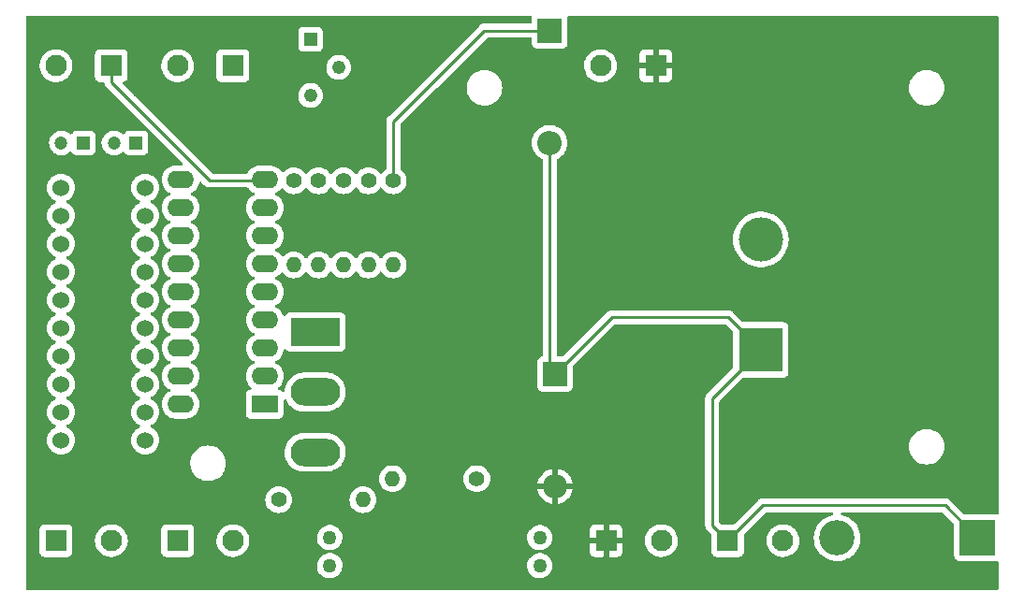
<source format=gbr>
%TF.GenerationSoftware,KiCad,Pcbnew,(6.0.9)*%
%TF.CreationDate,2023-01-27T09:56:42+11:00*%
%TF.ProjectId,CG22STAGE_MODULE,43473232-5354-4414-9745-5f4d4f44554c,rev?*%
%TF.SameCoordinates,Original*%
%TF.FileFunction,Copper,L2,Bot*%
%TF.FilePolarity,Positive*%
%FSLAX46Y46*%
G04 Gerber Fmt 4.6, Leading zero omitted, Abs format (unit mm)*
G04 Created by KiCad (PCBNEW (6.0.9)) date 2023-01-27 09:56:42*
%MOMM*%
%LPD*%
G01*
G04 APERTURE LIST*
%TA.AperFunction,ComponentPad*%
%ADD10C,1.270000*%
%TD*%
%TA.AperFunction,ComponentPad*%
%ADD11C,1.400000*%
%TD*%
%TA.AperFunction,ComponentPad*%
%ADD12O,1.400000X1.400000*%
%TD*%
%TA.AperFunction,ComponentPad*%
%ADD13R,1.950000X1.950000*%
%TD*%
%TA.AperFunction,ComponentPad*%
%ADD14C,1.950000*%
%TD*%
%TA.AperFunction,ComponentPad*%
%ADD15R,4.000000X4.000000*%
%TD*%
%TA.AperFunction,ComponentPad*%
%ADD16C,4.000000*%
%TD*%
%TA.AperFunction,ComponentPad*%
%ADD17R,2.200000X2.200000*%
%TD*%
%TA.AperFunction,ComponentPad*%
%ADD18O,2.200000X2.200000*%
%TD*%
%TA.AperFunction,ComponentPad*%
%ADD19R,1.200000X1.200000*%
%TD*%
%TA.AperFunction,ComponentPad*%
%ADD20C,1.200000*%
%TD*%
%TA.AperFunction,ComponentPad*%
%ADD21R,4.500000X2.500000*%
%TD*%
%TA.AperFunction,ComponentPad*%
%ADD22O,4.500000X2.500000*%
%TD*%
%TA.AperFunction,ComponentPad*%
%ADD23R,2.400000X1.600000*%
%TD*%
%TA.AperFunction,ComponentPad*%
%ADD24O,2.400000X1.600000*%
%TD*%
%TA.AperFunction,ComponentPad*%
%ADD25C,1.524000*%
%TD*%
%TA.AperFunction,ComponentPad*%
%ADD26R,1.222000X1.222000*%
%TD*%
%TA.AperFunction,ComponentPad*%
%ADD27C,1.222000*%
%TD*%
%TA.AperFunction,ComponentPad*%
%ADD28R,3.200000X3.200000*%
%TD*%
%TA.AperFunction,ComponentPad*%
%ADD29O,3.200000X3.200000*%
%TD*%
%TA.AperFunction,Conductor*%
%ADD30C,0.250000*%
%TD*%
G04 APERTURE END LIST*
D10*
%TO.P,U1,1,1*%
%TO.N,Net-(U1-Pad1)*%
X192499600Y-129730000D03*
%TO.P,U1,2,2*%
%TO.N,GND*%
X173500400Y-129730000D03*
%TO.P,U1,3,3*%
%TO.N,Net-(D1-Pad3)*%
X173500400Y-132270000D03*
%TO.P,U1,4,4*%
%TO.N,GND*%
X192499600Y-132270000D03*
%TD*%
D11*
%TO.P,R7,1*%
%TO.N,Net-(U1-Pad1)*%
X186810000Y-124400000D03*
D12*
%TO.P,R7,2*%
%TO.N,+3V*%
X179190000Y-124400000D03*
%TD*%
D13*
%TO.P,J3,1,1*%
%TO.N,+3V*%
X164750000Y-87000000D03*
D14*
%TO.P,J3,2,2*%
%TO.N,GND*%
X159750000Y-87000000D03*
%TD*%
D13*
%TO.P,J4,1,1*%
%TO.N,+3V*%
X159750000Y-130000000D03*
D14*
%TO.P,J4,2,2*%
%TO.N,GND*%
X164750000Y-130000000D03*
%TD*%
D11*
%TO.P,R5,1*%
%TO.N,Net-(R4-Pad1)*%
X170250000Y-97420000D03*
D12*
%TO.P,R5,2*%
%TO.N,Net-(R5-Pad2)*%
X170250000Y-105040000D03*
%TD*%
D15*
%TO.P,C1,1*%
%TO.N,Net-(C1-Pad1)*%
X212500000Y-112730499D03*
D16*
%TO.P,C1,2*%
%TO.N,GND*%
X212500000Y-102730499D03*
%TD*%
D11*
%TO.P,R1,1*%
%TO.N,Net-(R1-Pad1)*%
X174750000Y-97420000D03*
D12*
%TO.P,R1,2*%
%TO.N,Net-(R1-Pad2)*%
X174750000Y-105040000D03*
%TD*%
D17*
%TO.P,D4,1,K*%
%TO.N,Net-(C1-Pad1)*%
X193900000Y-114920000D03*
D18*
%TO.P,D4,2,A*%
%TO.N,+400V*%
X193900000Y-125080000D03*
%TD*%
D13*
%TO.P,J6,1,1*%
%TO.N,+400V*%
X198500000Y-130000000D03*
D14*
%TO.P,J6,2,2*%
%TO.N,GND*%
X203500000Y-130000000D03*
%TD*%
D17*
%TO.P,D3,1,K*%
%TO.N,Net-(D3-Pad1)*%
X193400000Y-83820000D03*
D18*
%TO.P,D3,2,A*%
%TO.N,Net-(C1-Pad1)*%
X193400000Y-93980000D03*
%TD*%
D19*
%TO.P,C3,1*%
%TO.N,+3V*%
X155972599Y-94000000D03*
D20*
%TO.P,C3,2*%
%TO.N,GND*%
X153972599Y-94000000D03*
%TD*%
D11*
%TO.P,R4,1*%
%TO.N,Net-(R4-Pad1)*%
X172500000Y-97420000D03*
D12*
%TO.P,R4,2*%
%TO.N,GND*%
X172500000Y-105040000D03*
%TD*%
D11*
%TO.P,R2,1*%
%TO.N,Net-(R1-Pad1)*%
X177000000Y-97420000D03*
D12*
%TO.P,R2,2*%
%TO.N,Net-(R2-Pad2)*%
X177000000Y-105040000D03*
%TD*%
D11*
%TO.P,R6,1*%
%TO.N,+3V*%
X168890000Y-126300000D03*
D12*
%TO.P,R6,2*%
%TO.N,Net-(D1-Pad3)*%
X176510000Y-126300000D03*
%TD*%
D21*
%TO.P,D1,1,K*%
%TO.N,GND*%
X172180000Y-111100000D03*
D22*
%TO.P,D1,2,A*%
%TO.N,Net-(D1-Pad2)*%
X172180000Y-116550000D03*
%TO.P,D1,3,G*%
%TO.N,Net-(D1-Pad3)*%
X172180000Y-122000000D03*
%TD*%
D23*
%TO.P,U2,1,LED1*%
%TO.N,Net-(LED1-Pad11)*%
X167630000Y-117650000D03*
D24*
%TO.P,U2,2,V-*%
%TO.N,GND*%
X167630000Y-115110000D03*
%TO.P,U2,3,V+*%
%TO.N,+18V*%
X167630000Y-112570000D03*
%TO.P,U2,4,RLO*%
%TO.N,GND*%
X167630000Y-110030000D03*
%TO.P,U2,5,SIG*%
%TO.N,Net-(R1-Pad2)*%
X167630000Y-107490000D03*
%TO.P,U2,6,RHI*%
%TO.N,Net-(R5-Pad2)*%
X167630000Y-104950000D03*
%TO.P,U2,7,REFOUT*%
X167630000Y-102410000D03*
%TO.P,U2,8,REFADJ*%
%TO.N,Net-(R4-Pad1)*%
X167630000Y-99870000D03*
%TO.P,U2,9,MODE*%
%TO.N,+18V*%
X167630000Y-97330000D03*
%TO.P,U2,10,LED10*%
%TO.N,Net-(LED1-Pad20)*%
X160010000Y-97330000D03*
%TO.P,U2,11,LED9*%
%TO.N,Net-(LED1-Pad19)*%
X160010000Y-99870000D03*
%TO.P,U2,12,LED8*%
%TO.N,Net-(LED1-Pad18)*%
X160010000Y-102410000D03*
%TO.P,U2,13,LED7*%
%TO.N,Net-(LED1-Pad17)*%
X160010000Y-104950000D03*
%TO.P,U2,14,LED6*%
%TO.N,Net-(LED1-Pad16)*%
X160010000Y-107490000D03*
%TO.P,U2,15,LED5*%
%TO.N,Net-(LED1-Pad15)*%
X160010000Y-110030000D03*
%TO.P,U2,16,LED4*%
%TO.N,Net-(LED1-Pad14)*%
X160010000Y-112570000D03*
%TO.P,U2,17,LED3*%
%TO.N,Net-(LED1-Pad13)*%
X160010000Y-115110000D03*
%TO.P,U2,18,LED2*%
%TO.N,Net-(LED1-Pad12)*%
X160010000Y-117650000D03*
%TD*%
D25*
%TO.P,LED1,1,1*%
%TO.N,+3V*%
X149190000Y-98050000D03*
%TO.P,LED1,2,2*%
X149190000Y-100590000D03*
%TO.P,LED1,3,3*%
X149190000Y-103130000D03*
%TO.P,LED1,4,4*%
X149190000Y-105670000D03*
%TO.P,LED1,5,5*%
X149190000Y-108210000D03*
%TO.P,LED1,6,6*%
X149190000Y-110750000D03*
%TO.P,LED1,7,7*%
X149190000Y-113290000D03*
%TO.P,LED1,8,8*%
X149190000Y-115830000D03*
%TO.P,LED1,9,9*%
X149190000Y-118370000D03*
%TO.P,LED1,10,10*%
X149190000Y-120910000D03*
%TO.P,LED1,11,11*%
%TO.N,Net-(LED1-Pad11)*%
X156810000Y-120910000D03*
%TO.P,LED1,12,12*%
%TO.N,Net-(LED1-Pad12)*%
X156810000Y-118370000D03*
%TO.P,LED1,13,13*%
%TO.N,Net-(LED1-Pad13)*%
X156810000Y-115830000D03*
%TO.P,LED1,14,14*%
%TO.N,Net-(LED1-Pad14)*%
X156810000Y-113290000D03*
%TO.P,LED1,15,15*%
%TO.N,Net-(LED1-Pad15)*%
X156810000Y-110750000D03*
%TO.P,LED1,16,16*%
%TO.N,Net-(LED1-Pad16)*%
X156810000Y-108210000D03*
%TO.P,LED1,17,17*%
%TO.N,Net-(LED1-Pad17)*%
X156810000Y-105670000D03*
%TO.P,LED1,18,18*%
%TO.N,Net-(LED1-Pad18)*%
X156810000Y-103130000D03*
%TO.P,LED1,19,19*%
%TO.N,Net-(LED1-Pad19)*%
X156810000Y-100590000D03*
%TO.P,LED1,20,20*%
%TO.N,Net-(LED1-Pad20)*%
X156810000Y-98050000D03*
%TD*%
D26*
%TO.P,VR1,1*%
%TO.N,GND*%
X171770000Y-84615500D03*
D27*
%TO.P,VR1,2*%
%TO.N,Net-(R1-Pad2)*%
X174310000Y-87155500D03*
%TO.P,VR1,3*%
X171770000Y-89695500D03*
%TD*%
D13*
%TO.P,J1,1,1*%
%TO.N,+18V*%
X153750000Y-87000000D03*
D14*
%TO.P,J1,2,2*%
%TO.N,GND*%
X148750000Y-87000000D03*
%TD*%
D13*
%TO.P,J7,1,1*%
%TO.N,Net-(C1-Pad1)*%
X209500000Y-130000000D03*
D14*
%TO.P,J7,2,2*%
%TO.N,Net-(D1-Pad2)*%
X214500000Y-130000000D03*
%TD*%
D19*
%TO.P,C2,1*%
%TO.N,+18V*%
X151222599Y-94000000D03*
D20*
%TO.P,C2,2*%
%TO.N,GND*%
X149222599Y-94000000D03*
%TD*%
D28*
%TO.P,D2,1,A1*%
%TO.N,Net-(C1-Pad1)*%
X232100000Y-129750000D03*
D29*
%TO.P,D2,2,A2*%
%TO.N,Net-(D1-Pad2)*%
X219400000Y-129750000D03*
%TD*%
D13*
%TO.P,J2,1,1*%
%TO.N,+400V*%
X203000000Y-87000000D03*
D14*
%TO.P,J2,2,2*%
%TO.N,GND*%
X198000000Y-87000000D03*
%TD*%
D11*
%TO.P,R3,1*%
%TO.N,Net-(D3-Pad1)*%
X179250000Y-97420000D03*
D12*
%TO.P,R3,2*%
%TO.N,Net-(R2-Pad2)*%
X179250000Y-105040000D03*
%TD*%
D13*
%TO.P,J5,1,1*%
%TO.N,+18V*%
X148750000Y-130000000D03*
D14*
%TO.P,J5,2,2*%
%TO.N,GND*%
X153750000Y-130000000D03*
%TD*%
D30*
%TO.N,+18V*%
X162650000Y-97400000D02*
X167560000Y-97400000D01*
X153750000Y-88500000D02*
X162650000Y-97400000D01*
X153750000Y-87000000D02*
X153750000Y-88500000D01*
%TO.N,Net-(D3-Pad1)*%
X179250000Y-92050000D02*
X179250000Y-97420000D01*
X187480000Y-83820000D02*
X179250000Y-92050000D01*
X193400000Y-83820000D02*
X187480000Y-83820000D01*
%TO.N,Net-(C1-Pad1)*%
X199020000Y-109800000D02*
X193900000Y-114920000D01*
X212500000Y-112730499D02*
X209569501Y-109800000D01*
X208100000Y-117130499D02*
X212500000Y-112730499D01*
X229150000Y-126800000D02*
X212700000Y-126800000D01*
X209569501Y-109800000D02*
X199020000Y-109800000D01*
X232100000Y-129750000D02*
X229150000Y-126800000D01*
X212700000Y-126800000D02*
X209500000Y-130000000D01*
X208100000Y-128600000D02*
X208100000Y-117130499D01*
X209500000Y-130000000D02*
X208100000Y-128600000D01*
X193400000Y-93980000D02*
X193400000Y-114420000D01*
%TD*%
%TA.AperFunction,Conductor*%
%TO.N,+400V*%
G36*
X191736939Y-82528502D02*
G01*
X191783432Y-82582158D01*
X191794081Y-82648108D01*
X191791500Y-82671866D01*
X191791500Y-83060500D01*
X191771498Y-83128621D01*
X191717842Y-83175114D01*
X191665500Y-83186500D01*
X187558768Y-83186500D01*
X187547585Y-83185973D01*
X187540092Y-83184298D01*
X187532166Y-83184547D01*
X187532165Y-83184547D01*
X187472002Y-83186438D01*
X187468044Y-83186500D01*
X187440144Y-83186500D01*
X187436154Y-83187004D01*
X187424320Y-83187936D01*
X187380111Y-83189326D01*
X187372495Y-83191539D01*
X187372493Y-83191539D01*
X187360652Y-83194979D01*
X187341293Y-83198988D01*
X187339983Y-83199154D01*
X187321203Y-83201526D01*
X187313837Y-83204442D01*
X187313831Y-83204444D01*
X187280098Y-83217800D01*
X187268868Y-83221645D01*
X187234017Y-83231770D01*
X187226407Y-83233981D01*
X187219584Y-83238016D01*
X187208966Y-83244295D01*
X187191213Y-83252992D01*
X187183568Y-83256019D01*
X187172383Y-83260448D01*
X187165968Y-83265109D01*
X187136612Y-83286437D01*
X187126695Y-83292951D01*
X187088638Y-83315458D01*
X187074317Y-83329779D01*
X187059284Y-83342619D01*
X187042893Y-83354528D01*
X187037842Y-83360634D01*
X187014702Y-83388605D01*
X187006712Y-83397384D01*
X178857747Y-91546348D01*
X178849461Y-91553888D01*
X178842982Y-91558000D01*
X178837557Y-91563777D01*
X178796357Y-91607651D01*
X178793602Y-91610493D01*
X178773865Y-91630230D01*
X178771385Y-91633427D01*
X178763682Y-91642447D01*
X178733414Y-91674679D01*
X178729595Y-91681625D01*
X178729593Y-91681628D01*
X178723652Y-91692434D01*
X178712801Y-91708953D01*
X178700386Y-91724959D01*
X178697241Y-91732228D01*
X178697238Y-91732232D01*
X178682826Y-91765537D01*
X178677609Y-91776187D01*
X178656305Y-91814940D01*
X178654334Y-91822615D01*
X178654334Y-91822616D01*
X178651267Y-91834562D01*
X178644863Y-91853266D01*
X178636819Y-91871855D01*
X178635580Y-91879678D01*
X178635577Y-91879688D01*
X178629901Y-91915524D01*
X178627495Y-91927144D01*
X178616500Y-91969970D01*
X178616500Y-91990224D01*
X178614949Y-92009934D01*
X178611780Y-92029943D01*
X178612526Y-92037835D01*
X178615941Y-92073961D01*
X178616500Y-92085819D01*
X178616500Y-96322685D01*
X178596498Y-96390806D01*
X178562770Y-96425898D01*
X178470224Y-96490699D01*
X178320699Y-96640224D01*
X178228213Y-96772309D01*
X178172756Y-96816637D01*
X178102137Y-96823946D01*
X178038776Y-96791916D01*
X178021787Y-96772309D01*
X177929301Y-96640224D01*
X177779776Y-96490699D01*
X177606558Y-96369411D01*
X177601580Y-96367090D01*
X177601577Y-96367088D01*
X177419892Y-96282367D01*
X177419891Y-96282366D01*
X177414910Y-96280044D01*
X177409602Y-96278622D01*
X177409600Y-96278621D01*
X177215970Y-96226738D01*
X177215968Y-96226738D01*
X177210655Y-96225314D01*
X177000000Y-96206884D01*
X176789345Y-96225314D01*
X176784032Y-96226738D01*
X176784030Y-96226738D01*
X176590400Y-96278621D01*
X176590398Y-96278622D01*
X176585090Y-96280044D01*
X176580109Y-96282366D01*
X176580108Y-96282367D01*
X176398423Y-96367088D01*
X176398420Y-96367090D01*
X176393442Y-96369411D01*
X176220224Y-96490699D01*
X176070699Y-96640224D01*
X175978213Y-96772309D01*
X175922756Y-96816637D01*
X175852137Y-96823946D01*
X175788776Y-96791916D01*
X175771787Y-96772309D01*
X175679301Y-96640224D01*
X175529776Y-96490699D01*
X175356558Y-96369411D01*
X175351580Y-96367090D01*
X175351577Y-96367088D01*
X175169892Y-96282367D01*
X175169891Y-96282366D01*
X175164910Y-96280044D01*
X175159602Y-96278622D01*
X175159600Y-96278621D01*
X174965970Y-96226738D01*
X174965968Y-96226738D01*
X174960655Y-96225314D01*
X174750000Y-96206884D01*
X174539345Y-96225314D01*
X174534032Y-96226738D01*
X174534030Y-96226738D01*
X174340400Y-96278621D01*
X174340398Y-96278622D01*
X174335090Y-96280044D01*
X174330109Y-96282366D01*
X174330108Y-96282367D01*
X174148423Y-96367088D01*
X174148420Y-96367090D01*
X174143442Y-96369411D01*
X173970224Y-96490699D01*
X173820699Y-96640224D01*
X173728213Y-96772309D01*
X173672756Y-96816637D01*
X173602137Y-96823946D01*
X173538776Y-96791916D01*
X173521787Y-96772309D01*
X173429301Y-96640224D01*
X173279776Y-96490699D01*
X173106558Y-96369411D01*
X173101580Y-96367090D01*
X173101577Y-96367088D01*
X172919892Y-96282367D01*
X172919891Y-96282366D01*
X172914910Y-96280044D01*
X172909602Y-96278622D01*
X172909600Y-96278621D01*
X172715970Y-96226738D01*
X172715968Y-96226738D01*
X172710655Y-96225314D01*
X172500000Y-96206884D01*
X172289345Y-96225314D01*
X172284032Y-96226738D01*
X172284030Y-96226738D01*
X172090400Y-96278621D01*
X172090398Y-96278622D01*
X172085090Y-96280044D01*
X172080109Y-96282366D01*
X172080108Y-96282367D01*
X171898423Y-96367088D01*
X171898420Y-96367090D01*
X171893442Y-96369411D01*
X171720224Y-96490699D01*
X171570699Y-96640224D01*
X171478213Y-96772309D01*
X171422756Y-96816637D01*
X171352137Y-96823946D01*
X171288776Y-96791916D01*
X171271787Y-96772309D01*
X171179301Y-96640224D01*
X171029776Y-96490699D01*
X170856558Y-96369411D01*
X170851580Y-96367090D01*
X170851577Y-96367088D01*
X170669892Y-96282367D01*
X170669891Y-96282366D01*
X170664910Y-96280044D01*
X170659602Y-96278622D01*
X170659600Y-96278621D01*
X170465970Y-96226738D01*
X170465968Y-96226738D01*
X170460655Y-96225314D01*
X170250000Y-96206884D01*
X170039345Y-96225314D01*
X170034032Y-96226738D01*
X170034030Y-96226738D01*
X169840400Y-96278621D01*
X169840398Y-96278622D01*
X169835090Y-96280044D01*
X169830109Y-96282366D01*
X169830108Y-96282367D01*
X169648423Y-96367088D01*
X169648420Y-96367090D01*
X169643442Y-96369411D01*
X169470224Y-96490699D01*
X169323184Y-96637739D01*
X169260872Y-96671765D01*
X169190057Y-96666700D01*
X169130876Y-96620914D01*
X169039361Y-96490216D01*
X169039356Y-96490210D01*
X169036198Y-96485700D01*
X168874300Y-96323802D01*
X168869792Y-96320645D01*
X168869789Y-96320643D01*
X168791611Y-96265902D01*
X168686749Y-96192477D01*
X168681767Y-96190154D01*
X168681762Y-96190151D01*
X168484225Y-96098039D01*
X168484224Y-96098039D01*
X168479243Y-96095716D01*
X168473935Y-96094294D01*
X168473933Y-96094293D01*
X168263402Y-96037881D01*
X168263400Y-96037881D01*
X168258087Y-96036457D01*
X168158520Y-96027746D01*
X168089851Y-96021738D01*
X168089844Y-96021738D01*
X168087127Y-96021500D01*
X167172873Y-96021500D01*
X167170156Y-96021738D01*
X167170149Y-96021738D01*
X167101480Y-96027746D01*
X167001913Y-96036457D01*
X166996600Y-96037881D01*
X166996598Y-96037881D01*
X166786067Y-96094293D01*
X166786065Y-96094294D01*
X166780757Y-96095716D01*
X166775776Y-96098039D01*
X166775775Y-96098039D01*
X166578238Y-96190151D01*
X166578233Y-96190154D01*
X166573251Y-96192477D01*
X166468389Y-96265902D01*
X166390211Y-96320643D01*
X166390208Y-96320645D01*
X166385700Y-96323802D01*
X166223802Y-96485700D01*
X166220645Y-96490208D01*
X166220643Y-96490211D01*
X166217574Y-96494594D01*
X166092477Y-96673251D01*
X166082918Y-96693750D01*
X166036003Y-96747034D01*
X165968724Y-96766500D01*
X162964594Y-96766500D01*
X162896473Y-96746498D01*
X162875499Y-96729595D01*
X155811974Y-89666069D01*
X170646089Y-89666069D01*
X170659546Y-89871379D01*
X170710192Y-90070798D01*
X170796331Y-90257648D01*
X170915079Y-90425672D01*
X171062458Y-90569242D01*
X171233532Y-90683551D01*
X171238835Y-90685829D01*
X171238838Y-90685831D01*
X171417266Y-90762489D01*
X171422573Y-90764769D01*
X171495700Y-90781316D01*
X171617613Y-90808902D01*
X171617618Y-90808903D01*
X171623250Y-90810177D01*
X171629021Y-90810404D01*
X171629023Y-90810404D01*
X171690460Y-90812818D01*
X171828841Y-90818255D01*
X172032462Y-90788732D01*
X172103055Y-90764769D01*
X172221820Y-90724454D01*
X172221825Y-90724452D01*
X172227292Y-90722596D01*
X172292941Y-90685831D01*
X172302744Y-90680341D01*
X172406808Y-90622062D01*
X172417601Y-90613086D01*
X172560565Y-90494183D01*
X172564997Y-90490497D01*
X172696562Y-90332308D01*
X172797096Y-90152792D01*
X172798952Y-90147325D01*
X172798954Y-90147320D01*
X172861376Y-89963430D01*
X172861376Y-89963429D01*
X172863232Y-89957962D01*
X172892755Y-89754341D01*
X172894296Y-89695500D01*
X172882783Y-89570201D01*
X172875999Y-89496367D01*
X172875998Y-89496364D01*
X172875470Y-89490613D01*
X172819621Y-89292588D01*
X172728620Y-89108057D01*
X172644249Y-88995070D01*
X172608968Y-88947823D01*
X172608967Y-88947822D01*
X172605515Y-88943199D01*
X172572518Y-88912697D01*
X172458668Y-88807455D01*
X172458665Y-88807453D01*
X172454428Y-88803536D01*
X172280420Y-88693745D01*
X172089317Y-88617503D01*
X171887521Y-88577363D01*
X171881746Y-88577287D01*
X171881742Y-88577287D01*
X171778952Y-88575942D01*
X171681789Y-88574670D01*
X171676092Y-88575649D01*
X171676091Y-88575649D01*
X171484708Y-88608534D01*
X171484707Y-88608534D01*
X171479011Y-88609513D01*
X171285978Y-88680727D01*
X171109155Y-88785925D01*
X171104815Y-88789731D01*
X171104811Y-88789734D01*
X170972598Y-88905683D01*
X170954464Y-88921586D01*
X170950889Y-88926121D01*
X170950888Y-88926122D01*
X170913706Y-88973288D01*
X170827086Y-89083165D01*
X170824395Y-89088281D01*
X170824393Y-89088283D01*
X170735513Y-89257216D01*
X170731286Y-89265251D01*
X170670273Y-89461746D01*
X170646089Y-89666069D01*
X155811974Y-89666069D01*
X154819018Y-88673113D01*
X154784992Y-88610801D01*
X154790057Y-88539986D01*
X154832604Y-88483150D01*
X154863883Y-88466036D01*
X154963297Y-88428767D01*
X154971705Y-88425615D01*
X155088261Y-88338261D01*
X155175615Y-88221705D01*
X155226745Y-88085316D01*
X155233500Y-88023134D01*
X155233500Y-86963631D01*
X158261860Y-86963631D01*
X158262157Y-86968783D01*
X158262157Y-86968787D01*
X158270896Y-87120334D01*
X158275903Y-87207171D01*
X158277040Y-87212217D01*
X158277041Y-87212223D01*
X158303894Y-87331379D01*
X158329533Y-87445147D01*
X158331475Y-87449929D01*
X158331476Y-87449933D01*
X158399654Y-87617835D01*
X158421311Y-87671169D01*
X158548772Y-87879166D01*
X158708492Y-88063553D01*
X158896183Y-88219377D01*
X159106804Y-88342453D01*
X159334698Y-88429478D01*
X159339764Y-88430509D01*
X159339765Y-88430509D01*
X159568667Y-88477080D01*
X159568671Y-88477080D01*
X159573746Y-88478113D01*
X159578922Y-88478303D01*
X159578924Y-88478303D01*
X159812363Y-88486863D01*
X159812367Y-88486863D01*
X159817527Y-88487052D01*
X159822647Y-88486396D01*
X159822649Y-88486396D01*
X159919639Y-88473971D01*
X160059494Y-88456055D01*
X160064443Y-88454570D01*
X160064449Y-88454569D01*
X160288200Y-88387440D01*
X160288199Y-88387440D01*
X160293150Y-88385955D01*
X160512219Y-88278634D01*
X160516424Y-88275634D01*
X160516430Y-88275631D01*
X160706614Y-88139974D01*
X160706616Y-88139972D01*
X160710818Y-88136975D01*
X160825057Y-88023134D01*
X163266500Y-88023134D01*
X163273255Y-88085316D01*
X163324385Y-88221705D01*
X163411739Y-88338261D01*
X163528295Y-88425615D01*
X163664684Y-88476745D01*
X163726866Y-88483500D01*
X165773134Y-88483500D01*
X165835316Y-88476745D01*
X165971705Y-88425615D01*
X166088261Y-88338261D01*
X166175615Y-88221705D01*
X166226745Y-88085316D01*
X166233500Y-88023134D01*
X166233500Y-87126069D01*
X173186089Y-87126069D01*
X173199546Y-87331379D01*
X173250192Y-87530798D01*
X173336331Y-87717648D01*
X173455079Y-87885672D01*
X173602458Y-88029242D01*
X173773532Y-88143551D01*
X173778835Y-88145829D01*
X173778838Y-88145831D01*
X173935305Y-88213054D01*
X173962573Y-88224769D01*
X174035700Y-88241316D01*
X174157613Y-88268902D01*
X174157618Y-88268903D01*
X174163250Y-88270177D01*
X174169021Y-88270404D01*
X174169023Y-88270404D01*
X174230460Y-88272818D01*
X174368841Y-88278255D01*
X174572462Y-88248732D01*
X174630912Y-88228891D01*
X174761820Y-88184454D01*
X174761825Y-88184452D01*
X174767292Y-88182596D01*
X174832941Y-88145831D01*
X174855261Y-88133331D01*
X174946808Y-88082062D01*
X174952342Y-88077460D01*
X175100565Y-87954183D01*
X175104997Y-87950497D01*
X175236562Y-87792308D01*
X175337096Y-87612792D01*
X175338952Y-87607325D01*
X175338954Y-87607320D01*
X175401376Y-87423430D01*
X175401376Y-87423429D01*
X175403232Y-87417962D01*
X175432755Y-87214341D01*
X175434296Y-87155500D01*
X175415470Y-86950613D01*
X175359621Y-86752588D01*
X175344077Y-86721067D01*
X175271174Y-86573236D01*
X175268620Y-86568057D01*
X175145515Y-86403199D01*
X175118016Y-86377779D01*
X174998668Y-86267455D01*
X174998665Y-86267453D01*
X174994428Y-86263536D01*
X174820420Y-86153745D01*
X174629317Y-86077503D01*
X174427521Y-86037363D01*
X174421746Y-86037287D01*
X174421742Y-86037287D01*
X174318952Y-86035942D01*
X174221789Y-86034670D01*
X174216092Y-86035649D01*
X174216091Y-86035649D01*
X174024708Y-86068534D01*
X174024707Y-86068534D01*
X174019011Y-86069513D01*
X173825978Y-86140727D01*
X173649155Y-86245925D01*
X173644815Y-86249731D01*
X173644811Y-86249734D01*
X173498805Y-86377779D01*
X173494464Y-86381586D01*
X173490889Y-86386121D01*
X173490888Y-86386122D01*
X173473781Y-86407823D01*
X173367086Y-86543165D01*
X173364395Y-86548281D01*
X173364393Y-86548283D01*
X173351265Y-86573236D01*
X173271286Y-86725251D01*
X173210273Y-86921746D01*
X173186089Y-87126069D01*
X166233500Y-87126069D01*
X166233500Y-85976866D01*
X166226745Y-85914684D01*
X166175615Y-85778295D01*
X166088261Y-85661739D01*
X165971705Y-85574385D01*
X165835316Y-85523255D01*
X165773134Y-85516500D01*
X163726866Y-85516500D01*
X163664684Y-85523255D01*
X163528295Y-85574385D01*
X163411739Y-85661739D01*
X163324385Y-85778295D01*
X163273255Y-85914684D01*
X163266500Y-85976866D01*
X163266500Y-88023134D01*
X160825057Y-88023134D01*
X160883614Y-87964781D01*
X160891230Y-87954183D01*
X160937566Y-87889699D01*
X161025966Y-87766677D01*
X161050198Y-87717648D01*
X161131756Y-87552626D01*
X161131757Y-87552624D01*
X161134050Y-87547984D01*
X161173554Y-87417962D01*
X161203462Y-87319527D01*
X161203463Y-87319521D01*
X161204966Y-87314575D01*
X161225421Y-87159204D01*
X161236370Y-87076038D01*
X161236370Y-87076034D01*
X161236807Y-87072717D01*
X161238584Y-87000000D01*
X161218596Y-86756876D01*
X161159167Y-86520280D01*
X161061894Y-86296568D01*
X160961076Y-86140727D01*
X160932200Y-86096091D01*
X160932198Y-86096088D01*
X160929390Y-86091748D01*
X160910979Y-86071514D01*
X160768690Y-85915141D01*
X160768688Y-85915140D01*
X160765212Y-85911319D01*
X160761161Y-85908120D01*
X160761157Y-85908116D01*
X160577825Y-85763329D01*
X160577821Y-85763327D01*
X160573770Y-85760127D01*
X160360205Y-85642233D01*
X160355336Y-85640509D01*
X160355332Y-85640507D01*
X160135127Y-85562528D01*
X160135123Y-85562527D01*
X160130252Y-85560802D01*
X160125159Y-85559895D01*
X160125156Y-85559894D01*
X159895177Y-85518928D01*
X159895171Y-85518927D01*
X159890088Y-85518022D01*
X159806433Y-85517000D01*
X159651332Y-85515105D01*
X159651330Y-85515105D01*
X159646162Y-85515042D01*
X159405024Y-85551941D01*
X159173150Y-85627729D01*
X159168558Y-85630119D01*
X159168559Y-85630119D01*
X158967085Y-85735000D01*
X158956769Y-85740370D01*
X158952636Y-85743473D01*
X158952633Y-85743475D01*
X158765825Y-85883735D01*
X158761690Y-85886840D01*
X158593153Y-86063204D01*
X158590239Y-86067476D01*
X158590238Y-86067477D01*
X158570719Y-86096091D01*
X158455684Y-86264726D01*
X158438705Y-86301305D01*
X158393225Y-86399283D01*
X158352974Y-86485995D01*
X158287783Y-86721067D01*
X158261860Y-86963631D01*
X155233500Y-86963631D01*
X155233500Y-85976866D01*
X155226745Y-85914684D01*
X155175615Y-85778295D01*
X155088261Y-85661739D01*
X154971705Y-85574385D01*
X154835316Y-85523255D01*
X154773134Y-85516500D01*
X152726866Y-85516500D01*
X152664684Y-85523255D01*
X152528295Y-85574385D01*
X152411739Y-85661739D01*
X152324385Y-85778295D01*
X152273255Y-85914684D01*
X152266500Y-85976866D01*
X152266500Y-88023134D01*
X152273255Y-88085316D01*
X152324385Y-88221705D01*
X152411739Y-88338261D01*
X152528295Y-88425615D01*
X152664684Y-88476745D01*
X152726866Y-88483500D01*
X152994284Y-88483500D01*
X153062405Y-88503502D01*
X153108898Y-88557158D01*
X153118732Y-88589786D01*
X153119078Y-88591970D01*
X153119327Y-88599889D01*
X153124978Y-88619339D01*
X153128987Y-88638700D01*
X153131526Y-88658797D01*
X153134445Y-88666168D01*
X153134445Y-88666170D01*
X153147804Y-88699912D01*
X153151649Y-88711142D01*
X153163982Y-88753593D01*
X153168015Y-88760412D01*
X153168017Y-88760417D01*
X153174293Y-88771028D01*
X153182988Y-88788776D01*
X153190448Y-88807617D01*
X153195110Y-88814033D01*
X153195110Y-88814034D01*
X153216436Y-88843387D01*
X153222952Y-88853307D01*
X153245458Y-88891362D01*
X153259779Y-88905683D01*
X153272619Y-88920716D01*
X153284528Y-88937107D01*
X153318605Y-88965298D01*
X153327384Y-88973288D01*
X160160501Y-95806405D01*
X160194527Y-95868717D01*
X160189462Y-95939532D01*
X160146915Y-95996368D01*
X160080395Y-96021179D01*
X160071406Y-96021500D01*
X159552873Y-96021500D01*
X159550156Y-96021738D01*
X159550149Y-96021738D01*
X159481480Y-96027746D01*
X159381913Y-96036457D01*
X159376600Y-96037881D01*
X159376598Y-96037881D01*
X159166067Y-96094293D01*
X159166065Y-96094294D01*
X159160757Y-96095716D01*
X159155776Y-96098039D01*
X159155775Y-96098039D01*
X158958238Y-96190151D01*
X158958233Y-96190154D01*
X158953251Y-96192477D01*
X158848389Y-96265902D01*
X158770211Y-96320643D01*
X158770208Y-96320645D01*
X158765700Y-96323802D01*
X158603802Y-96485700D01*
X158600645Y-96490208D01*
X158600643Y-96490211D01*
X158597574Y-96494594D01*
X158472477Y-96673251D01*
X158470154Y-96678233D01*
X158470151Y-96678238D01*
X158402207Y-96823946D01*
X158375716Y-96880757D01*
X158374294Y-96886065D01*
X158374293Y-96886067D01*
X158324198Y-97073023D01*
X158316457Y-97101913D01*
X158296502Y-97330000D01*
X158316457Y-97558087D01*
X158317881Y-97563400D01*
X158317881Y-97563402D01*
X158330052Y-97608822D01*
X158375716Y-97779243D01*
X158378039Y-97784224D01*
X158378039Y-97784225D01*
X158470151Y-97981762D01*
X158470154Y-97981767D01*
X158472477Y-97986749D01*
X158603802Y-98174300D01*
X158765700Y-98336198D01*
X158770208Y-98339355D01*
X158770211Y-98339357D01*
X158778850Y-98345406D01*
X158953251Y-98467523D01*
X158958233Y-98469846D01*
X158958238Y-98469849D01*
X158992457Y-98485805D01*
X159045742Y-98532722D01*
X159065203Y-98600999D01*
X159044661Y-98668959D01*
X158992457Y-98714195D01*
X158958238Y-98730151D01*
X158958233Y-98730154D01*
X158953251Y-98732477D01*
X158848389Y-98805902D01*
X158770211Y-98860643D01*
X158770208Y-98860645D01*
X158765700Y-98863802D01*
X158603802Y-99025700D01*
X158472477Y-99213251D01*
X158470154Y-99218233D01*
X158470151Y-99218238D01*
X158389331Y-99391560D01*
X158375716Y-99420757D01*
X158374294Y-99426065D01*
X158374293Y-99426067D01*
X158324198Y-99613023D01*
X158316457Y-99641913D01*
X158296502Y-99870000D01*
X158316457Y-100098087D01*
X158317881Y-100103400D01*
X158317881Y-100103402D01*
X158360260Y-100261559D01*
X158375716Y-100319243D01*
X158378039Y-100324224D01*
X158378039Y-100324225D01*
X158470151Y-100521762D01*
X158470154Y-100521767D01*
X158472477Y-100526749D01*
X158603802Y-100714300D01*
X158765700Y-100876198D01*
X158770208Y-100879355D01*
X158770211Y-100879357D01*
X158848389Y-100934098D01*
X158953251Y-101007523D01*
X158958233Y-101009846D01*
X158958238Y-101009849D01*
X158992457Y-101025805D01*
X159045742Y-101072722D01*
X159065203Y-101140999D01*
X159044661Y-101208959D01*
X158992457Y-101254195D01*
X158958238Y-101270151D01*
X158958233Y-101270154D01*
X158953251Y-101272477D01*
X158848389Y-101345902D01*
X158770211Y-101400643D01*
X158770208Y-101400645D01*
X158765700Y-101403802D01*
X158603802Y-101565700D01*
X158472477Y-101753251D01*
X158470154Y-101758233D01*
X158470151Y-101758238D01*
X158389331Y-101931560D01*
X158375716Y-101960757D01*
X158374294Y-101966065D01*
X158374293Y-101966067D01*
X158324198Y-102153023D01*
X158316457Y-102181913D01*
X158296502Y-102410000D01*
X158316457Y-102638087D01*
X158317881Y-102643400D01*
X158317881Y-102643402D01*
X158330052Y-102688822D01*
X158375716Y-102859243D01*
X158378039Y-102864224D01*
X158378039Y-102864225D01*
X158470151Y-103061762D01*
X158470154Y-103061767D01*
X158472477Y-103066749D01*
X158603802Y-103254300D01*
X158765700Y-103416198D01*
X158770208Y-103419355D01*
X158770211Y-103419357D01*
X158848389Y-103474098D01*
X158953251Y-103547523D01*
X158958233Y-103549846D01*
X158958238Y-103549849D01*
X158992457Y-103565805D01*
X159045742Y-103612722D01*
X159065203Y-103680999D01*
X159044661Y-103748959D01*
X158992457Y-103794195D01*
X158958238Y-103810151D01*
X158958233Y-103810154D01*
X158953251Y-103812477D01*
X158848389Y-103885902D01*
X158770211Y-103940643D01*
X158770208Y-103940645D01*
X158765700Y-103943802D01*
X158603802Y-104105700D01*
X158600645Y-104110208D01*
X158600643Y-104110211D01*
X158597574Y-104114594D01*
X158472477Y-104293251D01*
X158470154Y-104298233D01*
X158470151Y-104298238D01*
X158389331Y-104471560D01*
X158375716Y-104500757D01*
X158374294Y-104506065D01*
X158374293Y-104506067D01*
X158324198Y-104693023D01*
X158316457Y-104721913D01*
X158296502Y-104950000D01*
X158316457Y-105178087D01*
X158317881Y-105183400D01*
X158317881Y-105183402D01*
X158330052Y-105228822D01*
X158375716Y-105399243D01*
X158378039Y-105404224D01*
X158378039Y-105404225D01*
X158470151Y-105601762D01*
X158470154Y-105601767D01*
X158472477Y-105606749D01*
X158603802Y-105794300D01*
X158765700Y-105956198D01*
X158770208Y-105959355D01*
X158770211Y-105959357D01*
X158778850Y-105965406D01*
X158953251Y-106087523D01*
X158958233Y-106089846D01*
X158958238Y-106089849D01*
X158992457Y-106105805D01*
X159045742Y-106152722D01*
X159065203Y-106220999D01*
X159044661Y-106288959D01*
X158992457Y-106334195D01*
X158958238Y-106350151D01*
X158958233Y-106350154D01*
X158953251Y-106352477D01*
X158848389Y-106425902D01*
X158770211Y-106480643D01*
X158770208Y-106480645D01*
X158765700Y-106483802D01*
X158603802Y-106645700D01*
X158472477Y-106833251D01*
X158470154Y-106838233D01*
X158470151Y-106838238D01*
X158389331Y-107011560D01*
X158375716Y-107040757D01*
X158374294Y-107046065D01*
X158374293Y-107046067D01*
X158324198Y-107233023D01*
X158316457Y-107261913D01*
X158296502Y-107490000D01*
X158316457Y-107718087D01*
X158317881Y-107723400D01*
X158317881Y-107723402D01*
X158330052Y-107768822D01*
X158375716Y-107939243D01*
X158378039Y-107944224D01*
X158378039Y-107944225D01*
X158470151Y-108141762D01*
X158470154Y-108141767D01*
X158472477Y-108146749D01*
X158603802Y-108334300D01*
X158765700Y-108496198D01*
X158770208Y-108499355D01*
X158770211Y-108499357D01*
X158848389Y-108554098D01*
X158953251Y-108627523D01*
X158958233Y-108629846D01*
X158958238Y-108629849D01*
X158992457Y-108645805D01*
X159045742Y-108692722D01*
X159065203Y-108760999D01*
X159044661Y-108828959D01*
X158992457Y-108874195D01*
X158958238Y-108890151D01*
X158958233Y-108890154D01*
X158953251Y-108892477D01*
X158848389Y-108965902D01*
X158770211Y-109020643D01*
X158770208Y-109020645D01*
X158765700Y-109023802D01*
X158603802Y-109185700D01*
X158600645Y-109190208D01*
X158600643Y-109190211D01*
X158558508Y-109250386D01*
X158472477Y-109373251D01*
X158470154Y-109378233D01*
X158470151Y-109378238D01*
X158389331Y-109551560D01*
X158375716Y-109580757D01*
X158374294Y-109586065D01*
X158374293Y-109586067D01*
X158324198Y-109773023D01*
X158316457Y-109801913D01*
X158296502Y-110030000D01*
X158316457Y-110258087D01*
X158317881Y-110263400D01*
X158317881Y-110263402D01*
X158368819Y-110453502D01*
X158375716Y-110479243D01*
X158378039Y-110484224D01*
X158378039Y-110484225D01*
X158470151Y-110681762D01*
X158470154Y-110681767D01*
X158472477Y-110686749D01*
X158603802Y-110874300D01*
X158765700Y-111036198D01*
X158770208Y-111039355D01*
X158770211Y-111039357D01*
X158829681Y-111080998D01*
X158953251Y-111167523D01*
X158958233Y-111169846D01*
X158958238Y-111169849D01*
X158992457Y-111185805D01*
X159045742Y-111232722D01*
X159065203Y-111300999D01*
X159044661Y-111368959D01*
X158992457Y-111414195D01*
X158958238Y-111430151D01*
X158958233Y-111430154D01*
X158953251Y-111432477D01*
X158848389Y-111505902D01*
X158770211Y-111560643D01*
X158770208Y-111560645D01*
X158765700Y-111563802D01*
X158603802Y-111725700D01*
X158472477Y-111913251D01*
X158470154Y-111918233D01*
X158470151Y-111918238D01*
X158389331Y-112091560D01*
X158375716Y-112120757D01*
X158374294Y-112126065D01*
X158374293Y-112126067D01*
X158324198Y-112313023D01*
X158316457Y-112341913D01*
X158296502Y-112570000D01*
X158316457Y-112798087D01*
X158317881Y-112803400D01*
X158317881Y-112803402D01*
X158330052Y-112848822D01*
X158375716Y-113019243D01*
X158378039Y-113024224D01*
X158378039Y-113024225D01*
X158470151Y-113221762D01*
X158470154Y-113221767D01*
X158472477Y-113226749D01*
X158603802Y-113414300D01*
X158765700Y-113576198D01*
X158770208Y-113579355D01*
X158770211Y-113579357D01*
X158848389Y-113634098D01*
X158953251Y-113707523D01*
X158958233Y-113709846D01*
X158958238Y-113709849D01*
X158992457Y-113725805D01*
X159045742Y-113772722D01*
X159065203Y-113840999D01*
X159044661Y-113908959D01*
X158992457Y-113954195D01*
X158958238Y-113970151D01*
X158958233Y-113970154D01*
X158953251Y-113972477D01*
X158848389Y-114045902D01*
X158770211Y-114100643D01*
X158770208Y-114100645D01*
X158765700Y-114103802D01*
X158603802Y-114265700D01*
X158472477Y-114453251D01*
X158470154Y-114458233D01*
X158470151Y-114458238D01*
X158389331Y-114631560D01*
X158375716Y-114660757D01*
X158374294Y-114666065D01*
X158374293Y-114666067D01*
X158317881Y-114876598D01*
X158316457Y-114881913D01*
X158296502Y-115110000D01*
X158316457Y-115338087D01*
X158317881Y-115343400D01*
X158317881Y-115343402D01*
X158353543Y-115476491D01*
X158375716Y-115559243D01*
X158378039Y-115564224D01*
X158378039Y-115564225D01*
X158470151Y-115761762D01*
X158470154Y-115761767D01*
X158472477Y-115766749D01*
X158516766Y-115830000D01*
X158591641Y-115936932D01*
X158603802Y-115954300D01*
X158765700Y-116116198D01*
X158770208Y-116119355D01*
X158770211Y-116119357D01*
X158848351Y-116174071D01*
X158953251Y-116247523D01*
X158958233Y-116249846D01*
X158958238Y-116249849D01*
X158992457Y-116265805D01*
X159045742Y-116312722D01*
X159065203Y-116380999D01*
X159044661Y-116448959D01*
X158992457Y-116494195D01*
X158958238Y-116510151D01*
X158958233Y-116510154D01*
X158953251Y-116512477D01*
X158914567Y-116539564D01*
X158770211Y-116640643D01*
X158770208Y-116640645D01*
X158765700Y-116643802D01*
X158603802Y-116805700D01*
X158600645Y-116810208D01*
X158600643Y-116810211D01*
X158575558Y-116846036D01*
X158472477Y-116993251D01*
X158470154Y-116998233D01*
X158470151Y-116998238D01*
X158389331Y-117171560D01*
X158375716Y-117200757D01*
X158374294Y-117206065D01*
X158374293Y-117206067D01*
X158324230Y-117392903D01*
X158316457Y-117421913D01*
X158296502Y-117650000D01*
X158316457Y-117878087D01*
X158317881Y-117883400D01*
X158317881Y-117883402D01*
X158330052Y-117928822D01*
X158375716Y-118099243D01*
X158378039Y-118104224D01*
X158378039Y-118104225D01*
X158470151Y-118301762D01*
X158470154Y-118301767D01*
X158472477Y-118306749D01*
X158603802Y-118494300D01*
X158765700Y-118656198D01*
X158770208Y-118659355D01*
X158770211Y-118659357D01*
X158811542Y-118688297D01*
X158953251Y-118787523D01*
X158958233Y-118789846D01*
X158958238Y-118789849D01*
X159155775Y-118881961D01*
X159160757Y-118884284D01*
X159166065Y-118885706D01*
X159166067Y-118885707D01*
X159376598Y-118942119D01*
X159376600Y-118942119D01*
X159381913Y-118943543D01*
X159475663Y-118951745D01*
X159550149Y-118958262D01*
X159550156Y-118958262D01*
X159552873Y-118958500D01*
X160467127Y-118958500D01*
X160469844Y-118958262D01*
X160469851Y-118958262D01*
X160544337Y-118951745D01*
X160638087Y-118943543D01*
X160643400Y-118942119D01*
X160643402Y-118942119D01*
X160853933Y-118885707D01*
X160853935Y-118885706D01*
X160859243Y-118884284D01*
X160864225Y-118881961D01*
X161061762Y-118789849D01*
X161061767Y-118789846D01*
X161066749Y-118787523D01*
X161208458Y-118688297D01*
X161249789Y-118659357D01*
X161249792Y-118659355D01*
X161254300Y-118656198D01*
X161416198Y-118494300D01*
X161547523Y-118306749D01*
X161549846Y-118301767D01*
X161549849Y-118301762D01*
X161641961Y-118104225D01*
X161641961Y-118104224D01*
X161644284Y-118099243D01*
X161689949Y-117928822D01*
X161702119Y-117883402D01*
X161702119Y-117883400D01*
X161703543Y-117878087D01*
X161723498Y-117650000D01*
X161703543Y-117421913D01*
X161695770Y-117392903D01*
X161645707Y-117206067D01*
X161645706Y-117206065D01*
X161644284Y-117200757D01*
X161630669Y-117171560D01*
X161549849Y-116998238D01*
X161549846Y-116998233D01*
X161547523Y-116993251D01*
X161444442Y-116846036D01*
X161419357Y-116810211D01*
X161419355Y-116810208D01*
X161416198Y-116805700D01*
X161254300Y-116643802D01*
X161249792Y-116640645D01*
X161249789Y-116640643D01*
X161105433Y-116539564D01*
X161066749Y-116512477D01*
X161061767Y-116510154D01*
X161061762Y-116510151D01*
X161027543Y-116494195D01*
X160974258Y-116447278D01*
X160954797Y-116379001D01*
X160975339Y-116311041D01*
X161027543Y-116265805D01*
X161061762Y-116249849D01*
X161061767Y-116249846D01*
X161066749Y-116247523D01*
X161171649Y-116174071D01*
X161249789Y-116119357D01*
X161249792Y-116119355D01*
X161254300Y-116116198D01*
X161416198Y-115954300D01*
X161428360Y-115936932D01*
X161503234Y-115830000D01*
X161547523Y-115766749D01*
X161549846Y-115761767D01*
X161549849Y-115761762D01*
X161641961Y-115564225D01*
X161641961Y-115564224D01*
X161644284Y-115559243D01*
X161666458Y-115476491D01*
X161702119Y-115343402D01*
X161702119Y-115343400D01*
X161703543Y-115338087D01*
X161723498Y-115110000D01*
X161703543Y-114881913D01*
X161702119Y-114876598D01*
X161645707Y-114666067D01*
X161645706Y-114666065D01*
X161644284Y-114660757D01*
X161630669Y-114631560D01*
X161549849Y-114458238D01*
X161549846Y-114458233D01*
X161547523Y-114453251D01*
X161416198Y-114265700D01*
X161254300Y-114103802D01*
X161249792Y-114100645D01*
X161249789Y-114100643D01*
X161171611Y-114045902D01*
X161066749Y-113972477D01*
X161061767Y-113970154D01*
X161061762Y-113970151D01*
X161027543Y-113954195D01*
X160974258Y-113907278D01*
X160954797Y-113839001D01*
X160975339Y-113771041D01*
X161027543Y-113725805D01*
X161061762Y-113709849D01*
X161061767Y-113709846D01*
X161066749Y-113707523D01*
X161171611Y-113634098D01*
X161249789Y-113579357D01*
X161249792Y-113579355D01*
X161254300Y-113576198D01*
X161416198Y-113414300D01*
X161547523Y-113226749D01*
X161549846Y-113221767D01*
X161549849Y-113221762D01*
X161641961Y-113024225D01*
X161641961Y-113024224D01*
X161644284Y-113019243D01*
X161689949Y-112848822D01*
X161702119Y-112803402D01*
X161702119Y-112803400D01*
X161703543Y-112798087D01*
X161723498Y-112570000D01*
X161703543Y-112341913D01*
X161695802Y-112313023D01*
X161645707Y-112126067D01*
X161645706Y-112126065D01*
X161644284Y-112120757D01*
X161630669Y-112091560D01*
X161549849Y-111918238D01*
X161549846Y-111918233D01*
X161547523Y-111913251D01*
X161416198Y-111725700D01*
X161254300Y-111563802D01*
X161249792Y-111560645D01*
X161249789Y-111560643D01*
X161171611Y-111505902D01*
X161066749Y-111432477D01*
X161061767Y-111430154D01*
X161061762Y-111430151D01*
X161027543Y-111414195D01*
X160974258Y-111367278D01*
X160954797Y-111299001D01*
X160975339Y-111231041D01*
X161027543Y-111185805D01*
X161061762Y-111169849D01*
X161061767Y-111169846D01*
X161066749Y-111167523D01*
X161190319Y-111080998D01*
X161249789Y-111039357D01*
X161249792Y-111039355D01*
X161254300Y-111036198D01*
X161416198Y-110874300D01*
X161547523Y-110686749D01*
X161549846Y-110681767D01*
X161549849Y-110681762D01*
X161641961Y-110484225D01*
X161641961Y-110484224D01*
X161644284Y-110479243D01*
X161651182Y-110453502D01*
X161702119Y-110263402D01*
X161702119Y-110263400D01*
X161703543Y-110258087D01*
X161723498Y-110030000D01*
X161703543Y-109801913D01*
X161695802Y-109773023D01*
X161645707Y-109586067D01*
X161645706Y-109586065D01*
X161644284Y-109580757D01*
X161630669Y-109551560D01*
X161549849Y-109378238D01*
X161549846Y-109378233D01*
X161547523Y-109373251D01*
X161461492Y-109250386D01*
X161419357Y-109190211D01*
X161419355Y-109190208D01*
X161416198Y-109185700D01*
X161254300Y-109023802D01*
X161249792Y-109020645D01*
X161249789Y-109020643D01*
X161171611Y-108965902D01*
X161066749Y-108892477D01*
X161061767Y-108890154D01*
X161061762Y-108890151D01*
X161027543Y-108874195D01*
X160974258Y-108827278D01*
X160954797Y-108759001D01*
X160975339Y-108691041D01*
X161027543Y-108645805D01*
X161061762Y-108629849D01*
X161061767Y-108629846D01*
X161066749Y-108627523D01*
X161171611Y-108554098D01*
X161249789Y-108499357D01*
X161249792Y-108499355D01*
X161254300Y-108496198D01*
X161416198Y-108334300D01*
X161547523Y-108146749D01*
X161549846Y-108141767D01*
X161549849Y-108141762D01*
X161641961Y-107944225D01*
X161641961Y-107944224D01*
X161644284Y-107939243D01*
X161689949Y-107768822D01*
X161702119Y-107723402D01*
X161702119Y-107723400D01*
X161703543Y-107718087D01*
X161723498Y-107490000D01*
X161703543Y-107261913D01*
X161695802Y-107233023D01*
X161645707Y-107046067D01*
X161645706Y-107046065D01*
X161644284Y-107040757D01*
X161630669Y-107011560D01*
X161549849Y-106838238D01*
X161549846Y-106838233D01*
X161547523Y-106833251D01*
X161416198Y-106645700D01*
X161254300Y-106483802D01*
X161249792Y-106480645D01*
X161249789Y-106480643D01*
X161171611Y-106425902D01*
X161066749Y-106352477D01*
X161061767Y-106350154D01*
X161061762Y-106350151D01*
X161027543Y-106334195D01*
X160974258Y-106287278D01*
X160954797Y-106219001D01*
X160975339Y-106151041D01*
X161027543Y-106105805D01*
X161061762Y-106089849D01*
X161061767Y-106089846D01*
X161066749Y-106087523D01*
X161241150Y-105965406D01*
X161249789Y-105959357D01*
X161249792Y-105959355D01*
X161254300Y-105956198D01*
X161416198Y-105794300D01*
X161547523Y-105606749D01*
X161549846Y-105601767D01*
X161549849Y-105601762D01*
X161641961Y-105404225D01*
X161641961Y-105404224D01*
X161644284Y-105399243D01*
X161689949Y-105228822D01*
X161702119Y-105183402D01*
X161702119Y-105183400D01*
X161703543Y-105178087D01*
X161723498Y-104950000D01*
X161703543Y-104721913D01*
X161695802Y-104693023D01*
X161645707Y-104506067D01*
X161645706Y-104506065D01*
X161644284Y-104500757D01*
X161630669Y-104471560D01*
X161549849Y-104298238D01*
X161549846Y-104298233D01*
X161547523Y-104293251D01*
X161422426Y-104114594D01*
X161419357Y-104110211D01*
X161419355Y-104110208D01*
X161416198Y-104105700D01*
X161254300Y-103943802D01*
X161249792Y-103940645D01*
X161249789Y-103940643D01*
X161171611Y-103885902D01*
X161066749Y-103812477D01*
X161061767Y-103810154D01*
X161061762Y-103810151D01*
X161027543Y-103794195D01*
X160974258Y-103747278D01*
X160954797Y-103679001D01*
X160975339Y-103611041D01*
X161027543Y-103565805D01*
X161061762Y-103549849D01*
X161061767Y-103549846D01*
X161066749Y-103547523D01*
X161171611Y-103474098D01*
X161249789Y-103419357D01*
X161249792Y-103419355D01*
X161254300Y-103416198D01*
X161416198Y-103254300D01*
X161547523Y-103066749D01*
X161549846Y-103061767D01*
X161549849Y-103061762D01*
X161641961Y-102864225D01*
X161641961Y-102864224D01*
X161644284Y-102859243D01*
X161689949Y-102688822D01*
X161702119Y-102643402D01*
X161702119Y-102643400D01*
X161703543Y-102638087D01*
X161723498Y-102410000D01*
X161703543Y-102181913D01*
X161695802Y-102153023D01*
X161645707Y-101966067D01*
X161645706Y-101966065D01*
X161644284Y-101960757D01*
X161630669Y-101931560D01*
X161549849Y-101758238D01*
X161549846Y-101758233D01*
X161547523Y-101753251D01*
X161416198Y-101565700D01*
X161254300Y-101403802D01*
X161249792Y-101400645D01*
X161249789Y-101400643D01*
X161171611Y-101345902D01*
X161066749Y-101272477D01*
X161061767Y-101270154D01*
X161061762Y-101270151D01*
X161027543Y-101254195D01*
X160974258Y-101207278D01*
X160954797Y-101139001D01*
X160975339Y-101071041D01*
X161027543Y-101025805D01*
X161061762Y-101009849D01*
X161061767Y-101009846D01*
X161066749Y-101007523D01*
X161171611Y-100934098D01*
X161249789Y-100879357D01*
X161249792Y-100879355D01*
X161254300Y-100876198D01*
X161416198Y-100714300D01*
X161547523Y-100526749D01*
X161549846Y-100521767D01*
X161549849Y-100521762D01*
X161641961Y-100324225D01*
X161641961Y-100324224D01*
X161644284Y-100319243D01*
X161659741Y-100261559D01*
X161702119Y-100103402D01*
X161702119Y-100103400D01*
X161703543Y-100098087D01*
X161723498Y-99870000D01*
X161703543Y-99641913D01*
X161695802Y-99613023D01*
X161645707Y-99426067D01*
X161645706Y-99426065D01*
X161644284Y-99420757D01*
X161630669Y-99391560D01*
X161549849Y-99218238D01*
X161549846Y-99218233D01*
X161547523Y-99213251D01*
X161416198Y-99025700D01*
X161254300Y-98863802D01*
X161249792Y-98860645D01*
X161249789Y-98860643D01*
X161171611Y-98805902D01*
X161066749Y-98732477D01*
X161061767Y-98730154D01*
X161061762Y-98730151D01*
X161027543Y-98714195D01*
X160974258Y-98667278D01*
X160954797Y-98599001D01*
X160975339Y-98531041D01*
X161027543Y-98485805D01*
X161061762Y-98469849D01*
X161061767Y-98469846D01*
X161066749Y-98467523D01*
X161241150Y-98345406D01*
X161249789Y-98339357D01*
X161249792Y-98339355D01*
X161254300Y-98336198D01*
X161416198Y-98174300D01*
X161547523Y-97986749D01*
X161549846Y-97981767D01*
X161549849Y-97981762D01*
X161641961Y-97784225D01*
X161641961Y-97784224D01*
X161644284Y-97779243D01*
X161682674Y-97635970D01*
X161691150Y-97604339D01*
X161728102Y-97543717D01*
X161791963Y-97512695D01*
X161862457Y-97521124D01*
X161901952Y-97547856D01*
X162146343Y-97792247D01*
X162153887Y-97800537D01*
X162158000Y-97807018D01*
X162163777Y-97812443D01*
X162207667Y-97853658D01*
X162210509Y-97856413D01*
X162230231Y-97876135D01*
X162233373Y-97878572D01*
X162233433Y-97878619D01*
X162242445Y-97886317D01*
X162268036Y-97910347D01*
X162274679Y-97916586D01*
X162281622Y-97920403D01*
X162292431Y-97926345D01*
X162308953Y-97937198D01*
X162324959Y-97949614D01*
X162332237Y-97952764D01*
X162332238Y-97952764D01*
X162365537Y-97967174D01*
X162376187Y-97972391D01*
X162414940Y-97993695D01*
X162422615Y-97995666D01*
X162422616Y-97995666D01*
X162434562Y-97998733D01*
X162453267Y-98005137D01*
X162471855Y-98013181D01*
X162479678Y-98014420D01*
X162479688Y-98014423D01*
X162515524Y-98020099D01*
X162527144Y-98022505D01*
X162560478Y-98031063D01*
X162569970Y-98033500D01*
X162590224Y-98033500D01*
X162609934Y-98035051D01*
X162629943Y-98038220D01*
X162637835Y-98037474D01*
X162673961Y-98034059D01*
X162685819Y-98033500D01*
X166059621Y-98033500D01*
X166127742Y-98053502D01*
X166162833Y-98087228D01*
X166223802Y-98174300D01*
X166385700Y-98336198D01*
X166390208Y-98339355D01*
X166390211Y-98339357D01*
X166398850Y-98345406D01*
X166573251Y-98467523D01*
X166578233Y-98469846D01*
X166578238Y-98469849D01*
X166612457Y-98485805D01*
X166665742Y-98532722D01*
X166685203Y-98600999D01*
X166664661Y-98668959D01*
X166612457Y-98714195D01*
X166578238Y-98730151D01*
X166578233Y-98730154D01*
X166573251Y-98732477D01*
X166468389Y-98805902D01*
X166390211Y-98860643D01*
X166390208Y-98860645D01*
X166385700Y-98863802D01*
X166223802Y-99025700D01*
X166092477Y-99213251D01*
X166090154Y-99218233D01*
X166090151Y-99218238D01*
X166009331Y-99391560D01*
X165995716Y-99420757D01*
X165994294Y-99426065D01*
X165994293Y-99426067D01*
X165944198Y-99613023D01*
X165936457Y-99641913D01*
X165916502Y-99870000D01*
X165936457Y-100098087D01*
X165937881Y-100103400D01*
X165937881Y-100103402D01*
X165980260Y-100261559D01*
X165995716Y-100319243D01*
X165998039Y-100324224D01*
X165998039Y-100324225D01*
X166090151Y-100521762D01*
X166090154Y-100521767D01*
X166092477Y-100526749D01*
X166223802Y-100714300D01*
X166385700Y-100876198D01*
X166390208Y-100879355D01*
X166390211Y-100879357D01*
X166468389Y-100934098D01*
X166573251Y-101007523D01*
X166578233Y-101009846D01*
X166578238Y-101009849D01*
X166612457Y-101025805D01*
X166665742Y-101072722D01*
X166685203Y-101140999D01*
X166664661Y-101208959D01*
X166612457Y-101254195D01*
X166578238Y-101270151D01*
X166578233Y-101270154D01*
X166573251Y-101272477D01*
X166468389Y-101345902D01*
X166390211Y-101400643D01*
X166390208Y-101400645D01*
X166385700Y-101403802D01*
X166223802Y-101565700D01*
X166092477Y-101753251D01*
X166090154Y-101758233D01*
X166090151Y-101758238D01*
X166009331Y-101931560D01*
X165995716Y-101960757D01*
X165994294Y-101966065D01*
X165994293Y-101966067D01*
X165944198Y-102153023D01*
X165936457Y-102181913D01*
X165916502Y-102410000D01*
X165936457Y-102638087D01*
X165937881Y-102643400D01*
X165937881Y-102643402D01*
X165950052Y-102688822D01*
X165995716Y-102859243D01*
X165998039Y-102864224D01*
X165998039Y-102864225D01*
X166090151Y-103061762D01*
X166090154Y-103061767D01*
X166092477Y-103066749D01*
X166223802Y-103254300D01*
X166385700Y-103416198D01*
X166390208Y-103419355D01*
X166390211Y-103419357D01*
X166468389Y-103474098D01*
X166573251Y-103547523D01*
X166578233Y-103549846D01*
X166578238Y-103549849D01*
X166612457Y-103565805D01*
X166665742Y-103612722D01*
X166685203Y-103680999D01*
X166664661Y-103748959D01*
X166612457Y-103794195D01*
X166578238Y-103810151D01*
X166578233Y-103810154D01*
X166573251Y-103812477D01*
X166468389Y-103885902D01*
X166390211Y-103940643D01*
X166390208Y-103940645D01*
X166385700Y-103943802D01*
X166223802Y-104105700D01*
X166220645Y-104110208D01*
X166220643Y-104110211D01*
X166217574Y-104114594D01*
X166092477Y-104293251D01*
X166090154Y-104298233D01*
X166090151Y-104298238D01*
X166009331Y-104471560D01*
X165995716Y-104500757D01*
X165994294Y-104506065D01*
X165994293Y-104506067D01*
X165944198Y-104693023D01*
X165936457Y-104721913D01*
X165916502Y-104950000D01*
X165936457Y-105178087D01*
X165937881Y-105183400D01*
X165937881Y-105183402D01*
X165950052Y-105228822D01*
X165995716Y-105399243D01*
X165998039Y-105404224D01*
X165998039Y-105404225D01*
X166090151Y-105601762D01*
X166090154Y-105601767D01*
X166092477Y-105606749D01*
X166223802Y-105794300D01*
X166385700Y-105956198D01*
X166390208Y-105959355D01*
X166390211Y-105959357D01*
X166398850Y-105965406D01*
X166573251Y-106087523D01*
X166578233Y-106089846D01*
X166578238Y-106089849D01*
X166612457Y-106105805D01*
X166665742Y-106152722D01*
X166685203Y-106220999D01*
X166664661Y-106288959D01*
X166612457Y-106334195D01*
X166578238Y-106350151D01*
X166578233Y-106350154D01*
X166573251Y-106352477D01*
X166468389Y-106425902D01*
X166390211Y-106480643D01*
X166390208Y-106480645D01*
X166385700Y-106483802D01*
X166223802Y-106645700D01*
X166092477Y-106833251D01*
X166090154Y-106838233D01*
X166090151Y-106838238D01*
X166009331Y-107011560D01*
X165995716Y-107040757D01*
X165994294Y-107046065D01*
X165994293Y-107046067D01*
X165944198Y-107233023D01*
X165936457Y-107261913D01*
X165916502Y-107490000D01*
X165936457Y-107718087D01*
X165937881Y-107723400D01*
X165937881Y-107723402D01*
X165950052Y-107768822D01*
X165995716Y-107939243D01*
X165998039Y-107944224D01*
X165998039Y-107944225D01*
X166090151Y-108141762D01*
X166090154Y-108141767D01*
X166092477Y-108146749D01*
X166223802Y-108334300D01*
X166385700Y-108496198D01*
X166390208Y-108499355D01*
X166390211Y-108499357D01*
X166468389Y-108554098D01*
X166573251Y-108627523D01*
X166578233Y-108629846D01*
X166578238Y-108629849D01*
X166612457Y-108645805D01*
X166665742Y-108692722D01*
X166685203Y-108760999D01*
X166664661Y-108828959D01*
X166612457Y-108874195D01*
X166578238Y-108890151D01*
X166578233Y-108890154D01*
X166573251Y-108892477D01*
X166468389Y-108965902D01*
X166390211Y-109020643D01*
X166390208Y-109020645D01*
X166385700Y-109023802D01*
X166223802Y-109185700D01*
X166220645Y-109190208D01*
X166220643Y-109190211D01*
X166178508Y-109250386D01*
X166092477Y-109373251D01*
X166090154Y-109378233D01*
X166090151Y-109378238D01*
X166009331Y-109551560D01*
X165995716Y-109580757D01*
X165994294Y-109586065D01*
X165994293Y-109586067D01*
X165944198Y-109773023D01*
X165936457Y-109801913D01*
X165916502Y-110030000D01*
X165936457Y-110258087D01*
X165937881Y-110263400D01*
X165937881Y-110263402D01*
X165988819Y-110453502D01*
X165995716Y-110479243D01*
X165998039Y-110484224D01*
X165998039Y-110484225D01*
X166090151Y-110681762D01*
X166090154Y-110681767D01*
X166092477Y-110686749D01*
X166223802Y-110874300D01*
X166385700Y-111036198D01*
X166390208Y-111039355D01*
X166390211Y-111039357D01*
X166449681Y-111080998D01*
X166573251Y-111167523D01*
X166578233Y-111169846D01*
X166578238Y-111169849D01*
X166612457Y-111185805D01*
X166665742Y-111232722D01*
X166685203Y-111300999D01*
X166664661Y-111368959D01*
X166612457Y-111414195D01*
X166578238Y-111430151D01*
X166578233Y-111430154D01*
X166573251Y-111432477D01*
X166468389Y-111505902D01*
X166390211Y-111560643D01*
X166390208Y-111560645D01*
X166385700Y-111563802D01*
X166223802Y-111725700D01*
X166092477Y-111913251D01*
X166090154Y-111918233D01*
X166090151Y-111918238D01*
X166009331Y-112091560D01*
X165995716Y-112120757D01*
X165994294Y-112126065D01*
X165994293Y-112126067D01*
X165944198Y-112313023D01*
X165936457Y-112341913D01*
X165916502Y-112570000D01*
X165936457Y-112798087D01*
X165937881Y-112803400D01*
X165937881Y-112803402D01*
X165950052Y-112848822D01*
X165995716Y-113019243D01*
X165998039Y-113024224D01*
X165998039Y-113024225D01*
X166090151Y-113221762D01*
X166090154Y-113221767D01*
X166092477Y-113226749D01*
X166223802Y-113414300D01*
X166385700Y-113576198D01*
X166390208Y-113579355D01*
X166390211Y-113579357D01*
X166468389Y-113634098D01*
X166573251Y-113707523D01*
X166578233Y-113709846D01*
X166578238Y-113709849D01*
X166612457Y-113725805D01*
X166665742Y-113772722D01*
X166685203Y-113840999D01*
X166664661Y-113908959D01*
X166612457Y-113954195D01*
X166578238Y-113970151D01*
X166578233Y-113970154D01*
X166573251Y-113972477D01*
X166468389Y-114045902D01*
X166390211Y-114100643D01*
X166390208Y-114100645D01*
X166385700Y-114103802D01*
X166223802Y-114265700D01*
X166092477Y-114453251D01*
X166090154Y-114458233D01*
X166090151Y-114458238D01*
X166009331Y-114631560D01*
X165995716Y-114660757D01*
X165994294Y-114666065D01*
X165994293Y-114666067D01*
X165937881Y-114876598D01*
X165936457Y-114881913D01*
X165916502Y-115110000D01*
X165936457Y-115338087D01*
X165937881Y-115343400D01*
X165937881Y-115343402D01*
X165973543Y-115476491D01*
X165995716Y-115559243D01*
X165998039Y-115564224D01*
X165998039Y-115564225D01*
X166090151Y-115761762D01*
X166090154Y-115761767D01*
X166092477Y-115766749D01*
X166136766Y-115830000D01*
X166211641Y-115936932D01*
X166223802Y-115954300D01*
X166385700Y-116116198D01*
X166390211Y-116119357D01*
X166394424Y-116122892D01*
X166393473Y-116124026D01*
X166433471Y-116174071D01*
X166440776Y-116244690D01*
X166408742Y-116308049D01*
X166347538Y-116344030D01*
X166330483Y-116347082D01*
X166319684Y-116348255D01*
X166183295Y-116399385D01*
X166066739Y-116486739D01*
X165979385Y-116603295D01*
X165928255Y-116739684D01*
X165921500Y-116801866D01*
X165921500Y-118498134D01*
X165928255Y-118560316D01*
X165979385Y-118696705D01*
X166066739Y-118813261D01*
X166183295Y-118900615D01*
X166319684Y-118951745D01*
X166381866Y-118958500D01*
X168878134Y-118958500D01*
X168940316Y-118951745D01*
X169076705Y-118900615D01*
X169193261Y-118813261D01*
X169280615Y-118696705D01*
X169331745Y-118560316D01*
X169338500Y-118498134D01*
X169338500Y-117330258D01*
X169358502Y-117262137D01*
X169412158Y-117215644D01*
X169482432Y-117205540D01*
X169547012Y-117235034D01*
X169578926Y-117277507D01*
X169637668Y-117404928D01*
X169640231Y-117408837D01*
X169778410Y-117619596D01*
X169778414Y-117619601D01*
X169780976Y-117623509D01*
X169955018Y-117818506D01*
X170155970Y-117985637D01*
X170159973Y-117988066D01*
X170375422Y-118118804D01*
X170375426Y-118118806D01*
X170379419Y-118121229D01*
X170620455Y-118222303D01*
X170873783Y-118286641D01*
X170878434Y-118287109D01*
X170878438Y-118287110D01*
X171023951Y-118301762D01*
X171090867Y-118308500D01*
X173246354Y-118308500D01*
X173248679Y-118308327D01*
X173248685Y-118308327D01*
X173436000Y-118294407D01*
X173436004Y-118294406D01*
X173440652Y-118294061D01*
X173445200Y-118293032D01*
X173445206Y-118293031D01*
X173631601Y-118250853D01*
X173695577Y-118236377D01*
X173731769Y-118222303D01*
X173934824Y-118143340D01*
X173934827Y-118143339D01*
X173939177Y-118141647D01*
X174166098Y-118011951D01*
X174371357Y-117850138D01*
X174550443Y-117659763D01*
X174699424Y-117445009D01*
X174725120Y-117392903D01*
X174812960Y-117214781D01*
X174812961Y-117214778D01*
X174815025Y-117210593D01*
X174816643Y-117205540D01*
X174893280Y-116966123D01*
X174894707Y-116961665D01*
X174936721Y-116703693D01*
X174939224Y-116512477D01*
X174940081Y-116447022D01*
X174940081Y-116447019D01*
X174940142Y-116442345D01*
X174904896Y-116183362D01*
X174890473Y-116133877D01*
X174864854Y-116045984D01*
X174831757Y-115932433D01*
X174722332Y-115695072D01*
X174629797Y-115553933D01*
X174581590Y-115480404D01*
X174581586Y-115480399D01*
X174579024Y-115476491D01*
X174404982Y-115281494D01*
X174204030Y-115114363D01*
X174025984Y-115006322D01*
X173984578Y-114981196D01*
X173984574Y-114981194D01*
X173980581Y-114978771D01*
X173739545Y-114877697D01*
X173486217Y-114813359D01*
X173481566Y-114812891D01*
X173481562Y-114812890D01*
X173272271Y-114791816D01*
X173269133Y-114791500D01*
X171113646Y-114791500D01*
X171111321Y-114791673D01*
X171111315Y-114791673D01*
X170924000Y-114805593D01*
X170923996Y-114805594D01*
X170919348Y-114805939D01*
X170914800Y-114806968D01*
X170914794Y-114806969D01*
X170765219Y-114840815D01*
X170664423Y-114863623D01*
X170660071Y-114865315D01*
X170660069Y-114865316D01*
X170425176Y-114956660D01*
X170425173Y-114956661D01*
X170420823Y-114958353D01*
X170416769Y-114960670D01*
X170416767Y-114960671D01*
X170385099Y-114978771D01*
X170193902Y-115088049D01*
X169988643Y-115249862D01*
X169809557Y-115440237D01*
X169730683Y-115553933D01*
X169689002Y-115614016D01*
X169660576Y-115654991D01*
X169544975Y-115889407D01*
X169465293Y-116138335D01*
X169423279Y-116396307D01*
X169423218Y-116400979D01*
X169423012Y-116416737D01*
X169402122Y-116484591D01*
X169347863Y-116530379D01*
X169277463Y-116539564D01*
X169213273Y-116509229D01*
X169205014Y-116500247D01*
X169204992Y-116500269D01*
X169198642Y-116493919D01*
X169193261Y-116486739D01*
X169076705Y-116399385D01*
X168940316Y-116348255D01*
X168929526Y-116347083D01*
X168927394Y-116346197D01*
X168924778Y-116345575D01*
X168924879Y-116345152D01*
X168863965Y-116319845D01*
X168823537Y-116261483D01*
X168821078Y-116190529D01*
X168857371Y-116129510D01*
X168866031Y-116122511D01*
X168869793Y-116119354D01*
X168874300Y-116116198D01*
X169036198Y-115954300D01*
X169048360Y-115936932D01*
X169123234Y-115830000D01*
X169167523Y-115766749D01*
X169169846Y-115761767D01*
X169169849Y-115761762D01*
X169261961Y-115564225D01*
X169261961Y-115564224D01*
X169264284Y-115559243D01*
X169286458Y-115476491D01*
X169322119Y-115343402D01*
X169322119Y-115343400D01*
X169323543Y-115338087D01*
X169343498Y-115110000D01*
X169323543Y-114881913D01*
X169322119Y-114876598D01*
X169265707Y-114666067D01*
X169265706Y-114666065D01*
X169264284Y-114660757D01*
X169250669Y-114631560D01*
X169169849Y-114458238D01*
X169169846Y-114458233D01*
X169167523Y-114453251D01*
X169036198Y-114265700D01*
X168874300Y-114103802D01*
X168869792Y-114100645D01*
X168869789Y-114100643D01*
X168791611Y-114045902D01*
X168686749Y-113972477D01*
X168681767Y-113970154D01*
X168681762Y-113970151D01*
X168647543Y-113954195D01*
X168594258Y-113907278D01*
X168574797Y-113839001D01*
X168595339Y-113771041D01*
X168647543Y-113725805D01*
X168681762Y-113709849D01*
X168681767Y-113709846D01*
X168686749Y-113707523D01*
X168791611Y-113634098D01*
X168869789Y-113579357D01*
X168869792Y-113579355D01*
X168874300Y-113576198D01*
X169036198Y-113414300D01*
X169167523Y-113226749D01*
X169169846Y-113221767D01*
X169169849Y-113221762D01*
X169261961Y-113024225D01*
X169261961Y-113024224D01*
X169264284Y-113019243D01*
X169309949Y-112848822D01*
X169322119Y-112803402D01*
X169322119Y-112803400D01*
X169323543Y-112798087D01*
X169324022Y-112792611D01*
X169324023Y-112792606D01*
X169326890Y-112759830D01*
X169352753Y-112693712D01*
X169410257Y-112652072D01*
X169481144Y-112648131D01*
X169542909Y-112683140D01*
X169553236Y-112695244D01*
X169566739Y-112713261D01*
X169683295Y-112800615D01*
X169819684Y-112851745D01*
X169881866Y-112858500D01*
X174478134Y-112858500D01*
X174540316Y-112851745D01*
X174676705Y-112800615D01*
X174793261Y-112713261D01*
X174880615Y-112596705D01*
X174931745Y-112460316D01*
X174938500Y-112398134D01*
X174938500Y-109801866D01*
X174931745Y-109739684D01*
X174880615Y-109603295D01*
X174793261Y-109486739D01*
X174676705Y-109399385D01*
X174540316Y-109348255D01*
X174478134Y-109341500D01*
X169881866Y-109341500D01*
X169819684Y-109348255D01*
X169683295Y-109399385D01*
X169566739Y-109486739D01*
X169496277Y-109580757D01*
X169479386Y-109603294D01*
X169422527Y-109645809D01*
X169351708Y-109650835D01*
X169289415Y-109616775D01*
X169265964Y-109579974D01*
X169264284Y-109580757D01*
X169169849Y-109378238D01*
X169169846Y-109378233D01*
X169167523Y-109373251D01*
X169081492Y-109250386D01*
X169039357Y-109190211D01*
X169039355Y-109190208D01*
X169036198Y-109185700D01*
X168874300Y-109023802D01*
X168869792Y-109020645D01*
X168869789Y-109020643D01*
X168791611Y-108965902D01*
X168686749Y-108892477D01*
X168681767Y-108890154D01*
X168681762Y-108890151D01*
X168647543Y-108874195D01*
X168594258Y-108827278D01*
X168574797Y-108759001D01*
X168595339Y-108691041D01*
X168647543Y-108645805D01*
X168681762Y-108629849D01*
X168681767Y-108629846D01*
X168686749Y-108627523D01*
X168791611Y-108554098D01*
X168869789Y-108499357D01*
X168869792Y-108499355D01*
X168874300Y-108496198D01*
X169036198Y-108334300D01*
X169167523Y-108146749D01*
X169169846Y-108141767D01*
X169169849Y-108141762D01*
X169261961Y-107944225D01*
X169261961Y-107944224D01*
X169264284Y-107939243D01*
X169309949Y-107768822D01*
X169322119Y-107723402D01*
X169322119Y-107723400D01*
X169323543Y-107718087D01*
X169343498Y-107490000D01*
X169323543Y-107261913D01*
X169315802Y-107233023D01*
X169265707Y-107046067D01*
X169265706Y-107046065D01*
X169264284Y-107040757D01*
X169250669Y-107011560D01*
X169169849Y-106838238D01*
X169169846Y-106838233D01*
X169167523Y-106833251D01*
X169036198Y-106645700D01*
X168874300Y-106483802D01*
X168869792Y-106480645D01*
X168869789Y-106480643D01*
X168791611Y-106425902D01*
X168686749Y-106352477D01*
X168681767Y-106350154D01*
X168681762Y-106350151D01*
X168647543Y-106334195D01*
X168594258Y-106287278D01*
X168574797Y-106219001D01*
X168595339Y-106151041D01*
X168647543Y-106105805D01*
X168681762Y-106089849D01*
X168681767Y-106089846D01*
X168686749Y-106087523D01*
X168861150Y-105965406D01*
X168869789Y-105959357D01*
X168869792Y-105959355D01*
X168874300Y-105956198D01*
X169036198Y-105794300D01*
X169066317Y-105751286D01*
X169121775Y-105706958D01*
X169192394Y-105699649D01*
X169255754Y-105731680D01*
X169272737Y-105751279D01*
X169320699Y-105819776D01*
X169470224Y-105969301D01*
X169643442Y-106090589D01*
X169648420Y-106092910D01*
X169648423Y-106092912D01*
X169830108Y-106177633D01*
X169835090Y-106179956D01*
X169840398Y-106181378D01*
X169840400Y-106181379D01*
X170034030Y-106233262D01*
X170034032Y-106233262D01*
X170039345Y-106234686D01*
X170250000Y-106253116D01*
X170460655Y-106234686D01*
X170465968Y-106233262D01*
X170465970Y-106233262D01*
X170659600Y-106181379D01*
X170659602Y-106181378D01*
X170664910Y-106179956D01*
X170669892Y-106177633D01*
X170851577Y-106092912D01*
X170851580Y-106092910D01*
X170856558Y-106090589D01*
X171029776Y-105969301D01*
X171179301Y-105819776D01*
X171271788Y-105687690D01*
X171327244Y-105643363D01*
X171397863Y-105636054D01*
X171461224Y-105668084D01*
X171478210Y-105687688D01*
X171570699Y-105819776D01*
X171720224Y-105969301D01*
X171893442Y-106090589D01*
X171898420Y-106092910D01*
X171898423Y-106092912D01*
X172080108Y-106177633D01*
X172085090Y-106179956D01*
X172090398Y-106181378D01*
X172090400Y-106181379D01*
X172284030Y-106233262D01*
X172284032Y-106233262D01*
X172289345Y-106234686D01*
X172500000Y-106253116D01*
X172710655Y-106234686D01*
X172715968Y-106233262D01*
X172715970Y-106233262D01*
X172909600Y-106181379D01*
X172909602Y-106181378D01*
X172914910Y-106179956D01*
X172919892Y-106177633D01*
X173101577Y-106092912D01*
X173101580Y-106092910D01*
X173106558Y-106090589D01*
X173279776Y-105969301D01*
X173429301Y-105819776D01*
X173521788Y-105687690D01*
X173577244Y-105643363D01*
X173647863Y-105636054D01*
X173711224Y-105668084D01*
X173728210Y-105687688D01*
X173820699Y-105819776D01*
X173970224Y-105969301D01*
X174143442Y-106090589D01*
X174148420Y-106092910D01*
X174148423Y-106092912D01*
X174330108Y-106177633D01*
X174335090Y-106179956D01*
X174340398Y-106181378D01*
X174340400Y-106181379D01*
X174534030Y-106233262D01*
X174534032Y-106233262D01*
X174539345Y-106234686D01*
X174750000Y-106253116D01*
X174960655Y-106234686D01*
X174965968Y-106233262D01*
X174965970Y-106233262D01*
X175159600Y-106181379D01*
X175159602Y-106181378D01*
X175164910Y-106179956D01*
X175169892Y-106177633D01*
X175351577Y-106092912D01*
X175351580Y-106092910D01*
X175356558Y-106090589D01*
X175529776Y-105969301D01*
X175679301Y-105819776D01*
X175771788Y-105687690D01*
X175827244Y-105643363D01*
X175897863Y-105636054D01*
X175961224Y-105668084D01*
X175978210Y-105687688D01*
X176070699Y-105819776D01*
X176220224Y-105969301D01*
X176393442Y-106090589D01*
X176398420Y-106092910D01*
X176398423Y-106092912D01*
X176580108Y-106177633D01*
X176585090Y-106179956D01*
X176590398Y-106181378D01*
X176590400Y-106181379D01*
X176784030Y-106233262D01*
X176784032Y-106233262D01*
X176789345Y-106234686D01*
X177000000Y-106253116D01*
X177210655Y-106234686D01*
X177215968Y-106233262D01*
X177215970Y-106233262D01*
X177409600Y-106181379D01*
X177409602Y-106181378D01*
X177414910Y-106179956D01*
X177419892Y-106177633D01*
X177601577Y-106092912D01*
X177601580Y-106092910D01*
X177606558Y-106090589D01*
X177779776Y-105969301D01*
X177929301Y-105819776D01*
X178021788Y-105687690D01*
X178077244Y-105643363D01*
X178147863Y-105636054D01*
X178211224Y-105668084D01*
X178228210Y-105687688D01*
X178320699Y-105819776D01*
X178470224Y-105969301D01*
X178643442Y-106090589D01*
X178648420Y-106092910D01*
X178648423Y-106092912D01*
X178830108Y-106177633D01*
X178835090Y-106179956D01*
X178840398Y-106181378D01*
X178840400Y-106181379D01*
X179034030Y-106233262D01*
X179034032Y-106233262D01*
X179039345Y-106234686D01*
X179250000Y-106253116D01*
X179460655Y-106234686D01*
X179465968Y-106233262D01*
X179465970Y-106233262D01*
X179659600Y-106181379D01*
X179659602Y-106181378D01*
X179664910Y-106179956D01*
X179669892Y-106177633D01*
X179851577Y-106092912D01*
X179851580Y-106092910D01*
X179856558Y-106090589D01*
X180029776Y-105969301D01*
X180179301Y-105819776D01*
X180300589Y-105646558D01*
X180319153Y-105606749D01*
X180387633Y-105459892D01*
X180387634Y-105459891D01*
X180389956Y-105454910D01*
X180444686Y-105250655D01*
X180463116Y-105040000D01*
X180444686Y-104829345D01*
X180401227Y-104667153D01*
X180391379Y-104630400D01*
X180391378Y-104630398D01*
X180389956Y-104625090D01*
X180375000Y-104593017D01*
X180302912Y-104438423D01*
X180302910Y-104438420D01*
X180300589Y-104433442D01*
X180179301Y-104260224D01*
X180029776Y-104110699D01*
X179856558Y-103989411D01*
X179851580Y-103987090D01*
X179851577Y-103987088D01*
X179669892Y-103902367D01*
X179669891Y-103902366D01*
X179664910Y-103900044D01*
X179659602Y-103898622D01*
X179659600Y-103898621D01*
X179465970Y-103846738D01*
X179465968Y-103846738D01*
X179460655Y-103845314D01*
X179250000Y-103826884D01*
X179039345Y-103845314D01*
X179034032Y-103846738D01*
X179034030Y-103846738D01*
X178840400Y-103898621D01*
X178840398Y-103898622D01*
X178835090Y-103900044D01*
X178830109Y-103902366D01*
X178830108Y-103902367D01*
X178648423Y-103987088D01*
X178648420Y-103987090D01*
X178643442Y-103989411D01*
X178470224Y-104110699D01*
X178320699Y-104260224D01*
X178271113Y-104331041D01*
X178228213Y-104392309D01*
X178172756Y-104436637D01*
X178102137Y-104443946D01*
X178038776Y-104411916D01*
X178021787Y-104392309D01*
X177978887Y-104331041D01*
X177929301Y-104260224D01*
X177779776Y-104110699D01*
X177606558Y-103989411D01*
X177601580Y-103987090D01*
X177601577Y-103987088D01*
X177419892Y-103902367D01*
X177419891Y-103902366D01*
X177414910Y-103900044D01*
X177409602Y-103898622D01*
X177409600Y-103898621D01*
X177215970Y-103846738D01*
X177215968Y-103846738D01*
X177210655Y-103845314D01*
X177000000Y-103826884D01*
X176789345Y-103845314D01*
X176784032Y-103846738D01*
X176784030Y-103846738D01*
X176590400Y-103898621D01*
X176590398Y-103898622D01*
X176585090Y-103900044D01*
X176580109Y-103902366D01*
X176580108Y-103902367D01*
X176398423Y-103987088D01*
X176398420Y-103987090D01*
X176393442Y-103989411D01*
X176220224Y-104110699D01*
X176070699Y-104260224D01*
X176021113Y-104331041D01*
X175978213Y-104392309D01*
X175922756Y-104436637D01*
X175852137Y-104443946D01*
X175788776Y-104411916D01*
X175771787Y-104392309D01*
X175728887Y-104331041D01*
X175679301Y-104260224D01*
X175529776Y-104110699D01*
X175356558Y-103989411D01*
X175351580Y-103987090D01*
X175351577Y-103987088D01*
X175169892Y-103902367D01*
X175169891Y-103902366D01*
X175164910Y-103900044D01*
X175159602Y-103898622D01*
X175159600Y-103898621D01*
X174965970Y-103846738D01*
X174965968Y-103846738D01*
X174960655Y-103845314D01*
X174750000Y-103826884D01*
X174539345Y-103845314D01*
X174534032Y-103846738D01*
X174534030Y-103846738D01*
X174340400Y-103898621D01*
X174340398Y-103898622D01*
X174335090Y-103900044D01*
X174330109Y-103902366D01*
X174330108Y-103902367D01*
X174148423Y-103987088D01*
X174148420Y-103987090D01*
X174143442Y-103989411D01*
X173970224Y-104110699D01*
X173820699Y-104260224D01*
X173771113Y-104331041D01*
X173728213Y-104392309D01*
X173672756Y-104436637D01*
X173602137Y-104443946D01*
X173538776Y-104411916D01*
X173521787Y-104392309D01*
X173478887Y-104331041D01*
X173429301Y-104260224D01*
X173279776Y-104110699D01*
X173106558Y-103989411D01*
X173101580Y-103987090D01*
X173101577Y-103987088D01*
X172919892Y-103902367D01*
X172919891Y-103902366D01*
X172914910Y-103900044D01*
X172909602Y-103898622D01*
X172909600Y-103898621D01*
X172715970Y-103846738D01*
X172715968Y-103846738D01*
X172710655Y-103845314D01*
X172500000Y-103826884D01*
X172289345Y-103845314D01*
X172284032Y-103846738D01*
X172284030Y-103846738D01*
X172090400Y-103898621D01*
X172090398Y-103898622D01*
X172085090Y-103900044D01*
X172080109Y-103902366D01*
X172080108Y-103902367D01*
X171898423Y-103987088D01*
X171898420Y-103987090D01*
X171893442Y-103989411D01*
X171720224Y-104110699D01*
X171570699Y-104260224D01*
X171521113Y-104331041D01*
X171478213Y-104392309D01*
X171422756Y-104436637D01*
X171352137Y-104443946D01*
X171288776Y-104411916D01*
X171271787Y-104392309D01*
X171228887Y-104331041D01*
X171179301Y-104260224D01*
X171029776Y-104110699D01*
X170856558Y-103989411D01*
X170851580Y-103987090D01*
X170851577Y-103987088D01*
X170669892Y-103902367D01*
X170669891Y-103902366D01*
X170664910Y-103900044D01*
X170659602Y-103898622D01*
X170659600Y-103898621D01*
X170465970Y-103846738D01*
X170465968Y-103846738D01*
X170460655Y-103845314D01*
X170250000Y-103826884D01*
X170039345Y-103845314D01*
X170034032Y-103846738D01*
X170034030Y-103846738D01*
X169840400Y-103898621D01*
X169840398Y-103898622D01*
X169835090Y-103900044D01*
X169830109Y-103902366D01*
X169830108Y-103902367D01*
X169648423Y-103987088D01*
X169648420Y-103987090D01*
X169643442Y-103989411D01*
X169470224Y-104110699D01*
X169323184Y-104257739D01*
X169260872Y-104291765D01*
X169190057Y-104286700D01*
X169130876Y-104240914D01*
X169039361Y-104110216D01*
X169039356Y-104110210D01*
X169036198Y-104105700D01*
X168874300Y-103943802D01*
X168869792Y-103940645D01*
X168869789Y-103940643D01*
X168791611Y-103885902D01*
X168686749Y-103812477D01*
X168681767Y-103810154D01*
X168681762Y-103810151D01*
X168647543Y-103794195D01*
X168594258Y-103747278D01*
X168574797Y-103679001D01*
X168595339Y-103611041D01*
X168647543Y-103565805D01*
X168681762Y-103549849D01*
X168681767Y-103549846D01*
X168686749Y-103547523D01*
X168791611Y-103474098D01*
X168869789Y-103419357D01*
X168869792Y-103419355D01*
X168874300Y-103416198D01*
X169036198Y-103254300D01*
X169167523Y-103066749D01*
X169169846Y-103061767D01*
X169169849Y-103061762D01*
X169261961Y-102864225D01*
X169261961Y-102864224D01*
X169264284Y-102859243D01*
X169309949Y-102688822D01*
X169322119Y-102643402D01*
X169322119Y-102643400D01*
X169323543Y-102638087D01*
X169343498Y-102410000D01*
X169323543Y-102181913D01*
X169315802Y-102153023D01*
X169265707Y-101966067D01*
X169265706Y-101966065D01*
X169264284Y-101960757D01*
X169250669Y-101931560D01*
X169169849Y-101758238D01*
X169169846Y-101758233D01*
X169167523Y-101753251D01*
X169036198Y-101565700D01*
X168874300Y-101403802D01*
X168869792Y-101400645D01*
X168869789Y-101400643D01*
X168791611Y-101345902D01*
X168686749Y-101272477D01*
X168681767Y-101270154D01*
X168681762Y-101270151D01*
X168647543Y-101254195D01*
X168594258Y-101207278D01*
X168574797Y-101139001D01*
X168595339Y-101071041D01*
X168647543Y-101025805D01*
X168681762Y-101009849D01*
X168681767Y-101009846D01*
X168686749Y-101007523D01*
X168791611Y-100934098D01*
X168869789Y-100879357D01*
X168869792Y-100879355D01*
X168874300Y-100876198D01*
X169036198Y-100714300D01*
X169167523Y-100526749D01*
X169169846Y-100521767D01*
X169169849Y-100521762D01*
X169261961Y-100324225D01*
X169261961Y-100324224D01*
X169264284Y-100319243D01*
X169279741Y-100261559D01*
X169322119Y-100103402D01*
X169322119Y-100103400D01*
X169323543Y-100098087D01*
X169343498Y-99870000D01*
X169323543Y-99641913D01*
X169315802Y-99613023D01*
X169265707Y-99426067D01*
X169265706Y-99426065D01*
X169264284Y-99420757D01*
X169250669Y-99391560D01*
X169169849Y-99218238D01*
X169169846Y-99218233D01*
X169167523Y-99213251D01*
X169036198Y-99025700D01*
X168874300Y-98863802D01*
X168869792Y-98860645D01*
X168869789Y-98860643D01*
X168791611Y-98805902D01*
X168686749Y-98732477D01*
X168681767Y-98730154D01*
X168681762Y-98730151D01*
X168647543Y-98714195D01*
X168594258Y-98667278D01*
X168574797Y-98599001D01*
X168595339Y-98531041D01*
X168647543Y-98485805D01*
X168681762Y-98469849D01*
X168681767Y-98469846D01*
X168686749Y-98467523D01*
X168861150Y-98345406D01*
X168869789Y-98339357D01*
X168869792Y-98339355D01*
X168874300Y-98336198D01*
X169036198Y-98174300D01*
X169066317Y-98131286D01*
X169121775Y-98086958D01*
X169192394Y-98079649D01*
X169255754Y-98111680D01*
X169272737Y-98131279D01*
X169320699Y-98199776D01*
X169470224Y-98349301D01*
X169643442Y-98470589D01*
X169648420Y-98472910D01*
X169648423Y-98472912D01*
X169830108Y-98557633D01*
X169835090Y-98559956D01*
X169840398Y-98561378D01*
X169840400Y-98561379D01*
X170034030Y-98613262D01*
X170034032Y-98613262D01*
X170039345Y-98614686D01*
X170250000Y-98633116D01*
X170460655Y-98614686D01*
X170465968Y-98613262D01*
X170465970Y-98613262D01*
X170659600Y-98561379D01*
X170659602Y-98561378D01*
X170664910Y-98559956D01*
X170669892Y-98557633D01*
X170851577Y-98472912D01*
X170851580Y-98472910D01*
X170856558Y-98470589D01*
X171029776Y-98349301D01*
X171179301Y-98199776D01*
X171271788Y-98067690D01*
X171327244Y-98023363D01*
X171397863Y-98016054D01*
X171461224Y-98048084D01*
X171478210Y-98067688D01*
X171570699Y-98199776D01*
X171720224Y-98349301D01*
X171893442Y-98470589D01*
X171898420Y-98472910D01*
X171898423Y-98472912D01*
X172080108Y-98557633D01*
X172085090Y-98559956D01*
X172090398Y-98561378D01*
X172090400Y-98561379D01*
X172284030Y-98613262D01*
X172284032Y-98613262D01*
X172289345Y-98614686D01*
X172500000Y-98633116D01*
X172710655Y-98614686D01*
X172715968Y-98613262D01*
X172715970Y-98613262D01*
X172909600Y-98561379D01*
X172909602Y-98561378D01*
X172914910Y-98559956D01*
X172919892Y-98557633D01*
X173101577Y-98472912D01*
X173101580Y-98472910D01*
X173106558Y-98470589D01*
X173279776Y-98349301D01*
X173429301Y-98199776D01*
X173521788Y-98067690D01*
X173577244Y-98023363D01*
X173647863Y-98016054D01*
X173711224Y-98048084D01*
X173728210Y-98067688D01*
X173820699Y-98199776D01*
X173970224Y-98349301D01*
X174143442Y-98470589D01*
X174148420Y-98472910D01*
X174148423Y-98472912D01*
X174330108Y-98557633D01*
X174335090Y-98559956D01*
X174340398Y-98561378D01*
X174340400Y-98561379D01*
X174534030Y-98613262D01*
X174534032Y-98613262D01*
X174539345Y-98614686D01*
X174750000Y-98633116D01*
X174960655Y-98614686D01*
X174965968Y-98613262D01*
X174965970Y-98613262D01*
X175159600Y-98561379D01*
X175159602Y-98561378D01*
X175164910Y-98559956D01*
X175169892Y-98557633D01*
X175351577Y-98472912D01*
X175351580Y-98472910D01*
X175356558Y-98470589D01*
X175529776Y-98349301D01*
X175679301Y-98199776D01*
X175771788Y-98067690D01*
X175827244Y-98023363D01*
X175897863Y-98016054D01*
X175961224Y-98048084D01*
X175978210Y-98067688D01*
X176070699Y-98199776D01*
X176220224Y-98349301D01*
X176393442Y-98470589D01*
X176398420Y-98472910D01*
X176398423Y-98472912D01*
X176580108Y-98557633D01*
X176585090Y-98559956D01*
X176590398Y-98561378D01*
X176590400Y-98561379D01*
X176784030Y-98613262D01*
X176784032Y-98613262D01*
X176789345Y-98614686D01*
X177000000Y-98633116D01*
X177210655Y-98614686D01*
X177215968Y-98613262D01*
X177215970Y-98613262D01*
X177409600Y-98561379D01*
X177409602Y-98561378D01*
X177414910Y-98559956D01*
X177419892Y-98557633D01*
X177601577Y-98472912D01*
X177601580Y-98472910D01*
X177606558Y-98470589D01*
X177779776Y-98349301D01*
X177929301Y-98199776D01*
X178021788Y-98067690D01*
X178077244Y-98023363D01*
X178147863Y-98016054D01*
X178211224Y-98048084D01*
X178228210Y-98067688D01*
X178320699Y-98199776D01*
X178470224Y-98349301D01*
X178643442Y-98470589D01*
X178648420Y-98472910D01*
X178648423Y-98472912D01*
X178830108Y-98557633D01*
X178835090Y-98559956D01*
X178840398Y-98561378D01*
X178840400Y-98561379D01*
X179034030Y-98613262D01*
X179034032Y-98613262D01*
X179039345Y-98614686D01*
X179250000Y-98633116D01*
X179460655Y-98614686D01*
X179465968Y-98613262D01*
X179465970Y-98613262D01*
X179659600Y-98561379D01*
X179659602Y-98561378D01*
X179664910Y-98559956D01*
X179669892Y-98557633D01*
X179851577Y-98472912D01*
X179851580Y-98472910D01*
X179856558Y-98470589D01*
X180029776Y-98349301D01*
X180179301Y-98199776D01*
X180300589Y-98026558D01*
X180315914Y-97993695D01*
X180387633Y-97839892D01*
X180387634Y-97839891D01*
X180389956Y-97834910D01*
X180399714Y-97798495D01*
X180443262Y-97635970D01*
X180443262Y-97635968D01*
X180444686Y-97630655D01*
X180463116Y-97420000D01*
X180444686Y-97209345D01*
X180389956Y-97005090D01*
X180375000Y-96973017D01*
X180302912Y-96818423D01*
X180302910Y-96818420D01*
X180300589Y-96813442D01*
X180179301Y-96640224D01*
X180029776Y-96490699D01*
X179937230Y-96425898D01*
X179892901Y-96370441D01*
X179883500Y-96322685D01*
X179883500Y-92364594D01*
X179903502Y-92296473D01*
X179920405Y-92275499D01*
X183195904Y-89000000D01*
X185886526Y-89000000D01*
X185906391Y-89252403D01*
X185907545Y-89257210D01*
X185907546Y-89257216D01*
X185917373Y-89298148D01*
X185965495Y-89498591D01*
X185967388Y-89503162D01*
X185967389Y-89503164D01*
X186048592Y-89699204D01*
X186062384Y-89732502D01*
X186194672Y-89948376D01*
X186359102Y-90140898D01*
X186551624Y-90305328D01*
X186767498Y-90437616D01*
X186772068Y-90439509D01*
X186772072Y-90439511D01*
X186996836Y-90532611D01*
X187001409Y-90534505D01*
X187086032Y-90554821D01*
X187242784Y-90592454D01*
X187242790Y-90592455D01*
X187247597Y-90593609D01*
X187500000Y-90613474D01*
X187752403Y-90593609D01*
X187757210Y-90592455D01*
X187757216Y-90592454D01*
X187913968Y-90554821D01*
X187998591Y-90534505D01*
X188003164Y-90532611D01*
X188227928Y-90439511D01*
X188227932Y-90439509D01*
X188232502Y-90437616D01*
X188448376Y-90305328D01*
X188640898Y-90140898D01*
X188805328Y-89948376D01*
X188937616Y-89732502D01*
X188951409Y-89699204D01*
X189032611Y-89503164D01*
X189032612Y-89503162D01*
X189034505Y-89498591D01*
X189082627Y-89298148D01*
X189092454Y-89257216D01*
X189092455Y-89257210D01*
X189093609Y-89252403D01*
X189113474Y-89000000D01*
X225886526Y-89000000D01*
X225906391Y-89252403D01*
X225907545Y-89257210D01*
X225907546Y-89257216D01*
X225917373Y-89298148D01*
X225965495Y-89498591D01*
X225967388Y-89503162D01*
X225967389Y-89503164D01*
X226048592Y-89699204D01*
X226062384Y-89732502D01*
X226194672Y-89948376D01*
X226359102Y-90140898D01*
X226551624Y-90305328D01*
X226767498Y-90437616D01*
X226772068Y-90439509D01*
X226772072Y-90439511D01*
X226996836Y-90532611D01*
X227001409Y-90534505D01*
X227086032Y-90554821D01*
X227242784Y-90592454D01*
X227242790Y-90592455D01*
X227247597Y-90593609D01*
X227500000Y-90613474D01*
X227752403Y-90593609D01*
X227757210Y-90592455D01*
X227757216Y-90592454D01*
X227913968Y-90554821D01*
X227998591Y-90534505D01*
X228003164Y-90532611D01*
X228227928Y-90439511D01*
X228227932Y-90439509D01*
X228232502Y-90437616D01*
X228448376Y-90305328D01*
X228640898Y-90140898D01*
X228805328Y-89948376D01*
X228937616Y-89732502D01*
X228951409Y-89699204D01*
X229032611Y-89503164D01*
X229032612Y-89503162D01*
X229034505Y-89498591D01*
X229082627Y-89298148D01*
X229092454Y-89257216D01*
X229092455Y-89257210D01*
X229093609Y-89252403D01*
X229113474Y-89000000D01*
X229093609Y-88747597D01*
X229083203Y-88704250D01*
X229052328Y-88575649D01*
X229034505Y-88501409D01*
X229028480Y-88486863D01*
X228939511Y-88272072D01*
X228939509Y-88272068D01*
X228937616Y-88267498D01*
X228805328Y-88051624D01*
X228640898Y-87859102D01*
X228448376Y-87694672D01*
X228232502Y-87562384D01*
X228227932Y-87560491D01*
X228227928Y-87560489D01*
X228003164Y-87467389D01*
X228003162Y-87467388D01*
X227998591Y-87465495D01*
X227892833Y-87440105D01*
X227757216Y-87407546D01*
X227757210Y-87407545D01*
X227752403Y-87406391D01*
X227500000Y-87386526D01*
X227247597Y-87406391D01*
X227242790Y-87407545D01*
X227242784Y-87407546D01*
X227107167Y-87440105D01*
X227001409Y-87465495D01*
X226996838Y-87467388D01*
X226996836Y-87467389D01*
X226772072Y-87560489D01*
X226772068Y-87560491D01*
X226767498Y-87562384D01*
X226551624Y-87694672D01*
X226359102Y-87859102D01*
X226194672Y-88051624D01*
X226062384Y-88267498D01*
X226060491Y-88272068D01*
X226060489Y-88272072D01*
X225971520Y-88486863D01*
X225965495Y-88501409D01*
X225947672Y-88575649D01*
X225916798Y-88704250D01*
X225906391Y-88747597D01*
X225886526Y-89000000D01*
X189113474Y-89000000D01*
X189093609Y-88747597D01*
X189083203Y-88704250D01*
X189052328Y-88575649D01*
X189034505Y-88501409D01*
X189028480Y-88486863D01*
X188939511Y-88272072D01*
X188939509Y-88272068D01*
X188937616Y-88267498D01*
X188805328Y-88051624D01*
X188640898Y-87859102D01*
X188448376Y-87694672D01*
X188232502Y-87562384D01*
X188227932Y-87560491D01*
X188227928Y-87560489D01*
X188003164Y-87467389D01*
X188003162Y-87467388D01*
X187998591Y-87465495D01*
X187892833Y-87440105D01*
X187757216Y-87407546D01*
X187757210Y-87407545D01*
X187752403Y-87406391D01*
X187500000Y-87386526D01*
X187247597Y-87406391D01*
X187242790Y-87407545D01*
X187242784Y-87407546D01*
X187107167Y-87440105D01*
X187001409Y-87465495D01*
X186996838Y-87467388D01*
X186996836Y-87467389D01*
X186772072Y-87560489D01*
X186772068Y-87560491D01*
X186767498Y-87562384D01*
X186551624Y-87694672D01*
X186359102Y-87859102D01*
X186194672Y-88051624D01*
X186062384Y-88267498D01*
X186060491Y-88272068D01*
X186060489Y-88272072D01*
X185971520Y-88486863D01*
X185965495Y-88501409D01*
X185947672Y-88575649D01*
X185916798Y-88704250D01*
X185906391Y-88747597D01*
X185886526Y-89000000D01*
X183195904Y-89000000D01*
X185232273Y-86963631D01*
X196511860Y-86963631D01*
X196512157Y-86968783D01*
X196512157Y-86968787D01*
X196520896Y-87120334D01*
X196525903Y-87207171D01*
X196527040Y-87212217D01*
X196527041Y-87212223D01*
X196553894Y-87331379D01*
X196579533Y-87445147D01*
X196581475Y-87449929D01*
X196581476Y-87449933D01*
X196649654Y-87617835D01*
X196671311Y-87671169D01*
X196798772Y-87879166D01*
X196958492Y-88063553D01*
X197146183Y-88219377D01*
X197356804Y-88342453D01*
X197584698Y-88429478D01*
X197589764Y-88430509D01*
X197589765Y-88430509D01*
X197818667Y-88477080D01*
X197818671Y-88477080D01*
X197823746Y-88478113D01*
X197828922Y-88478303D01*
X197828924Y-88478303D01*
X198062363Y-88486863D01*
X198062367Y-88486863D01*
X198067527Y-88487052D01*
X198072647Y-88486396D01*
X198072649Y-88486396D01*
X198169639Y-88473971D01*
X198309494Y-88456055D01*
X198314443Y-88454570D01*
X198314449Y-88454569D01*
X198538200Y-88387440D01*
X198538199Y-88387440D01*
X198543150Y-88385955D01*
X198762219Y-88278634D01*
X198766424Y-88275634D01*
X198766430Y-88275631D01*
X198956614Y-88139974D01*
X198956616Y-88139972D01*
X198960818Y-88136975D01*
X199078534Y-88019669D01*
X201517001Y-88019669D01*
X201517371Y-88026490D01*
X201522895Y-88077352D01*
X201526521Y-88092604D01*
X201571676Y-88213054D01*
X201580214Y-88228649D01*
X201656715Y-88330724D01*
X201669276Y-88343285D01*
X201771351Y-88419786D01*
X201786946Y-88428324D01*
X201907394Y-88473478D01*
X201922649Y-88477105D01*
X201973514Y-88482631D01*
X201980328Y-88483000D01*
X202727885Y-88483000D01*
X202743124Y-88478525D01*
X202744329Y-88477135D01*
X202746000Y-88469452D01*
X202746000Y-88464884D01*
X203254000Y-88464884D01*
X203258475Y-88480123D01*
X203259865Y-88481328D01*
X203267548Y-88482999D01*
X204019669Y-88482999D01*
X204026490Y-88482629D01*
X204077352Y-88477105D01*
X204092604Y-88473479D01*
X204213054Y-88428324D01*
X204228649Y-88419786D01*
X204330724Y-88343285D01*
X204343285Y-88330724D01*
X204419786Y-88228649D01*
X204428324Y-88213054D01*
X204473478Y-88092606D01*
X204477105Y-88077351D01*
X204482631Y-88026486D01*
X204483000Y-88019672D01*
X204483000Y-87272115D01*
X204478525Y-87256876D01*
X204477135Y-87255671D01*
X204469452Y-87254000D01*
X203272115Y-87254000D01*
X203256876Y-87258475D01*
X203255671Y-87259865D01*
X203254000Y-87267548D01*
X203254000Y-88464884D01*
X202746000Y-88464884D01*
X202746000Y-87272115D01*
X202741525Y-87256876D01*
X202740135Y-87255671D01*
X202732452Y-87254000D01*
X201535116Y-87254000D01*
X201519877Y-87258475D01*
X201518672Y-87259865D01*
X201517001Y-87267548D01*
X201517001Y-88019669D01*
X199078534Y-88019669D01*
X199133614Y-87964781D01*
X199141230Y-87954183D01*
X199187566Y-87889699D01*
X199275966Y-87766677D01*
X199300198Y-87717648D01*
X199381756Y-87552626D01*
X199381757Y-87552624D01*
X199384050Y-87547984D01*
X199423554Y-87417962D01*
X199453462Y-87319527D01*
X199453463Y-87319521D01*
X199454966Y-87314575D01*
X199475421Y-87159204D01*
X199486370Y-87076038D01*
X199486370Y-87076034D01*
X199486807Y-87072717D01*
X199488584Y-87000000D01*
X199468596Y-86756876D01*
X199461314Y-86727885D01*
X201517000Y-86727885D01*
X201521475Y-86743124D01*
X201522865Y-86744329D01*
X201530548Y-86746000D01*
X202727885Y-86746000D01*
X202743124Y-86741525D01*
X202744329Y-86740135D01*
X202746000Y-86732452D01*
X202746000Y-86727885D01*
X203254000Y-86727885D01*
X203258475Y-86743124D01*
X203259865Y-86744329D01*
X203267548Y-86746000D01*
X204464884Y-86746000D01*
X204480123Y-86741525D01*
X204481328Y-86740135D01*
X204482999Y-86732452D01*
X204482999Y-85980331D01*
X204482629Y-85973510D01*
X204477105Y-85922648D01*
X204473479Y-85907396D01*
X204428324Y-85786946D01*
X204419786Y-85771351D01*
X204343285Y-85669276D01*
X204330724Y-85656715D01*
X204228649Y-85580214D01*
X204213054Y-85571676D01*
X204092606Y-85526522D01*
X204077351Y-85522895D01*
X204026486Y-85517369D01*
X204019672Y-85517000D01*
X203272115Y-85517000D01*
X203256876Y-85521475D01*
X203255671Y-85522865D01*
X203254000Y-85530548D01*
X203254000Y-86727885D01*
X202746000Y-86727885D01*
X202746000Y-85535116D01*
X202741525Y-85519877D01*
X202740135Y-85518672D01*
X202732452Y-85517001D01*
X201980331Y-85517001D01*
X201973510Y-85517371D01*
X201922648Y-85522895D01*
X201907396Y-85526521D01*
X201786946Y-85571676D01*
X201771351Y-85580214D01*
X201669276Y-85656715D01*
X201656715Y-85669276D01*
X201580214Y-85771351D01*
X201571676Y-85786946D01*
X201526522Y-85907394D01*
X201522895Y-85922649D01*
X201517369Y-85973514D01*
X201517000Y-85980328D01*
X201517000Y-86727885D01*
X199461314Y-86727885D01*
X199409167Y-86520280D01*
X199311894Y-86296568D01*
X199211076Y-86140727D01*
X199182200Y-86096091D01*
X199182198Y-86096088D01*
X199179390Y-86091748D01*
X199160979Y-86071514D01*
X199018690Y-85915141D01*
X199018688Y-85915140D01*
X199015212Y-85911319D01*
X199011161Y-85908120D01*
X199011157Y-85908116D01*
X198827825Y-85763329D01*
X198827821Y-85763327D01*
X198823770Y-85760127D01*
X198610205Y-85642233D01*
X198605336Y-85640509D01*
X198605332Y-85640507D01*
X198385127Y-85562528D01*
X198385123Y-85562527D01*
X198380252Y-85560802D01*
X198375159Y-85559895D01*
X198375156Y-85559894D01*
X198145177Y-85518928D01*
X198145171Y-85518927D01*
X198140088Y-85518022D01*
X198056433Y-85517000D01*
X197901332Y-85515105D01*
X197901330Y-85515105D01*
X197896162Y-85515042D01*
X197655024Y-85551941D01*
X197423150Y-85627729D01*
X197418558Y-85630119D01*
X197418559Y-85630119D01*
X197217085Y-85735000D01*
X197206769Y-85740370D01*
X197202636Y-85743473D01*
X197202633Y-85743475D01*
X197015825Y-85883735D01*
X197011690Y-85886840D01*
X196843153Y-86063204D01*
X196840239Y-86067476D01*
X196840238Y-86067477D01*
X196820719Y-86096091D01*
X196705684Y-86264726D01*
X196688705Y-86301305D01*
X196643225Y-86399283D01*
X196602974Y-86485995D01*
X196537783Y-86721067D01*
X196511860Y-86963631D01*
X185232273Y-86963631D01*
X187705499Y-84490405D01*
X187767811Y-84456379D01*
X187794594Y-84453500D01*
X191665500Y-84453500D01*
X191733621Y-84473502D01*
X191780114Y-84527158D01*
X191791500Y-84579500D01*
X191791500Y-84968134D01*
X191798255Y-85030316D01*
X191849385Y-85166705D01*
X191936739Y-85283261D01*
X192053295Y-85370615D01*
X192189684Y-85421745D01*
X192251866Y-85428500D01*
X194548134Y-85428500D01*
X194610316Y-85421745D01*
X194746705Y-85370615D01*
X194863261Y-85283261D01*
X194950615Y-85166705D01*
X195001745Y-85030316D01*
X195008500Y-84968134D01*
X195008500Y-82671866D01*
X195005919Y-82648108D01*
X195018447Y-82578226D01*
X195066767Y-82526210D01*
X195131182Y-82508500D01*
X233865500Y-82508500D01*
X233933621Y-82528502D01*
X233980114Y-82582158D01*
X233991500Y-82634500D01*
X233991500Y-127534379D01*
X233971498Y-127602500D01*
X233917842Y-127648993D01*
X233847568Y-127659097D01*
X233821275Y-127652363D01*
X233817716Y-127651029D01*
X233817715Y-127651029D01*
X233810316Y-127648255D01*
X233748134Y-127641500D01*
X230939595Y-127641500D01*
X230871474Y-127621498D01*
X230850500Y-127604595D01*
X229653652Y-126407747D01*
X229646112Y-126399461D01*
X229642000Y-126392982D01*
X229636167Y-126387504D01*
X229592349Y-126346357D01*
X229589507Y-126343602D01*
X229569770Y-126323865D01*
X229566573Y-126321385D01*
X229557551Y-126313680D01*
X229542983Y-126300000D01*
X229525321Y-126283414D01*
X229518375Y-126279595D01*
X229518372Y-126279593D01*
X229507566Y-126273652D01*
X229491047Y-126262801D01*
X229490583Y-126262441D01*
X229475041Y-126250386D01*
X229467772Y-126247241D01*
X229467768Y-126247238D01*
X229434463Y-126232826D01*
X229423813Y-126227609D01*
X229385060Y-126206305D01*
X229365437Y-126201267D01*
X229346734Y-126194863D01*
X229335420Y-126189967D01*
X229335419Y-126189967D01*
X229328145Y-126186819D01*
X229320322Y-126185580D01*
X229320312Y-126185577D01*
X229284476Y-126179901D01*
X229272856Y-126177495D01*
X229237711Y-126168472D01*
X229237710Y-126168472D01*
X229230030Y-126166500D01*
X229209776Y-126166500D01*
X229190065Y-126164949D01*
X229187534Y-126164548D01*
X229170057Y-126161780D01*
X229162165Y-126162526D01*
X229126039Y-126165941D01*
X229114181Y-126166500D01*
X212778763Y-126166500D01*
X212767579Y-126165973D01*
X212760091Y-126164299D01*
X212752168Y-126164548D01*
X212692033Y-126166438D01*
X212688075Y-126166500D01*
X212660144Y-126166500D01*
X212656229Y-126166995D01*
X212656225Y-126166995D01*
X212656167Y-126167003D01*
X212656138Y-126167006D01*
X212644296Y-126167939D01*
X212600110Y-126169327D01*
X212582744Y-126174372D01*
X212580658Y-126174978D01*
X212561306Y-126178986D01*
X212549068Y-126180532D01*
X212549066Y-126180533D01*
X212541203Y-126181526D01*
X212500086Y-126197806D01*
X212488885Y-126201641D01*
X212446406Y-126213982D01*
X212439587Y-126218015D01*
X212439582Y-126218017D01*
X212428971Y-126224293D01*
X212411221Y-126232990D01*
X212392383Y-126240448D01*
X212385967Y-126245109D01*
X212385966Y-126245110D01*
X212356625Y-126266428D01*
X212346701Y-126272947D01*
X212315460Y-126291422D01*
X212315455Y-126291426D01*
X212308637Y-126295458D01*
X212294313Y-126309782D01*
X212279281Y-126322621D01*
X212262893Y-126334528D01*
X212234712Y-126368593D01*
X212226722Y-126377373D01*
X210124500Y-128479595D01*
X210062188Y-128513621D01*
X210035405Y-128516500D01*
X208964595Y-128516500D01*
X208896474Y-128496498D01*
X208875500Y-128479595D01*
X208770405Y-128374500D01*
X208736379Y-128312188D01*
X208733500Y-128285405D01*
X208733500Y-121500000D01*
X225886526Y-121500000D01*
X225906391Y-121752403D01*
X225907545Y-121757210D01*
X225907546Y-121757216D01*
X225938699Y-121886977D01*
X225965495Y-121998591D01*
X225967388Y-122003162D01*
X225967389Y-122003164D01*
X226027805Y-122149020D01*
X226062384Y-122232502D01*
X226194672Y-122448376D01*
X226359102Y-122640898D01*
X226551624Y-122805328D01*
X226767498Y-122937616D01*
X226772068Y-122939509D01*
X226772072Y-122939511D01*
X226996836Y-123032611D01*
X227001409Y-123034505D01*
X227086032Y-123054821D01*
X227242784Y-123092454D01*
X227242790Y-123092455D01*
X227247597Y-123093609D01*
X227500000Y-123113474D01*
X227752403Y-123093609D01*
X227757210Y-123092455D01*
X227757216Y-123092454D01*
X227913968Y-123054821D01*
X227998591Y-123034505D01*
X228003164Y-123032611D01*
X228227928Y-122939511D01*
X228227932Y-122939509D01*
X228232502Y-122937616D01*
X228448376Y-122805328D01*
X228640898Y-122640898D01*
X228805328Y-122448376D01*
X228937616Y-122232502D01*
X228972196Y-122149020D01*
X229032611Y-122003164D01*
X229032612Y-122003162D01*
X229034505Y-121998591D01*
X229061301Y-121886977D01*
X229092454Y-121757216D01*
X229092455Y-121757210D01*
X229093609Y-121752403D01*
X229113474Y-121500000D01*
X229093609Y-121247597D01*
X229083203Y-121204250D01*
X229035660Y-121006221D01*
X229034505Y-121001409D01*
X229005094Y-120930404D01*
X228939511Y-120772072D01*
X228939509Y-120772068D01*
X228937616Y-120767498D01*
X228805328Y-120551624D01*
X228640898Y-120359102D01*
X228448376Y-120194672D01*
X228232502Y-120062384D01*
X228227932Y-120060491D01*
X228227928Y-120060489D01*
X228003164Y-119967389D01*
X228003162Y-119967388D01*
X227998591Y-119965495D01*
X227879567Y-119936920D01*
X227757216Y-119907546D01*
X227757210Y-119907545D01*
X227752403Y-119906391D01*
X227500000Y-119886526D01*
X227247597Y-119906391D01*
X227242790Y-119907545D01*
X227242784Y-119907546D01*
X227120433Y-119936920D01*
X227001409Y-119965495D01*
X226996838Y-119967388D01*
X226996836Y-119967389D01*
X226772072Y-120060489D01*
X226772068Y-120060491D01*
X226767498Y-120062384D01*
X226551624Y-120194672D01*
X226359102Y-120359102D01*
X226194672Y-120551624D01*
X226062384Y-120767498D01*
X226060491Y-120772068D01*
X226060489Y-120772072D01*
X225994906Y-120930404D01*
X225965495Y-121001409D01*
X225964340Y-121006221D01*
X225916798Y-121204250D01*
X225906391Y-121247597D01*
X225886526Y-121500000D01*
X208733500Y-121500000D01*
X208733500Y-117445093D01*
X208753502Y-117376972D01*
X208770405Y-117355998D01*
X210850499Y-115275904D01*
X210912811Y-115241878D01*
X210939594Y-115238999D01*
X214548134Y-115238999D01*
X214610316Y-115232244D01*
X214746705Y-115181114D01*
X214863261Y-115093760D01*
X214950615Y-114977204D01*
X215001745Y-114840815D01*
X215008500Y-114778633D01*
X215008500Y-110682365D01*
X215001745Y-110620183D01*
X214950615Y-110483794D01*
X214863261Y-110367238D01*
X214746705Y-110279884D01*
X214610316Y-110228754D01*
X214548134Y-110221999D01*
X210939595Y-110221999D01*
X210871474Y-110201997D01*
X210850500Y-110185094D01*
X210073153Y-109407747D01*
X210065613Y-109399461D01*
X210061501Y-109392982D01*
X210011849Y-109346356D01*
X210009008Y-109343602D01*
X209989271Y-109323865D01*
X209986074Y-109321385D01*
X209977052Y-109313680D01*
X209963617Y-109301064D01*
X209944822Y-109283414D01*
X209937876Y-109279595D01*
X209937873Y-109279593D01*
X209927067Y-109273652D01*
X209910548Y-109262801D01*
X209910084Y-109262441D01*
X209894542Y-109250386D01*
X209887273Y-109247241D01*
X209887269Y-109247238D01*
X209853964Y-109232826D01*
X209843314Y-109227609D01*
X209804561Y-109206305D01*
X209784938Y-109201267D01*
X209766235Y-109194863D01*
X209754921Y-109189967D01*
X209754920Y-109189967D01*
X209747646Y-109186819D01*
X209739823Y-109185580D01*
X209739813Y-109185577D01*
X209703977Y-109179901D01*
X209692357Y-109177495D01*
X209657212Y-109168472D01*
X209657211Y-109168472D01*
X209649531Y-109166500D01*
X209629277Y-109166500D01*
X209609566Y-109164949D01*
X209607035Y-109164548D01*
X209589558Y-109161780D01*
X209581666Y-109162526D01*
X209545540Y-109165941D01*
X209533682Y-109166500D01*
X199098763Y-109166500D01*
X199087579Y-109165973D01*
X199080091Y-109164299D01*
X199072168Y-109164548D01*
X199012033Y-109166438D01*
X199008075Y-109166500D01*
X198980144Y-109166500D01*
X198976229Y-109166995D01*
X198976225Y-109166995D01*
X198976167Y-109167003D01*
X198976138Y-109167006D01*
X198964296Y-109167939D01*
X198920110Y-109169327D01*
X198902744Y-109174372D01*
X198900658Y-109174978D01*
X198881306Y-109178986D01*
X198869068Y-109180532D01*
X198869066Y-109180533D01*
X198861203Y-109181526D01*
X198820086Y-109197806D01*
X198808885Y-109201641D01*
X198766406Y-109213982D01*
X198759587Y-109218015D01*
X198759582Y-109218017D01*
X198748971Y-109224293D01*
X198731221Y-109232990D01*
X198712383Y-109240448D01*
X198705967Y-109245109D01*
X198705966Y-109245110D01*
X198676625Y-109266428D01*
X198666701Y-109272947D01*
X198635460Y-109291422D01*
X198635455Y-109291426D01*
X198628637Y-109295458D01*
X198614313Y-109309782D01*
X198599281Y-109322621D01*
X198582893Y-109334528D01*
X198554712Y-109368593D01*
X198546722Y-109377373D01*
X194649500Y-113274595D01*
X194587188Y-113308621D01*
X194560405Y-113311500D01*
X194159500Y-113311500D01*
X194091379Y-113291498D01*
X194044886Y-113237842D01*
X194033500Y-113185500D01*
X194033500Y-102730499D01*
X209986540Y-102730499D01*
X210006359Y-103045519D01*
X210065505Y-103355571D01*
X210163044Y-103655765D01*
X210164731Y-103659351D01*
X210164733Y-103659355D01*
X210295750Y-103937782D01*
X210295754Y-103937789D01*
X210297438Y-103941368D01*
X210466568Y-104207874D01*
X210531038Y-104285805D01*
X210624683Y-104399001D01*
X210667767Y-104451081D01*
X210897860Y-104667153D01*
X211153221Y-104852683D01*
X211429821Y-105004746D01*
X211433490Y-105006199D01*
X211433495Y-105006201D01*
X211719628Y-105119489D01*
X211723298Y-105120942D01*
X212029025Y-105199439D01*
X212342179Y-105238999D01*
X212657821Y-105238999D01*
X212970975Y-105199439D01*
X213276702Y-105120942D01*
X213280372Y-105119489D01*
X213566505Y-105006201D01*
X213566510Y-105006199D01*
X213570179Y-105004746D01*
X213846779Y-104852683D01*
X214102140Y-104667153D01*
X214332233Y-104451081D01*
X214375318Y-104399001D01*
X214468962Y-104285805D01*
X214533432Y-104207874D01*
X214702562Y-103941368D01*
X214704246Y-103937789D01*
X214704250Y-103937782D01*
X214835267Y-103659355D01*
X214835269Y-103659351D01*
X214836956Y-103655765D01*
X214934495Y-103355571D01*
X214993641Y-103045519D01*
X215013460Y-102730499D01*
X214993641Y-102415479D01*
X214934495Y-102105427D01*
X214859307Y-101874022D01*
X214838182Y-101809006D01*
X214838182Y-101809005D01*
X214836956Y-101805233D01*
X214814842Y-101758238D01*
X214704250Y-101523216D01*
X214704246Y-101523209D01*
X214702562Y-101519630D01*
X214533432Y-101253124D01*
X214345377Y-101025805D01*
X214334758Y-101012969D01*
X214334757Y-101012968D01*
X214332233Y-101009917D01*
X214102140Y-100793845D01*
X213846779Y-100608315D01*
X213823424Y-100595475D01*
X213573648Y-100458159D01*
X213573647Y-100458158D01*
X213570179Y-100456252D01*
X213566510Y-100454799D01*
X213566505Y-100454797D01*
X213280372Y-100341509D01*
X213280371Y-100341509D01*
X213276702Y-100340056D01*
X212970975Y-100261559D01*
X212657821Y-100221999D01*
X212342179Y-100221999D01*
X212029025Y-100261559D01*
X211723298Y-100340056D01*
X211719629Y-100341509D01*
X211719628Y-100341509D01*
X211433495Y-100454797D01*
X211433490Y-100454799D01*
X211429821Y-100456252D01*
X211426353Y-100458158D01*
X211426352Y-100458159D01*
X211176577Y-100595475D01*
X211153221Y-100608315D01*
X210897860Y-100793845D01*
X210667767Y-101009917D01*
X210665243Y-101012968D01*
X210665242Y-101012969D01*
X210654623Y-101025805D01*
X210466568Y-101253124D01*
X210297438Y-101519630D01*
X210295754Y-101523209D01*
X210295750Y-101523216D01*
X210185158Y-101758238D01*
X210163044Y-101805233D01*
X210161818Y-101809005D01*
X210161818Y-101809006D01*
X210140693Y-101874022D01*
X210065505Y-102105427D01*
X210006359Y-102415479D01*
X209986540Y-102730499D01*
X194033500Y-102730499D01*
X194033500Y-95542815D01*
X194053502Y-95474694D01*
X194111280Y-95426407D01*
X194127925Y-95419512D01*
X194127927Y-95419511D01*
X194132502Y-95417616D01*
X194348376Y-95285328D01*
X194540898Y-95120898D01*
X194705328Y-94928376D01*
X194837616Y-94712502D01*
X194865694Y-94644717D01*
X194932611Y-94483164D01*
X194932612Y-94483162D01*
X194934505Y-94478591D01*
X194993609Y-94232403D01*
X195013474Y-93980000D01*
X194993609Y-93727597D01*
X194934505Y-93481409D01*
X194879440Y-93348469D01*
X194839511Y-93252072D01*
X194839509Y-93252068D01*
X194837616Y-93247498D01*
X194705328Y-93031624D01*
X194540898Y-92839102D01*
X194348376Y-92674672D01*
X194132502Y-92542384D01*
X194127932Y-92540491D01*
X194127928Y-92540489D01*
X193903164Y-92447389D01*
X193903162Y-92447388D01*
X193898591Y-92445495D01*
X193813968Y-92425179D01*
X193657216Y-92387546D01*
X193657210Y-92387545D01*
X193652403Y-92386391D01*
X193400000Y-92366526D01*
X193147597Y-92386391D01*
X193142790Y-92387545D01*
X193142784Y-92387546D01*
X192986032Y-92425179D01*
X192901409Y-92445495D01*
X192896838Y-92447388D01*
X192896836Y-92447389D01*
X192672072Y-92540489D01*
X192672068Y-92540491D01*
X192667498Y-92542384D01*
X192451624Y-92674672D01*
X192259102Y-92839102D01*
X192094672Y-93031624D01*
X191962384Y-93247498D01*
X191960491Y-93252068D01*
X191960489Y-93252072D01*
X191920560Y-93348469D01*
X191865495Y-93481409D01*
X191806391Y-93727597D01*
X191786526Y-93980000D01*
X191806391Y-94232403D01*
X191865495Y-94478591D01*
X191867388Y-94483162D01*
X191867389Y-94483164D01*
X191934307Y-94644717D01*
X191962384Y-94712502D01*
X192094672Y-94928376D01*
X192259102Y-95120898D01*
X192451624Y-95285328D01*
X192667498Y-95417616D01*
X192672073Y-95419511D01*
X192672075Y-95419512D01*
X192688720Y-95426407D01*
X192744000Y-95470956D01*
X192766500Y-95542815D01*
X192766500Y-113202130D01*
X192746498Y-113270251D01*
X192692842Y-113316744D01*
X192684730Y-113320112D01*
X192553295Y-113369385D01*
X192436739Y-113456739D01*
X192349385Y-113573295D01*
X192298255Y-113709684D01*
X192291500Y-113771866D01*
X192291500Y-116068134D01*
X192298255Y-116130316D01*
X192349385Y-116266705D01*
X192436739Y-116383261D01*
X192553295Y-116470615D01*
X192689684Y-116521745D01*
X192751866Y-116528500D01*
X195048134Y-116528500D01*
X195110316Y-116521745D01*
X195246705Y-116470615D01*
X195363261Y-116383261D01*
X195450615Y-116266705D01*
X195501745Y-116130316D01*
X195508500Y-116068134D01*
X195508500Y-114259594D01*
X195528502Y-114191473D01*
X195545405Y-114170499D01*
X199245499Y-110470405D01*
X199307811Y-110436379D01*
X199334594Y-110433500D01*
X209254907Y-110433500D01*
X209323028Y-110453502D01*
X209344002Y-110470405D01*
X209954595Y-111080998D01*
X209988621Y-111143310D01*
X209991500Y-111170093D01*
X209991500Y-114290905D01*
X209971498Y-114359026D01*
X209954595Y-114380000D01*
X207707747Y-116626847D01*
X207699461Y-116634387D01*
X207692982Y-116638499D01*
X207687557Y-116644276D01*
X207646357Y-116688150D01*
X207643602Y-116690992D01*
X207623865Y-116710729D01*
X207621385Y-116713926D01*
X207613682Y-116722946D01*
X207583414Y-116755178D01*
X207579595Y-116762124D01*
X207579593Y-116762127D01*
X207573652Y-116772933D01*
X207562801Y-116789452D01*
X207550386Y-116805458D01*
X207547241Y-116812727D01*
X207547238Y-116812731D01*
X207532826Y-116846036D01*
X207527609Y-116856686D01*
X207506305Y-116895439D01*
X207504334Y-116903114D01*
X207504334Y-116903115D01*
X207501267Y-116915061D01*
X207494863Y-116933765D01*
X207486819Y-116952354D01*
X207485580Y-116960177D01*
X207485577Y-116960187D01*
X207479901Y-116996023D01*
X207477495Y-117007643D01*
X207466500Y-117050469D01*
X207466500Y-117070723D01*
X207464949Y-117090433D01*
X207461780Y-117110442D01*
X207462526Y-117118334D01*
X207465941Y-117154460D01*
X207466500Y-117166318D01*
X207466500Y-128521233D01*
X207465973Y-128532416D01*
X207464298Y-128539909D01*
X207464547Y-128547835D01*
X207464547Y-128547836D01*
X207466438Y-128607986D01*
X207466500Y-128611945D01*
X207466500Y-128639856D01*
X207466997Y-128643790D01*
X207466997Y-128643791D01*
X207467005Y-128643856D01*
X207467938Y-128655693D01*
X207469327Y-128699889D01*
X207474978Y-128719339D01*
X207478987Y-128738700D01*
X207481526Y-128758797D01*
X207484445Y-128766168D01*
X207484445Y-128766170D01*
X207497804Y-128799912D01*
X207501649Y-128811142D01*
X207511771Y-128845983D01*
X207513982Y-128853593D01*
X207518015Y-128860412D01*
X207518017Y-128860417D01*
X207524293Y-128871028D01*
X207532988Y-128888776D01*
X207540448Y-128907617D01*
X207545110Y-128914033D01*
X207545110Y-128914034D01*
X207566436Y-128943387D01*
X207572952Y-128953307D01*
X207588906Y-128980283D01*
X207595458Y-128991362D01*
X207609779Y-129005683D01*
X207622619Y-129020716D01*
X207634528Y-129037107D01*
X207640634Y-129042158D01*
X207668605Y-129065298D01*
X207677384Y-129073288D01*
X207979595Y-129375499D01*
X208013621Y-129437811D01*
X208016500Y-129464594D01*
X208016500Y-131023134D01*
X208023255Y-131085316D01*
X208074385Y-131221705D01*
X208161739Y-131338261D01*
X208278295Y-131425615D01*
X208414684Y-131476745D01*
X208476866Y-131483500D01*
X210523134Y-131483500D01*
X210585316Y-131476745D01*
X210721705Y-131425615D01*
X210838261Y-131338261D01*
X210925615Y-131221705D01*
X210976745Y-131085316D01*
X210983500Y-131023134D01*
X210983500Y-129963631D01*
X213011860Y-129963631D01*
X213012157Y-129968783D01*
X213012157Y-129968787D01*
X213018359Y-130076337D01*
X213025903Y-130207171D01*
X213027040Y-130212217D01*
X213027041Y-130212223D01*
X213050107Y-130314575D01*
X213079533Y-130445147D01*
X213081475Y-130449929D01*
X213081476Y-130449933D01*
X213169367Y-130666382D01*
X213171311Y-130671169D01*
X213298772Y-130879166D01*
X213458492Y-131063553D01*
X213646183Y-131219377D01*
X213856804Y-131342453D01*
X213861629Y-131344295D01*
X213861630Y-131344296D01*
X213891840Y-131355832D01*
X214084698Y-131429478D01*
X214089764Y-131430509D01*
X214089765Y-131430509D01*
X214318667Y-131477080D01*
X214318671Y-131477080D01*
X214323746Y-131478113D01*
X214328922Y-131478303D01*
X214328924Y-131478303D01*
X214562363Y-131486863D01*
X214562367Y-131486863D01*
X214567527Y-131487052D01*
X214572647Y-131486396D01*
X214572649Y-131486396D01*
X214669639Y-131473971D01*
X214809494Y-131456055D01*
X214814443Y-131454570D01*
X214814449Y-131454569D01*
X215038200Y-131387440D01*
X215038199Y-131387440D01*
X215043150Y-131385955D01*
X215262219Y-131278634D01*
X215266424Y-131275634D01*
X215266430Y-131275631D01*
X215456614Y-131139974D01*
X215456616Y-131139972D01*
X215460818Y-131136975D01*
X215633614Y-130964781D01*
X215775966Y-130766677D01*
X215788403Y-130741514D01*
X215881756Y-130552626D01*
X215881757Y-130552624D01*
X215884050Y-130547984D01*
X215933598Y-130384906D01*
X215953462Y-130319527D01*
X215953463Y-130319521D01*
X215954966Y-130314575D01*
X215985217Y-130084797D01*
X215986370Y-130076038D01*
X215986370Y-130076034D01*
X215986807Y-130072717D01*
X215986889Y-130069365D01*
X215988502Y-130003365D01*
X215988502Y-130003361D01*
X215988584Y-130000000D01*
X215968596Y-129756876D01*
X215909167Y-129520280D01*
X215846214Y-129375499D01*
X215813954Y-129301305D01*
X215813952Y-129301302D01*
X215811894Y-129296568D01*
X215707464Y-129135144D01*
X215682200Y-129096091D01*
X215682198Y-129096088D01*
X215679390Y-129091748D01*
X215655323Y-129065298D01*
X215518690Y-128915141D01*
X215518688Y-128915140D01*
X215515212Y-128911319D01*
X215511161Y-128908120D01*
X215511157Y-128908116D01*
X215327825Y-128763329D01*
X215327821Y-128763327D01*
X215323770Y-128760127D01*
X215110205Y-128642233D01*
X215105336Y-128640509D01*
X215105332Y-128640507D01*
X214885127Y-128562528D01*
X214885123Y-128562527D01*
X214880252Y-128560802D01*
X214875159Y-128559895D01*
X214875156Y-128559894D01*
X214645177Y-128518928D01*
X214645171Y-128518927D01*
X214640088Y-128518022D01*
X214556433Y-128517000D01*
X214401332Y-128515105D01*
X214401330Y-128515105D01*
X214396162Y-128515042D01*
X214155024Y-128551941D01*
X213923150Y-128627729D01*
X213918558Y-128630119D01*
X213918559Y-128630119D01*
X213728878Y-128728861D01*
X213706769Y-128740370D01*
X213702636Y-128743473D01*
X213702633Y-128743475D01*
X213521382Y-128879563D01*
X213511690Y-128886840D01*
X213508118Y-128890578D01*
X213391419Y-129012697D01*
X213343153Y-129063204D01*
X213340239Y-129067476D01*
X213340238Y-129067477D01*
X213311466Y-129109655D01*
X213205684Y-129264726D01*
X213180746Y-129318451D01*
X213113567Y-129463175D01*
X213102974Y-129485995D01*
X213037783Y-129721067D01*
X213011860Y-129963631D01*
X210983500Y-129963631D01*
X210983500Y-129464594D01*
X211003502Y-129396473D01*
X211020405Y-129375499D01*
X212925499Y-127470405D01*
X212987811Y-127436379D01*
X213014594Y-127433500D01*
X218938907Y-127433500D01*
X219007028Y-127453502D01*
X219053521Y-127507158D01*
X219063625Y-127577432D01*
X219034131Y-127642012D01*
X218972155Y-127681034D01*
X218961565Y-127683931D01*
X218704964Y-127754129D01*
X218701016Y-127755813D01*
X218444476Y-127865237D01*
X218444472Y-127865239D01*
X218440524Y-127866923D01*
X218315960Y-127941473D01*
X218197521Y-128012357D01*
X218197517Y-128012360D01*
X218193839Y-128014561D01*
X217969472Y-128194313D01*
X217883029Y-128285405D01*
X217833503Y-128337595D01*
X217771577Y-128402851D01*
X217603814Y-128636317D01*
X217601805Y-128640112D01*
X217601804Y-128640113D01*
X217600682Y-128642233D01*
X217469288Y-128890392D01*
X217424531Y-129012697D01*
X217379722Y-129135144D01*
X217370489Y-129160373D01*
X217309245Y-129441264D01*
X217286689Y-129727869D01*
X217303238Y-130014883D01*
X217304063Y-130019088D01*
X217304064Y-130019096D01*
X217321456Y-130107743D01*
X217358586Y-130296995D01*
X217359973Y-130301045D01*
X217359974Y-130301050D01*
X217450321Y-130564930D01*
X217451710Y-130568986D01*
X217453637Y-130572817D01*
X217577914Y-130819914D01*
X217580885Y-130825822D01*
X217743721Y-131062750D01*
X217746608Y-131065923D01*
X217746609Y-131065924D01*
X217911165Y-131246769D01*
X217937206Y-131275388D01*
X217940501Y-131278143D01*
X217940502Y-131278144D01*
X218148983Y-131452460D01*
X218157759Y-131459798D01*
X218401298Y-131612571D01*
X218663318Y-131730877D01*
X218667437Y-131732097D01*
X218934857Y-131811311D01*
X218934862Y-131811312D01*
X218938970Y-131812529D01*
X218943204Y-131813177D01*
X218943209Y-131813178D01*
X219166409Y-131847332D01*
X219223153Y-131856015D01*
X219369485Y-131858314D01*
X219506317Y-131860464D01*
X219506323Y-131860464D01*
X219510608Y-131860531D01*
X219514860Y-131860016D01*
X219514868Y-131860016D01*
X219791756Y-131826508D01*
X219791761Y-131826507D01*
X219796017Y-131825992D01*
X219892748Y-131800615D01*
X220069954Y-131754126D01*
X220069955Y-131754126D01*
X220074097Y-131753039D01*
X220339704Y-131643021D01*
X220463813Y-131570498D01*
X220584219Y-131500138D01*
X220584220Y-131500137D01*
X220587922Y-131497974D01*
X220814159Y-131320582D01*
X220854810Y-131278634D01*
X220967125Y-131162733D01*
X221014227Y-131114128D01*
X221016760Y-131110680D01*
X221016764Y-131110675D01*
X221181887Y-130885886D01*
X221184425Y-130882431D01*
X221188850Y-130874282D01*
X221319554Y-130633555D01*
X221319555Y-130633553D01*
X221321604Y-130629779D01*
X221381560Y-130471111D01*
X221421707Y-130364866D01*
X221421708Y-130364862D01*
X221423225Y-130360848D01*
X221449279Y-130247091D01*
X221486449Y-130084797D01*
X221486450Y-130084793D01*
X221487407Y-130080613D01*
X221487816Y-130076038D01*
X221512743Y-129796726D01*
X221512743Y-129796724D01*
X221512963Y-129794260D01*
X221513046Y-129786395D01*
X221513401Y-129752484D01*
X221513401Y-129752483D01*
X221513427Y-129750000D01*
X221512849Y-129741525D01*
X221494165Y-129467452D01*
X221494164Y-129467446D01*
X221493873Y-129463175D01*
X221489336Y-129441264D01*
X221436443Y-129185855D01*
X221435574Y-129181658D01*
X221339607Y-128910657D01*
X221207750Y-128655188D01*
X221200402Y-128644732D01*
X221044904Y-128423482D01*
X221042441Y-128419977D01*
X220846740Y-128209378D01*
X220624268Y-128027287D01*
X220379142Y-127877073D01*
X220361048Y-127869130D01*
X220119830Y-127763243D01*
X220115898Y-127761517D01*
X220089963Y-127754129D01*
X219843531Y-127683931D01*
X219843530Y-127683931D01*
X219839406Y-127682756D01*
X219837462Y-127682479D01*
X219775483Y-127649018D01*
X219741162Y-127586868D01*
X219745891Y-127516029D01*
X219788167Y-127458992D01*
X219854568Y-127433865D01*
X219864154Y-127433500D01*
X228835406Y-127433500D01*
X228903527Y-127453502D01*
X228924501Y-127470405D01*
X229954595Y-128500499D01*
X229988621Y-128562811D01*
X229991500Y-128589594D01*
X229991500Y-131398134D01*
X229998255Y-131460316D01*
X230049385Y-131596705D01*
X230136739Y-131713261D01*
X230253295Y-131800615D01*
X230389684Y-131851745D01*
X230451866Y-131858500D01*
X233748134Y-131858500D01*
X233810316Y-131851745D01*
X233817716Y-131848971D01*
X233821275Y-131847637D01*
X233824238Y-131847420D01*
X233825400Y-131847144D01*
X233825445Y-131847332D01*
X233892082Y-131842457D01*
X233954450Y-131876380D01*
X233988577Y-131938637D01*
X233991500Y-131965621D01*
X233991500Y-134365500D01*
X233971498Y-134433621D01*
X233917842Y-134480114D01*
X233865500Y-134491500D01*
X146134500Y-134491500D01*
X146066379Y-134471498D01*
X146019886Y-134417842D01*
X146008500Y-134365500D01*
X146008500Y-132239938D01*
X172352395Y-132239938D01*
X172366140Y-132449649D01*
X172417871Y-132653343D01*
X172420290Y-132658590D01*
X172503438Y-132838953D01*
X172503441Y-132838958D01*
X172505857Y-132844199D01*
X172627151Y-133015825D01*
X172777689Y-133162474D01*
X172782485Y-133165679D01*
X172782488Y-133165681D01*
X172852899Y-133212728D01*
X172952431Y-133279233D01*
X172957739Y-133281514D01*
X172957740Y-133281514D01*
X173140222Y-133359914D01*
X173140225Y-133359915D01*
X173145525Y-133362192D01*
X173151154Y-133363466D01*
X173151155Y-133363466D01*
X173344867Y-133407299D01*
X173344873Y-133407300D01*
X173350504Y-133408574D01*
X173356275Y-133408801D01*
X173356277Y-133408801D01*
X173419833Y-133411298D01*
X173560503Y-133416825D01*
X173768488Y-133386669D01*
X173773952Y-133384814D01*
X173773957Y-133384813D01*
X173962024Y-133320973D01*
X173962029Y-133320971D01*
X173967496Y-133319115D01*
X174150860Y-133216426D01*
X174312441Y-133082041D01*
X174446826Y-132920460D01*
X174549515Y-132737096D01*
X174551371Y-132731629D01*
X174551373Y-132731624D01*
X174615213Y-132543557D01*
X174615214Y-132543552D01*
X174617069Y-132538088D01*
X174647225Y-132330103D01*
X174648799Y-132270000D01*
X174646037Y-132239938D01*
X191351595Y-132239938D01*
X191365340Y-132449649D01*
X191417071Y-132653343D01*
X191419490Y-132658590D01*
X191502638Y-132838953D01*
X191502641Y-132838958D01*
X191505057Y-132844199D01*
X191626351Y-133015825D01*
X191776889Y-133162474D01*
X191781685Y-133165679D01*
X191781688Y-133165681D01*
X191852099Y-133212728D01*
X191951631Y-133279233D01*
X191956939Y-133281514D01*
X191956940Y-133281514D01*
X192139422Y-133359914D01*
X192139425Y-133359915D01*
X192144725Y-133362192D01*
X192150354Y-133363466D01*
X192150355Y-133363466D01*
X192344067Y-133407299D01*
X192344073Y-133407300D01*
X192349704Y-133408574D01*
X192355475Y-133408801D01*
X192355477Y-133408801D01*
X192419033Y-133411298D01*
X192559703Y-133416825D01*
X192767688Y-133386669D01*
X192773152Y-133384814D01*
X192773157Y-133384813D01*
X192961224Y-133320973D01*
X192961229Y-133320971D01*
X192966696Y-133319115D01*
X193150060Y-133216426D01*
X193311641Y-133082041D01*
X193446026Y-132920460D01*
X193548715Y-132737096D01*
X193550571Y-132731629D01*
X193550573Y-132731624D01*
X193614413Y-132543557D01*
X193614414Y-132543552D01*
X193616269Y-132538088D01*
X193646425Y-132330103D01*
X193647999Y-132270000D01*
X193628769Y-132060721D01*
X193571723Y-131858451D01*
X193478771Y-131669963D01*
X193458653Y-131643021D01*
X193356480Y-131506195D01*
X193356479Y-131506194D01*
X193353027Y-131501571D01*
X193346270Y-131495325D01*
X193202941Y-131362833D01*
X193202938Y-131362831D01*
X193198701Y-131358914D01*
X193020962Y-131246769D01*
X192825763Y-131168892D01*
X192820106Y-131167767D01*
X192820100Y-131167765D01*
X192625307Y-131129019D01*
X192625305Y-131129019D01*
X192619640Y-131127892D01*
X192613865Y-131127816D01*
X192613861Y-131127816D01*
X192579066Y-131127361D01*
X192577320Y-131127338D01*
X192534649Y-131114200D01*
X192520746Y-131122382D01*
X192488375Y-131126174D01*
X192409498Y-131125141D01*
X192403801Y-131126120D01*
X192403800Y-131126120D01*
X192208069Y-131159753D01*
X192202372Y-131160732D01*
X192005201Y-131233472D01*
X192000240Y-131236424D01*
X192000239Y-131236424D01*
X191925464Y-131280911D01*
X191824588Y-131340926D01*
X191666581Y-131479494D01*
X191663010Y-131484024D01*
X191563472Y-131610288D01*
X191536472Y-131644537D01*
X191533781Y-131649653D01*
X191533779Y-131649655D01*
X191457189Y-131795229D01*
X191438618Y-131830527D01*
X191376296Y-132031234D01*
X191351595Y-132239938D01*
X174646037Y-132239938D01*
X174629569Y-132060721D01*
X174572523Y-131858451D01*
X174479571Y-131669963D01*
X174459453Y-131643021D01*
X174357280Y-131506195D01*
X174357279Y-131506194D01*
X174353827Y-131501571D01*
X174347070Y-131495325D01*
X174203741Y-131362833D01*
X174203738Y-131362831D01*
X174199501Y-131358914D01*
X174021762Y-131246769D01*
X173826563Y-131168892D01*
X173820906Y-131167767D01*
X173820900Y-131167765D01*
X173626107Y-131129019D01*
X173626105Y-131129019D01*
X173620440Y-131127892D01*
X173614665Y-131127816D01*
X173614661Y-131127816D01*
X173579866Y-131127361D01*
X173578120Y-131127338D01*
X173535449Y-131114200D01*
X173521546Y-131122382D01*
X173489175Y-131126174D01*
X173410298Y-131125141D01*
X173404601Y-131126120D01*
X173404600Y-131126120D01*
X173208869Y-131159753D01*
X173203172Y-131160732D01*
X173006001Y-131233472D01*
X173001040Y-131236424D01*
X173001039Y-131236424D01*
X172926264Y-131280911D01*
X172825388Y-131340926D01*
X172667381Y-131479494D01*
X172663810Y-131484024D01*
X172564272Y-131610288D01*
X172537272Y-131644537D01*
X172534581Y-131649653D01*
X172534579Y-131649655D01*
X172457989Y-131795229D01*
X172439418Y-131830527D01*
X172377096Y-132031234D01*
X172352395Y-132239938D01*
X146008500Y-132239938D01*
X146008500Y-131023134D01*
X147266500Y-131023134D01*
X147273255Y-131085316D01*
X147324385Y-131221705D01*
X147411739Y-131338261D01*
X147528295Y-131425615D01*
X147664684Y-131476745D01*
X147726866Y-131483500D01*
X149773134Y-131483500D01*
X149835316Y-131476745D01*
X149971705Y-131425615D01*
X150088261Y-131338261D01*
X150175615Y-131221705D01*
X150226745Y-131085316D01*
X150233500Y-131023134D01*
X150233500Y-129963631D01*
X152261860Y-129963631D01*
X152262157Y-129968783D01*
X152262157Y-129968787D01*
X152268359Y-130076337D01*
X152275903Y-130207171D01*
X152277040Y-130212217D01*
X152277041Y-130212223D01*
X152300107Y-130314575D01*
X152329533Y-130445147D01*
X152331475Y-130449929D01*
X152331476Y-130449933D01*
X152419367Y-130666382D01*
X152421311Y-130671169D01*
X152548772Y-130879166D01*
X152708492Y-131063553D01*
X152896183Y-131219377D01*
X153106804Y-131342453D01*
X153111629Y-131344295D01*
X153111630Y-131344296D01*
X153141840Y-131355832D01*
X153334698Y-131429478D01*
X153339764Y-131430509D01*
X153339765Y-131430509D01*
X153568667Y-131477080D01*
X153568671Y-131477080D01*
X153573746Y-131478113D01*
X153578922Y-131478303D01*
X153578924Y-131478303D01*
X153812363Y-131486863D01*
X153812367Y-131486863D01*
X153817527Y-131487052D01*
X153822647Y-131486396D01*
X153822649Y-131486396D01*
X153919639Y-131473971D01*
X154059494Y-131456055D01*
X154064443Y-131454570D01*
X154064449Y-131454569D01*
X154288200Y-131387440D01*
X154288199Y-131387440D01*
X154293150Y-131385955D01*
X154512219Y-131278634D01*
X154516424Y-131275634D01*
X154516430Y-131275631D01*
X154706614Y-131139974D01*
X154706616Y-131139972D01*
X154710818Y-131136975D01*
X154825057Y-131023134D01*
X158266500Y-131023134D01*
X158273255Y-131085316D01*
X158324385Y-131221705D01*
X158411739Y-131338261D01*
X158528295Y-131425615D01*
X158664684Y-131476745D01*
X158726866Y-131483500D01*
X160773134Y-131483500D01*
X160835316Y-131476745D01*
X160971705Y-131425615D01*
X161088261Y-131338261D01*
X161175615Y-131221705D01*
X161226745Y-131085316D01*
X161233500Y-131023134D01*
X161233500Y-129963631D01*
X163261860Y-129963631D01*
X163262157Y-129968783D01*
X163262157Y-129968787D01*
X163268359Y-130076337D01*
X163275903Y-130207171D01*
X163277040Y-130212217D01*
X163277041Y-130212223D01*
X163300107Y-130314575D01*
X163329533Y-130445147D01*
X163331475Y-130449929D01*
X163331476Y-130449933D01*
X163419367Y-130666382D01*
X163421311Y-130671169D01*
X163548772Y-130879166D01*
X163708492Y-131063553D01*
X163896183Y-131219377D01*
X164106804Y-131342453D01*
X164111629Y-131344295D01*
X164111630Y-131344296D01*
X164141840Y-131355832D01*
X164334698Y-131429478D01*
X164339764Y-131430509D01*
X164339765Y-131430509D01*
X164568667Y-131477080D01*
X164568671Y-131477080D01*
X164573746Y-131478113D01*
X164578922Y-131478303D01*
X164578924Y-131478303D01*
X164812363Y-131486863D01*
X164812367Y-131486863D01*
X164817527Y-131487052D01*
X164822647Y-131486396D01*
X164822649Y-131486396D01*
X164919639Y-131473971D01*
X165059494Y-131456055D01*
X165064443Y-131454570D01*
X165064449Y-131454569D01*
X165288200Y-131387440D01*
X165288199Y-131387440D01*
X165293150Y-131385955D01*
X165512219Y-131278634D01*
X165516424Y-131275634D01*
X165516430Y-131275631D01*
X165706614Y-131139974D01*
X165706616Y-131139972D01*
X165710818Y-131136975D01*
X165828534Y-131019669D01*
X197017001Y-131019669D01*
X197017371Y-131026490D01*
X197022895Y-131077352D01*
X197026521Y-131092604D01*
X197071676Y-131213054D01*
X197080214Y-131228649D01*
X197156715Y-131330724D01*
X197169276Y-131343285D01*
X197271351Y-131419786D01*
X197286946Y-131428324D01*
X197407394Y-131473478D01*
X197422649Y-131477105D01*
X197473514Y-131482631D01*
X197480328Y-131483000D01*
X198227885Y-131483000D01*
X198243124Y-131478525D01*
X198244329Y-131477135D01*
X198246000Y-131469452D01*
X198246000Y-131464884D01*
X198754000Y-131464884D01*
X198758475Y-131480123D01*
X198759865Y-131481328D01*
X198767548Y-131482999D01*
X199519669Y-131482999D01*
X199526490Y-131482629D01*
X199577352Y-131477105D01*
X199592604Y-131473479D01*
X199713054Y-131428324D01*
X199728649Y-131419786D01*
X199830724Y-131343285D01*
X199843285Y-131330724D01*
X199919786Y-131228649D01*
X199928324Y-131213054D01*
X199973478Y-131092606D01*
X199977105Y-131077351D01*
X199982631Y-131026486D01*
X199983000Y-131019672D01*
X199983000Y-130272115D01*
X199978525Y-130256876D01*
X199977135Y-130255671D01*
X199969452Y-130254000D01*
X198772115Y-130254000D01*
X198756876Y-130258475D01*
X198755671Y-130259865D01*
X198754000Y-130267548D01*
X198754000Y-131464884D01*
X198246000Y-131464884D01*
X198246000Y-130272115D01*
X198241525Y-130256876D01*
X198240135Y-130255671D01*
X198232452Y-130254000D01*
X197035116Y-130254000D01*
X197019877Y-130258475D01*
X197018672Y-130259865D01*
X197017001Y-130267548D01*
X197017001Y-131019669D01*
X165828534Y-131019669D01*
X165883614Y-130964781D01*
X166025966Y-130766677D01*
X166038403Y-130741514D01*
X166131756Y-130552626D01*
X166131757Y-130552624D01*
X166134050Y-130547984D01*
X166183598Y-130384906D01*
X166203462Y-130319527D01*
X166203463Y-130319521D01*
X166204966Y-130314575D01*
X166235217Y-130084797D01*
X166236370Y-130076038D01*
X166236370Y-130076034D01*
X166236807Y-130072717D01*
X166236889Y-130069365D01*
X166238502Y-130003365D01*
X166238502Y-130003361D01*
X166238584Y-130000000D01*
X166218596Y-129756876D01*
X166204294Y-129699938D01*
X172352395Y-129699938D01*
X172366140Y-129909649D01*
X172417871Y-130113343D01*
X172420290Y-130118590D01*
X172503438Y-130298953D01*
X172503441Y-130298958D01*
X172505857Y-130304199D01*
X172509188Y-130308912D01*
X172509189Y-130308914D01*
X172605470Y-130445147D01*
X172627151Y-130475825D01*
X172777689Y-130622474D01*
X172782485Y-130625679D01*
X172782488Y-130625681D01*
X172843402Y-130666382D01*
X172952431Y-130739233D01*
X172957739Y-130741514D01*
X172957740Y-130741514D01*
X173140222Y-130819914D01*
X173140225Y-130819915D01*
X173145525Y-130822192D01*
X173151154Y-130823466D01*
X173151155Y-130823466D01*
X173344867Y-130867299D01*
X173344873Y-130867300D01*
X173350504Y-130868574D01*
X173356275Y-130868801D01*
X173356277Y-130868801D01*
X173495769Y-130874282D01*
X173534252Y-130887243D01*
X173545856Y-130879999D01*
X173561689Y-130876653D01*
X173768488Y-130846669D01*
X173773952Y-130844814D01*
X173773957Y-130844813D01*
X173962024Y-130780973D01*
X173962029Y-130780971D01*
X173967496Y-130779115D01*
X174150860Y-130676426D01*
X174312441Y-130542041D01*
X174446826Y-130380460D01*
X174517647Y-130254000D01*
X174546691Y-130202139D01*
X174546692Y-130202137D01*
X174549515Y-130197096D01*
X174551371Y-130191629D01*
X174551373Y-130191624D01*
X174615213Y-130003557D01*
X174615214Y-130003552D01*
X174617069Y-129998088D01*
X174647225Y-129790103D01*
X174648799Y-129730000D01*
X174646037Y-129699938D01*
X191351595Y-129699938D01*
X191365340Y-129909649D01*
X191417071Y-130113343D01*
X191419490Y-130118590D01*
X191502638Y-130298953D01*
X191502641Y-130298958D01*
X191505057Y-130304199D01*
X191508388Y-130308912D01*
X191508389Y-130308914D01*
X191604670Y-130445147D01*
X191626351Y-130475825D01*
X191776889Y-130622474D01*
X191781685Y-130625679D01*
X191781688Y-130625681D01*
X191842602Y-130666382D01*
X191951631Y-130739233D01*
X191956939Y-130741514D01*
X191956940Y-130741514D01*
X192139422Y-130819914D01*
X192139425Y-130819915D01*
X192144725Y-130822192D01*
X192150354Y-130823466D01*
X192150355Y-130823466D01*
X192344067Y-130867299D01*
X192344073Y-130867300D01*
X192349704Y-130868574D01*
X192355475Y-130868801D01*
X192355477Y-130868801D01*
X192494969Y-130874282D01*
X192533452Y-130887243D01*
X192545056Y-130879999D01*
X192560889Y-130876653D01*
X192767688Y-130846669D01*
X192773152Y-130844814D01*
X192773157Y-130844813D01*
X192961224Y-130780973D01*
X192961229Y-130780971D01*
X192966696Y-130779115D01*
X193150060Y-130676426D01*
X193311641Y-130542041D01*
X193446026Y-130380460D01*
X193516847Y-130254000D01*
X193545891Y-130202139D01*
X193545892Y-130202137D01*
X193548715Y-130197096D01*
X193550571Y-130191629D01*
X193550573Y-130191624D01*
X193614413Y-130003557D01*
X193614414Y-130003552D01*
X193616269Y-129998088D01*
X193621265Y-129963631D01*
X202011860Y-129963631D01*
X202012157Y-129968783D01*
X202012157Y-129968787D01*
X202018359Y-130076337D01*
X202025903Y-130207171D01*
X202027040Y-130212217D01*
X202027041Y-130212223D01*
X202050107Y-130314575D01*
X202079533Y-130445147D01*
X202081475Y-130449929D01*
X202081476Y-130449933D01*
X202169367Y-130666382D01*
X202171311Y-130671169D01*
X202298772Y-130879166D01*
X202458492Y-131063553D01*
X202646183Y-131219377D01*
X202856804Y-131342453D01*
X202861629Y-131344295D01*
X202861630Y-131344296D01*
X202891840Y-131355832D01*
X203084698Y-131429478D01*
X203089764Y-131430509D01*
X203089765Y-131430509D01*
X203318667Y-131477080D01*
X203318671Y-131477080D01*
X203323746Y-131478113D01*
X203328922Y-131478303D01*
X203328924Y-131478303D01*
X203562363Y-131486863D01*
X203562367Y-131486863D01*
X203567527Y-131487052D01*
X203572647Y-131486396D01*
X203572649Y-131486396D01*
X203669639Y-131473971D01*
X203809494Y-131456055D01*
X203814443Y-131454570D01*
X203814449Y-131454569D01*
X204038200Y-131387440D01*
X204038199Y-131387440D01*
X204043150Y-131385955D01*
X204262219Y-131278634D01*
X204266424Y-131275634D01*
X204266430Y-131275631D01*
X204456614Y-131139974D01*
X204456616Y-131139972D01*
X204460818Y-131136975D01*
X204633614Y-130964781D01*
X204775966Y-130766677D01*
X204788403Y-130741514D01*
X204881756Y-130552626D01*
X204881757Y-130552624D01*
X204884050Y-130547984D01*
X204933598Y-130384906D01*
X204953462Y-130319527D01*
X204953463Y-130319521D01*
X204954966Y-130314575D01*
X204985217Y-130084797D01*
X204986370Y-130076038D01*
X204986370Y-130076034D01*
X204986807Y-130072717D01*
X204986889Y-130069365D01*
X204988502Y-130003365D01*
X204988502Y-130003361D01*
X204988584Y-130000000D01*
X204968596Y-129756876D01*
X204909167Y-129520280D01*
X204846214Y-129375499D01*
X204813954Y-129301305D01*
X204813952Y-129301302D01*
X204811894Y-129296568D01*
X204707464Y-129135144D01*
X204682200Y-129096091D01*
X204682198Y-129096088D01*
X204679390Y-129091748D01*
X204655323Y-129065298D01*
X204518690Y-128915141D01*
X204518688Y-128915140D01*
X204515212Y-128911319D01*
X204511161Y-128908120D01*
X204511157Y-128908116D01*
X204327825Y-128763329D01*
X204327821Y-128763327D01*
X204323770Y-128760127D01*
X204110205Y-128642233D01*
X204105336Y-128640509D01*
X204105332Y-128640507D01*
X203885127Y-128562528D01*
X203885123Y-128562527D01*
X203880252Y-128560802D01*
X203875159Y-128559895D01*
X203875156Y-128559894D01*
X203645177Y-128518928D01*
X203645171Y-128518927D01*
X203640088Y-128518022D01*
X203556433Y-128517000D01*
X203401332Y-128515105D01*
X203401330Y-128515105D01*
X203396162Y-128515042D01*
X203155024Y-128551941D01*
X202923150Y-128627729D01*
X202918558Y-128630119D01*
X202918559Y-128630119D01*
X202728878Y-128728861D01*
X202706769Y-128740370D01*
X202702636Y-128743473D01*
X202702633Y-128743475D01*
X202521382Y-128879563D01*
X202511690Y-128886840D01*
X202508118Y-128890578D01*
X202391419Y-129012697D01*
X202343153Y-129063204D01*
X202340239Y-129067476D01*
X202340238Y-129067477D01*
X202311466Y-129109655D01*
X202205684Y-129264726D01*
X202180746Y-129318451D01*
X202113567Y-129463175D01*
X202102974Y-129485995D01*
X202037783Y-129721067D01*
X202011860Y-129963631D01*
X193621265Y-129963631D01*
X193646425Y-129790103D01*
X193647999Y-129730000D01*
X193647805Y-129727885D01*
X197017000Y-129727885D01*
X197021475Y-129743124D01*
X197022865Y-129744329D01*
X197030548Y-129746000D01*
X198227885Y-129746000D01*
X198243124Y-129741525D01*
X198244329Y-129740135D01*
X198246000Y-129732452D01*
X198246000Y-129727885D01*
X198754000Y-129727885D01*
X198758475Y-129743124D01*
X198759865Y-129744329D01*
X198767548Y-129746000D01*
X199964884Y-129746000D01*
X199980123Y-129741525D01*
X199981328Y-129740135D01*
X199982999Y-129732452D01*
X199982999Y-128980331D01*
X199982629Y-128973510D01*
X199977105Y-128922648D01*
X199973479Y-128907396D01*
X199928324Y-128786946D01*
X199919786Y-128771351D01*
X199843285Y-128669276D01*
X199830724Y-128656715D01*
X199728649Y-128580214D01*
X199713054Y-128571676D01*
X199592606Y-128526522D01*
X199577351Y-128522895D01*
X199526486Y-128517369D01*
X199519672Y-128517000D01*
X198772115Y-128517000D01*
X198756876Y-128521475D01*
X198755671Y-128522865D01*
X198754000Y-128530548D01*
X198754000Y-129727885D01*
X198246000Y-129727885D01*
X198246000Y-128535116D01*
X198241525Y-128519877D01*
X198240135Y-128518672D01*
X198232452Y-128517001D01*
X197480331Y-128517001D01*
X197473510Y-128517371D01*
X197422648Y-128522895D01*
X197407396Y-128526521D01*
X197286946Y-128571676D01*
X197271351Y-128580214D01*
X197169276Y-128656715D01*
X197156715Y-128669276D01*
X197080214Y-128771351D01*
X197071676Y-128786946D01*
X197026522Y-128907394D01*
X197022895Y-128922649D01*
X197017369Y-128973514D01*
X197017000Y-128980328D01*
X197017000Y-129727885D01*
X193647805Y-129727885D01*
X193628769Y-129520721D01*
X193571723Y-129318451D01*
X193478771Y-129129963D01*
X193430484Y-129065298D01*
X193356480Y-128966195D01*
X193356479Y-128966194D01*
X193353027Y-128961571D01*
X193325028Y-128935689D01*
X193202941Y-128822833D01*
X193202938Y-128822831D01*
X193198701Y-128818914D01*
X193020962Y-128706769D01*
X192825763Y-128628892D01*
X192820106Y-128627767D01*
X192820100Y-128627765D01*
X192625307Y-128589019D01*
X192625305Y-128589019D01*
X192619640Y-128587892D01*
X192613865Y-128587816D01*
X192613861Y-128587816D01*
X192508601Y-128586438D01*
X192409498Y-128585141D01*
X192403801Y-128586120D01*
X192403800Y-128586120D01*
X192253509Y-128611945D01*
X192202372Y-128620732D01*
X192005201Y-128693472D01*
X192000240Y-128696424D01*
X192000239Y-128696424D01*
X191848495Y-128786703D01*
X191824588Y-128800926D01*
X191666581Y-128939494D01*
X191663010Y-128944024D01*
X191561107Y-129073288D01*
X191536472Y-129104537D01*
X191533781Y-129109653D01*
X191533779Y-129109655D01*
X191449721Y-129269423D01*
X191438618Y-129290527D01*
X191376296Y-129491234D01*
X191351595Y-129699938D01*
X174646037Y-129699938D01*
X174629569Y-129520721D01*
X174572523Y-129318451D01*
X174479571Y-129129963D01*
X174431284Y-129065298D01*
X174357280Y-128966195D01*
X174357279Y-128966194D01*
X174353827Y-128961571D01*
X174325828Y-128935689D01*
X174203741Y-128822833D01*
X174203738Y-128822831D01*
X174199501Y-128818914D01*
X174021762Y-128706769D01*
X173826563Y-128628892D01*
X173820906Y-128627767D01*
X173820900Y-128627765D01*
X173626107Y-128589019D01*
X173626105Y-128589019D01*
X173620440Y-128587892D01*
X173614665Y-128587816D01*
X173614661Y-128587816D01*
X173509401Y-128586438D01*
X173410298Y-128585141D01*
X173404601Y-128586120D01*
X173404600Y-128586120D01*
X173254309Y-128611945D01*
X173203172Y-128620732D01*
X173006001Y-128693472D01*
X173001040Y-128696424D01*
X173001039Y-128696424D01*
X172849295Y-128786703D01*
X172825388Y-128800926D01*
X172667381Y-128939494D01*
X172663810Y-128944024D01*
X172561907Y-129073288D01*
X172537272Y-129104537D01*
X172534581Y-129109653D01*
X172534579Y-129109655D01*
X172450521Y-129269423D01*
X172439418Y-129290527D01*
X172377096Y-129491234D01*
X172352395Y-129699938D01*
X166204294Y-129699938D01*
X166159167Y-129520280D01*
X166096214Y-129375499D01*
X166063954Y-129301305D01*
X166063952Y-129301302D01*
X166061894Y-129296568D01*
X165957464Y-129135144D01*
X165932200Y-129096091D01*
X165932198Y-129096088D01*
X165929390Y-129091748D01*
X165905323Y-129065298D01*
X165768690Y-128915141D01*
X165768688Y-128915140D01*
X165765212Y-128911319D01*
X165761161Y-128908120D01*
X165761157Y-128908116D01*
X165577825Y-128763329D01*
X165577821Y-128763327D01*
X165573770Y-128760127D01*
X165360205Y-128642233D01*
X165355336Y-128640509D01*
X165355332Y-128640507D01*
X165135127Y-128562528D01*
X165135123Y-128562527D01*
X165130252Y-128560802D01*
X165125159Y-128559895D01*
X165125156Y-128559894D01*
X164895177Y-128518928D01*
X164895171Y-128518927D01*
X164890088Y-128518022D01*
X164806433Y-128517000D01*
X164651332Y-128515105D01*
X164651330Y-128515105D01*
X164646162Y-128515042D01*
X164405024Y-128551941D01*
X164173150Y-128627729D01*
X164168558Y-128630119D01*
X164168559Y-128630119D01*
X163978878Y-128728861D01*
X163956769Y-128740370D01*
X163952636Y-128743473D01*
X163952633Y-128743475D01*
X163771382Y-128879563D01*
X163761690Y-128886840D01*
X163758118Y-128890578D01*
X163641419Y-129012697D01*
X163593153Y-129063204D01*
X163590239Y-129067476D01*
X163590238Y-129067477D01*
X163561466Y-129109655D01*
X163455684Y-129264726D01*
X163430746Y-129318451D01*
X163363567Y-129463175D01*
X163352974Y-129485995D01*
X163287783Y-129721067D01*
X163261860Y-129963631D01*
X161233500Y-129963631D01*
X161233500Y-128976866D01*
X161226745Y-128914684D01*
X161175615Y-128778295D01*
X161088261Y-128661739D01*
X160971705Y-128574385D01*
X160835316Y-128523255D01*
X160773134Y-128516500D01*
X158726866Y-128516500D01*
X158664684Y-128523255D01*
X158528295Y-128574385D01*
X158411739Y-128661739D01*
X158324385Y-128778295D01*
X158273255Y-128914684D01*
X158266500Y-128976866D01*
X158266500Y-131023134D01*
X154825057Y-131023134D01*
X154883614Y-130964781D01*
X155025966Y-130766677D01*
X155038403Y-130741514D01*
X155131756Y-130552626D01*
X155131757Y-130552624D01*
X155134050Y-130547984D01*
X155183598Y-130384906D01*
X155203462Y-130319527D01*
X155203463Y-130319521D01*
X155204966Y-130314575D01*
X155235217Y-130084797D01*
X155236370Y-130076038D01*
X155236370Y-130076034D01*
X155236807Y-130072717D01*
X155236889Y-130069365D01*
X155238502Y-130003365D01*
X155238502Y-130003361D01*
X155238584Y-130000000D01*
X155218596Y-129756876D01*
X155159167Y-129520280D01*
X155096214Y-129375499D01*
X155063954Y-129301305D01*
X155063952Y-129301302D01*
X155061894Y-129296568D01*
X154957464Y-129135144D01*
X154932200Y-129096091D01*
X154932198Y-129096088D01*
X154929390Y-129091748D01*
X154905323Y-129065298D01*
X154768690Y-128915141D01*
X154768688Y-128915140D01*
X154765212Y-128911319D01*
X154761161Y-128908120D01*
X154761157Y-128908116D01*
X154577825Y-128763329D01*
X154577821Y-128763327D01*
X154573770Y-128760127D01*
X154360205Y-128642233D01*
X154355336Y-128640509D01*
X154355332Y-128640507D01*
X154135127Y-128562528D01*
X154135123Y-128562527D01*
X154130252Y-128560802D01*
X154125159Y-128559895D01*
X154125156Y-128559894D01*
X153895177Y-128518928D01*
X153895171Y-128518927D01*
X153890088Y-128518022D01*
X153806433Y-128517000D01*
X153651332Y-128515105D01*
X153651330Y-128515105D01*
X153646162Y-128515042D01*
X153405024Y-128551941D01*
X153173150Y-128627729D01*
X153168558Y-128630119D01*
X153168559Y-128630119D01*
X152978878Y-128728861D01*
X152956769Y-128740370D01*
X152952636Y-128743473D01*
X152952633Y-128743475D01*
X152771382Y-128879563D01*
X152761690Y-128886840D01*
X152758118Y-128890578D01*
X152641419Y-129012697D01*
X152593153Y-129063204D01*
X152590239Y-129067476D01*
X152590238Y-129067477D01*
X152561466Y-129109655D01*
X152455684Y-129264726D01*
X152430746Y-129318451D01*
X152363567Y-129463175D01*
X152352974Y-129485995D01*
X152287783Y-129721067D01*
X152261860Y-129963631D01*
X150233500Y-129963631D01*
X150233500Y-128976866D01*
X150226745Y-128914684D01*
X150175615Y-128778295D01*
X150088261Y-128661739D01*
X149971705Y-128574385D01*
X149835316Y-128523255D01*
X149773134Y-128516500D01*
X147726866Y-128516500D01*
X147664684Y-128523255D01*
X147528295Y-128574385D01*
X147411739Y-128661739D01*
X147324385Y-128778295D01*
X147273255Y-128914684D01*
X147266500Y-128976866D01*
X147266500Y-131023134D01*
X146008500Y-131023134D01*
X146008500Y-126300000D01*
X167676884Y-126300000D01*
X167695314Y-126510655D01*
X167750044Y-126714910D01*
X167839411Y-126906558D01*
X167960699Y-127079776D01*
X168110224Y-127229301D01*
X168283442Y-127350589D01*
X168288420Y-127352910D01*
X168288423Y-127352912D01*
X168467419Y-127436379D01*
X168475090Y-127439956D01*
X168480398Y-127441378D01*
X168480400Y-127441379D01*
X168674030Y-127493262D01*
X168674032Y-127493262D01*
X168679345Y-127494686D01*
X168890000Y-127513116D01*
X169100655Y-127494686D01*
X169105968Y-127493262D01*
X169105970Y-127493262D01*
X169299600Y-127441379D01*
X169299602Y-127441378D01*
X169304910Y-127439956D01*
X169312581Y-127436379D01*
X169491577Y-127352912D01*
X169491580Y-127352910D01*
X169496558Y-127350589D01*
X169669776Y-127229301D01*
X169819301Y-127079776D01*
X169940589Y-126906558D01*
X170029956Y-126714910D01*
X170084686Y-126510655D01*
X170103116Y-126300000D01*
X175296884Y-126300000D01*
X175315314Y-126510655D01*
X175370044Y-126714910D01*
X175459411Y-126906558D01*
X175580699Y-127079776D01*
X175730224Y-127229301D01*
X175903442Y-127350589D01*
X175908420Y-127352910D01*
X175908423Y-127352912D01*
X176087419Y-127436379D01*
X176095090Y-127439956D01*
X176100398Y-127441378D01*
X176100400Y-127441379D01*
X176294030Y-127493262D01*
X176294032Y-127493262D01*
X176299345Y-127494686D01*
X176510000Y-127513116D01*
X176720655Y-127494686D01*
X176725968Y-127493262D01*
X176725970Y-127493262D01*
X176919600Y-127441379D01*
X176919602Y-127441378D01*
X176924910Y-127439956D01*
X176932581Y-127436379D01*
X177111577Y-127352912D01*
X177111580Y-127352910D01*
X177116558Y-127350589D01*
X177289776Y-127229301D01*
X177439301Y-127079776D01*
X177560589Y-126906558D01*
X177649956Y-126714910D01*
X177704686Y-126510655D01*
X177723116Y-126300000D01*
X177704686Y-126089345D01*
X177649956Y-125885090D01*
X177617969Y-125816494D01*
X177562912Y-125698423D01*
X177562910Y-125698420D01*
X177560589Y-125693442D01*
X177439301Y-125520224D01*
X177289776Y-125370699D01*
X177116558Y-125249411D01*
X177111580Y-125247090D01*
X177111577Y-125247088D01*
X176929892Y-125162367D01*
X176929891Y-125162366D01*
X176924910Y-125160044D01*
X176919602Y-125158622D01*
X176919600Y-125158621D01*
X176725970Y-125106738D01*
X176725968Y-125106738D01*
X176720655Y-125105314D01*
X176510000Y-125086884D01*
X176299345Y-125105314D01*
X176294032Y-125106738D01*
X176294030Y-125106738D01*
X176100400Y-125158621D01*
X176100398Y-125158622D01*
X176095090Y-125160044D01*
X176090109Y-125162366D01*
X176090108Y-125162367D01*
X175908423Y-125247088D01*
X175908420Y-125247090D01*
X175903442Y-125249411D01*
X175730224Y-125370699D01*
X175580699Y-125520224D01*
X175459411Y-125693442D01*
X175457090Y-125698420D01*
X175457088Y-125698423D01*
X175402031Y-125816494D01*
X175370044Y-125885090D01*
X175315314Y-126089345D01*
X175296884Y-126300000D01*
X170103116Y-126300000D01*
X170084686Y-126089345D01*
X170029956Y-125885090D01*
X169997969Y-125816494D01*
X169942912Y-125698423D01*
X169942910Y-125698420D01*
X169940589Y-125693442D01*
X169819301Y-125520224D01*
X169669776Y-125370699D01*
X169496558Y-125249411D01*
X169491580Y-125247090D01*
X169491577Y-125247088D01*
X169309892Y-125162367D01*
X169309891Y-125162366D01*
X169304910Y-125160044D01*
X169299602Y-125158622D01*
X169299600Y-125158621D01*
X169105970Y-125106738D01*
X169105968Y-125106738D01*
X169100655Y-125105314D01*
X168890000Y-125086884D01*
X168679345Y-125105314D01*
X168674032Y-125106738D01*
X168674030Y-125106738D01*
X168480400Y-125158621D01*
X168480398Y-125158622D01*
X168475090Y-125160044D01*
X168470109Y-125162366D01*
X168470108Y-125162367D01*
X168288423Y-125247088D01*
X168288420Y-125247090D01*
X168283442Y-125249411D01*
X168110224Y-125370699D01*
X167960699Y-125520224D01*
X167839411Y-125693442D01*
X167837090Y-125698420D01*
X167837088Y-125698423D01*
X167782031Y-125816494D01*
X167750044Y-125885090D01*
X167695314Y-126089345D01*
X167676884Y-126300000D01*
X146008500Y-126300000D01*
X146008500Y-123000000D01*
X160886526Y-123000000D01*
X160906391Y-123252403D01*
X160907545Y-123257210D01*
X160907546Y-123257216D01*
X160929680Y-123349411D01*
X160965495Y-123498591D01*
X160967388Y-123503162D01*
X160967389Y-123503164D01*
X161037925Y-123673452D01*
X161062384Y-123732502D01*
X161194672Y-123948376D01*
X161359102Y-124140898D01*
X161551624Y-124305328D01*
X161767498Y-124437616D01*
X161772068Y-124439509D01*
X161772072Y-124439511D01*
X161996836Y-124532611D01*
X162001409Y-124534505D01*
X162086032Y-124554821D01*
X162242784Y-124592454D01*
X162242790Y-124592455D01*
X162247597Y-124593609D01*
X162500000Y-124613474D01*
X162752403Y-124593609D01*
X162757210Y-124592455D01*
X162757216Y-124592454D01*
X162913968Y-124554821D01*
X162998591Y-124534505D01*
X163003164Y-124532611D01*
X163227928Y-124439511D01*
X163227932Y-124439509D01*
X163232502Y-124437616D01*
X163293886Y-124400000D01*
X177976884Y-124400000D01*
X177995314Y-124610655D01*
X177996738Y-124615968D01*
X177996738Y-124615970D01*
X178048296Y-124808385D01*
X178050044Y-124814910D01*
X178052366Y-124819891D01*
X178052367Y-124819892D01*
X178053129Y-124821525D01*
X178139411Y-125006558D01*
X178260699Y-125179776D01*
X178410224Y-125329301D01*
X178583442Y-125450589D01*
X178588420Y-125452910D01*
X178588423Y-125452912D01*
X178770108Y-125537633D01*
X178775090Y-125539956D01*
X178780398Y-125541378D01*
X178780400Y-125541379D01*
X178974030Y-125593262D01*
X178974032Y-125593262D01*
X178979345Y-125594686D01*
X179190000Y-125613116D01*
X179400655Y-125594686D01*
X179405968Y-125593262D01*
X179405970Y-125593262D01*
X179599600Y-125541379D01*
X179599602Y-125541378D01*
X179604910Y-125539956D01*
X179609892Y-125537633D01*
X179791577Y-125452912D01*
X179791580Y-125452910D01*
X179796558Y-125450589D01*
X179969776Y-125329301D01*
X180119301Y-125179776D01*
X180240589Y-125006558D01*
X180326872Y-124821525D01*
X180327633Y-124819892D01*
X180327634Y-124819891D01*
X180329956Y-124814910D01*
X180331705Y-124808385D01*
X180383262Y-124615970D01*
X180383262Y-124615968D01*
X180384686Y-124610655D01*
X180403116Y-124400000D01*
X185596884Y-124400000D01*
X185615314Y-124610655D01*
X185616738Y-124615968D01*
X185616738Y-124615970D01*
X185668296Y-124808385D01*
X185670044Y-124814910D01*
X185672366Y-124819891D01*
X185672367Y-124819892D01*
X185673129Y-124821525D01*
X185759411Y-125006558D01*
X185880699Y-125179776D01*
X186030224Y-125329301D01*
X186203442Y-125450589D01*
X186208420Y-125452910D01*
X186208423Y-125452912D01*
X186390108Y-125537633D01*
X186395090Y-125539956D01*
X186400398Y-125541378D01*
X186400400Y-125541379D01*
X186594030Y-125593262D01*
X186594032Y-125593262D01*
X186599345Y-125594686D01*
X186810000Y-125613116D01*
X187020655Y-125594686D01*
X187025968Y-125593262D01*
X187025970Y-125593262D01*
X187219600Y-125541379D01*
X187219602Y-125541378D01*
X187224910Y-125539956D01*
X187229892Y-125537633D01*
X187411577Y-125452912D01*
X187411580Y-125452910D01*
X187416558Y-125450589D01*
X187563884Y-125347431D01*
X192310512Y-125347431D01*
X192364817Y-125573624D01*
X192367866Y-125583009D01*
X192460936Y-125807700D01*
X192465417Y-125816494D01*
X192592496Y-126023867D01*
X192598289Y-126031840D01*
X192756249Y-126216787D01*
X192763213Y-126223751D01*
X192948160Y-126381711D01*
X192956133Y-126387504D01*
X193163506Y-126514583D01*
X193172300Y-126519064D01*
X193396991Y-126612134D01*
X193406376Y-126615183D01*
X193628385Y-126668483D01*
X193642470Y-126667778D01*
X193646000Y-126658899D01*
X193646000Y-126654597D01*
X194154000Y-126654597D01*
X194157973Y-126668128D01*
X194167431Y-126669488D01*
X194393624Y-126615183D01*
X194403009Y-126612134D01*
X194627700Y-126519064D01*
X194636494Y-126514583D01*
X194843867Y-126387504D01*
X194851840Y-126381711D01*
X195036787Y-126223751D01*
X195043751Y-126216787D01*
X195201711Y-126031840D01*
X195207504Y-126023867D01*
X195334583Y-125816494D01*
X195339064Y-125807700D01*
X195432134Y-125583009D01*
X195435183Y-125573624D01*
X195488483Y-125351615D01*
X195487778Y-125337530D01*
X195478899Y-125334000D01*
X194172115Y-125334000D01*
X194156876Y-125338475D01*
X194155671Y-125339865D01*
X194154000Y-125347548D01*
X194154000Y-126654597D01*
X193646000Y-126654597D01*
X193646000Y-125352115D01*
X193641525Y-125336876D01*
X193640135Y-125335671D01*
X193632452Y-125334000D01*
X192325403Y-125334000D01*
X192311872Y-125337973D01*
X192310512Y-125347431D01*
X187563884Y-125347431D01*
X187589776Y-125329301D01*
X187739301Y-125179776D01*
X187860589Y-125006558D01*
X187946872Y-124821525D01*
X187947633Y-124819892D01*
X187947634Y-124819891D01*
X187949956Y-124814910D01*
X187951705Y-124808385D01*
X192311517Y-124808385D01*
X192312222Y-124822470D01*
X192321101Y-124826000D01*
X193627885Y-124826000D01*
X193643124Y-124821525D01*
X193644329Y-124820135D01*
X193646000Y-124812452D01*
X193646000Y-124807885D01*
X194154000Y-124807885D01*
X194158475Y-124823124D01*
X194159865Y-124824329D01*
X194167548Y-124826000D01*
X195474597Y-124826000D01*
X195488128Y-124822027D01*
X195489488Y-124812569D01*
X195435183Y-124586376D01*
X195432134Y-124576991D01*
X195339064Y-124352300D01*
X195334583Y-124343506D01*
X195207504Y-124136133D01*
X195201711Y-124128160D01*
X195043751Y-123943213D01*
X195036787Y-123936249D01*
X194851840Y-123778289D01*
X194843867Y-123772496D01*
X194636494Y-123645417D01*
X194627700Y-123640936D01*
X194403009Y-123547866D01*
X194393624Y-123544817D01*
X194171615Y-123491517D01*
X194157530Y-123492222D01*
X194154000Y-123501101D01*
X194154000Y-124807885D01*
X193646000Y-124807885D01*
X193646000Y-123505403D01*
X193642027Y-123491872D01*
X193632569Y-123490512D01*
X193406376Y-123544817D01*
X193396991Y-123547866D01*
X193172300Y-123640936D01*
X193163506Y-123645417D01*
X192956133Y-123772496D01*
X192948160Y-123778289D01*
X192763213Y-123936249D01*
X192756249Y-123943213D01*
X192598289Y-124128160D01*
X192592496Y-124136133D01*
X192465417Y-124343506D01*
X192460936Y-124352300D01*
X192367866Y-124576991D01*
X192364817Y-124586376D01*
X192311517Y-124808385D01*
X187951705Y-124808385D01*
X188003262Y-124615970D01*
X188003262Y-124615968D01*
X188004686Y-124610655D01*
X188023116Y-124400000D01*
X188004686Y-124189345D01*
X187949956Y-123985090D01*
X187930871Y-123944162D01*
X187862912Y-123798423D01*
X187862910Y-123798420D01*
X187860589Y-123793442D01*
X187739301Y-123620224D01*
X187589776Y-123470699D01*
X187416558Y-123349411D01*
X187411580Y-123347090D01*
X187411577Y-123347088D01*
X187229892Y-123262367D01*
X187229891Y-123262366D01*
X187224910Y-123260044D01*
X187219602Y-123258622D01*
X187219600Y-123258621D01*
X187025970Y-123206738D01*
X187025968Y-123206738D01*
X187020655Y-123205314D01*
X186810000Y-123186884D01*
X186599345Y-123205314D01*
X186594032Y-123206738D01*
X186594030Y-123206738D01*
X186400400Y-123258621D01*
X186400398Y-123258622D01*
X186395090Y-123260044D01*
X186390109Y-123262366D01*
X186390108Y-123262367D01*
X186208423Y-123347088D01*
X186208420Y-123347090D01*
X186203442Y-123349411D01*
X186030224Y-123470699D01*
X185880699Y-123620224D01*
X185759411Y-123793442D01*
X185757090Y-123798420D01*
X185757088Y-123798423D01*
X185689129Y-123944162D01*
X185670044Y-123985090D01*
X185615314Y-124189345D01*
X185596884Y-124400000D01*
X180403116Y-124400000D01*
X180384686Y-124189345D01*
X180329956Y-123985090D01*
X180310871Y-123944162D01*
X180242912Y-123798423D01*
X180242910Y-123798420D01*
X180240589Y-123793442D01*
X180119301Y-123620224D01*
X179969776Y-123470699D01*
X179796558Y-123349411D01*
X179791580Y-123347090D01*
X179791577Y-123347088D01*
X179609892Y-123262367D01*
X179609891Y-123262366D01*
X179604910Y-123260044D01*
X179599602Y-123258622D01*
X179599600Y-123258621D01*
X179405970Y-123206738D01*
X179405968Y-123206738D01*
X179400655Y-123205314D01*
X179190000Y-123186884D01*
X178979345Y-123205314D01*
X178974032Y-123206738D01*
X178974030Y-123206738D01*
X178780400Y-123258621D01*
X178780398Y-123258622D01*
X178775090Y-123260044D01*
X178770109Y-123262366D01*
X178770108Y-123262367D01*
X178588423Y-123347088D01*
X178588420Y-123347090D01*
X178583442Y-123349411D01*
X178410224Y-123470699D01*
X178260699Y-123620224D01*
X178139411Y-123793442D01*
X178137090Y-123798420D01*
X178137088Y-123798423D01*
X178069129Y-123944162D01*
X178050044Y-123985090D01*
X177995314Y-124189345D01*
X177976884Y-124400000D01*
X163293886Y-124400000D01*
X163448376Y-124305328D01*
X163640898Y-124140898D01*
X163805328Y-123948376D01*
X163937616Y-123732502D01*
X163962076Y-123673452D01*
X164032611Y-123503164D01*
X164032612Y-123503162D01*
X164034505Y-123498591D01*
X164070320Y-123349411D01*
X164092454Y-123257216D01*
X164092455Y-123257210D01*
X164093609Y-123252403D01*
X164113474Y-123000000D01*
X164093609Y-122747597D01*
X164083203Y-122704250D01*
X164035660Y-122506221D01*
X164034505Y-122501409D01*
X164010793Y-122444162D01*
X163939511Y-122272072D01*
X163939509Y-122272068D01*
X163937616Y-122267498D01*
X163839664Y-122107655D01*
X169419858Y-122107655D01*
X169455104Y-122366638D01*
X169456412Y-122371124D01*
X169456412Y-122371126D01*
X169473180Y-122428655D01*
X169528243Y-122617567D01*
X169637668Y-122854928D01*
X169640231Y-122858837D01*
X169778410Y-123069596D01*
X169778414Y-123069601D01*
X169780976Y-123073509D01*
X169955018Y-123268506D01*
X170155970Y-123435637D01*
X170159973Y-123438066D01*
X170375422Y-123568804D01*
X170375426Y-123568806D01*
X170379419Y-123571229D01*
X170620455Y-123672303D01*
X170873783Y-123736641D01*
X170878434Y-123737109D01*
X170878438Y-123737110D01*
X171071308Y-123756531D01*
X171090867Y-123758500D01*
X173246354Y-123758500D01*
X173248679Y-123758327D01*
X173248685Y-123758327D01*
X173436000Y-123744407D01*
X173436004Y-123744406D01*
X173440652Y-123744061D01*
X173445200Y-123743032D01*
X173445206Y-123743031D01*
X173631601Y-123700853D01*
X173695577Y-123686377D01*
X173731769Y-123672303D01*
X173934824Y-123593340D01*
X173934827Y-123593339D01*
X173939177Y-123591647D01*
X174166098Y-123461951D01*
X174371357Y-123300138D01*
X174550443Y-123109763D01*
X174699424Y-122895009D01*
X174721284Y-122850682D01*
X174812960Y-122664781D01*
X174812961Y-122664778D01*
X174815025Y-122660593D01*
X174820303Y-122644106D01*
X174893280Y-122416123D01*
X174894707Y-122411665D01*
X174936721Y-122153693D01*
X174938572Y-122012254D01*
X174940081Y-121897022D01*
X174940081Y-121897019D01*
X174940142Y-121892345D01*
X174904896Y-121633362D01*
X174890473Y-121583877D01*
X174878467Y-121542689D01*
X174831757Y-121382433D01*
X174722332Y-121145072D01*
X174680814Y-121081746D01*
X174581590Y-120930404D01*
X174581586Y-120930399D01*
X174579024Y-120926491D01*
X174404982Y-120731494D01*
X174204030Y-120564363D01*
X174063544Y-120479114D01*
X173984578Y-120431196D01*
X173984574Y-120431194D01*
X173980581Y-120428771D01*
X173739545Y-120327697D01*
X173486217Y-120263359D01*
X173481566Y-120262891D01*
X173481562Y-120262890D01*
X173272271Y-120241816D01*
X173269133Y-120241500D01*
X171113646Y-120241500D01*
X171111321Y-120241673D01*
X171111315Y-120241673D01*
X170924000Y-120255593D01*
X170923996Y-120255594D01*
X170919348Y-120255939D01*
X170914800Y-120256968D01*
X170914794Y-120256969D01*
X170728399Y-120299147D01*
X170664423Y-120313623D01*
X170660071Y-120315315D01*
X170660069Y-120315316D01*
X170425176Y-120406660D01*
X170425173Y-120406661D01*
X170420823Y-120408353D01*
X170193902Y-120538049D01*
X169988643Y-120699862D01*
X169809557Y-120890237D01*
X169660576Y-121104991D01*
X169658510Y-121109181D01*
X169658508Y-121109184D01*
X169590251Y-121247597D01*
X169544975Y-121339407D01*
X169543553Y-121343850D01*
X169543552Y-121343852D01*
X169473600Y-121562384D01*
X169465293Y-121588335D01*
X169423279Y-121846307D01*
X169422798Y-121883080D01*
X169421078Y-122014488D01*
X169419858Y-122107655D01*
X163839664Y-122107655D01*
X163805328Y-122051624D01*
X163640898Y-121859102D01*
X163448376Y-121694672D01*
X163232502Y-121562384D01*
X163227932Y-121560491D01*
X163227928Y-121560489D01*
X163003164Y-121467389D01*
X163003162Y-121467388D01*
X162998591Y-121465495D01*
X162913968Y-121445179D01*
X162757216Y-121407546D01*
X162757210Y-121407545D01*
X162752403Y-121406391D01*
X162500000Y-121386526D01*
X162247597Y-121406391D01*
X162242790Y-121407545D01*
X162242784Y-121407546D01*
X162086032Y-121445179D01*
X162001409Y-121465495D01*
X161996838Y-121467388D01*
X161996836Y-121467389D01*
X161772072Y-121560489D01*
X161772068Y-121560491D01*
X161767498Y-121562384D01*
X161551624Y-121694672D01*
X161359102Y-121859102D01*
X161194672Y-122051624D01*
X161062384Y-122267498D01*
X161060491Y-122272068D01*
X161060489Y-122272072D01*
X160989207Y-122444162D01*
X160965495Y-122501409D01*
X160964340Y-122506221D01*
X160916798Y-122704250D01*
X160906391Y-122747597D01*
X160886526Y-123000000D01*
X146008500Y-123000000D01*
X146008500Y-120910000D01*
X147914647Y-120910000D01*
X147934022Y-121131463D01*
X147991560Y-121346196D01*
X147993882Y-121351177D01*
X147993883Y-121351178D01*
X148083186Y-121542689D01*
X148083189Y-121542694D01*
X148085512Y-121547676D01*
X148088668Y-121552183D01*
X148088669Y-121552185D01*
X148190688Y-121697883D01*
X148213023Y-121729781D01*
X148370219Y-121886977D01*
X148374727Y-121890134D01*
X148374730Y-121890136D01*
X148414887Y-121918254D01*
X148552323Y-122014488D01*
X148557305Y-122016811D01*
X148557310Y-122016814D01*
X148748822Y-122106117D01*
X148753804Y-122108440D01*
X148759112Y-122109862D01*
X148759114Y-122109863D01*
X148824949Y-122127503D01*
X148968537Y-122165978D01*
X149190000Y-122185353D01*
X149411463Y-122165978D01*
X149555051Y-122127503D01*
X149620886Y-122109863D01*
X149620888Y-122109862D01*
X149626196Y-122108440D01*
X149631178Y-122106117D01*
X149822690Y-122016814D01*
X149822695Y-122016811D01*
X149827677Y-122014488D01*
X149965113Y-121918254D01*
X150005270Y-121890136D01*
X150005273Y-121890134D01*
X150009781Y-121886977D01*
X150166977Y-121729781D01*
X150189313Y-121697883D01*
X150291331Y-121552185D01*
X150291332Y-121552183D01*
X150294488Y-121547676D01*
X150296811Y-121542694D01*
X150296814Y-121542689D01*
X150386117Y-121351178D01*
X150386118Y-121351177D01*
X150388440Y-121346196D01*
X150445978Y-121131463D01*
X150465353Y-120910000D01*
X155534647Y-120910000D01*
X155554022Y-121131463D01*
X155611560Y-121346196D01*
X155613882Y-121351177D01*
X155613883Y-121351178D01*
X155703186Y-121542689D01*
X155703189Y-121542694D01*
X155705512Y-121547676D01*
X155708668Y-121552183D01*
X155708669Y-121552185D01*
X155810688Y-121697883D01*
X155833023Y-121729781D01*
X155990219Y-121886977D01*
X155994727Y-121890134D01*
X155994730Y-121890136D01*
X156034887Y-121918254D01*
X156172323Y-122014488D01*
X156177305Y-122016811D01*
X156177310Y-122016814D01*
X156368822Y-122106117D01*
X156373804Y-122108440D01*
X156379112Y-122109862D01*
X156379114Y-122109863D01*
X156444949Y-122127503D01*
X156588537Y-122165978D01*
X156810000Y-122185353D01*
X157031463Y-122165978D01*
X157175051Y-122127503D01*
X157240886Y-122109863D01*
X157240888Y-122109862D01*
X157246196Y-122108440D01*
X157251178Y-122106117D01*
X157442690Y-122016814D01*
X157442695Y-122016811D01*
X157447677Y-122014488D01*
X157585113Y-121918254D01*
X157625270Y-121890136D01*
X157625273Y-121890134D01*
X157629781Y-121886977D01*
X157786977Y-121729781D01*
X157809313Y-121697883D01*
X157911331Y-121552185D01*
X157911332Y-121552183D01*
X157914488Y-121547676D01*
X157916811Y-121542694D01*
X157916814Y-121542689D01*
X158006117Y-121351178D01*
X158006118Y-121351177D01*
X158008440Y-121346196D01*
X158065978Y-121131463D01*
X158085353Y-120910000D01*
X158065978Y-120688537D01*
X158008440Y-120473804D01*
X158006117Y-120468822D01*
X157916814Y-120277311D01*
X157916811Y-120277306D01*
X157914488Y-120272324D01*
X157911331Y-120267815D01*
X157790136Y-120094730D01*
X157790134Y-120094727D01*
X157786977Y-120090219D01*
X157629781Y-119933023D01*
X157625273Y-119929866D01*
X157625270Y-119929864D01*
X157549505Y-119876813D01*
X157447677Y-119805512D01*
X157442695Y-119803189D01*
X157442690Y-119803186D01*
X157337627Y-119754195D01*
X157284342Y-119707278D01*
X157264881Y-119639001D01*
X157285423Y-119571041D01*
X157337627Y-119525805D01*
X157442690Y-119476814D01*
X157442695Y-119476811D01*
X157447677Y-119474488D01*
X157549505Y-119403187D01*
X157625270Y-119350136D01*
X157625273Y-119350134D01*
X157629781Y-119346977D01*
X157786977Y-119189781D01*
X157914488Y-119007676D01*
X157916811Y-119002694D01*
X157916814Y-119002689D01*
X158006117Y-118811178D01*
X158006118Y-118811177D01*
X158008440Y-118806196D01*
X158013444Y-118787523D01*
X158064554Y-118596776D01*
X158065978Y-118591463D01*
X158085353Y-118370000D01*
X158065978Y-118148537D01*
X158008440Y-117933804D01*
X157982459Y-117878087D01*
X157916814Y-117737311D01*
X157916811Y-117737306D01*
X157914488Y-117732324D01*
X157866067Y-117663171D01*
X157790136Y-117554730D01*
X157790134Y-117554727D01*
X157786977Y-117550219D01*
X157629781Y-117393023D01*
X157625273Y-117389866D01*
X157625270Y-117389864D01*
X157540144Y-117330258D01*
X157447677Y-117265512D01*
X157442695Y-117263189D01*
X157442690Y-117263186D01*
X157352217Y-117220998D01*
X157337627Y-117214195D01*
X157284342Y-117167278D01*
X157264881Y-117099001D01*
X157285423Y-117031041D01*
X157337627Y-116985805D01*
X157442690Y-116936814D01*
X157442695Y-116936811D01*
X157447677Y-116934488D01*
X157573999Y-116846036D01*
X157625270Y-116810136D01*
X157625273Y-116810134D01*
X157629781Y-116806977D01*
X157786977Y-116649781D01*
X157793376Y-116640643D01*
X157911331Y-116472185D01*
X157911332Y-116472183D01*
X157914488Y-116467676D01*
X157916811Y-116462694D01*
X157916814Y-116462689D01*
X158006117Y-116271178D01*
X158006118Y-116271177D01*
X158008440Y-116266196D01*
X158013444Y-116247523D01*
X158033125Y-116174071D01*
X158065978Y-116051463D01*
X158085353Y-115830000D01*
X158065978Y-115608537D01*
X158008440Y-115393804D01*
X157982459Y-115338087D01*
X157916814Y-115197311D01*
X157916811Y-115197306D01*
X157914488Y-115192324D01*
X157906639Y-115181114D01*
X157790136Y-115014730D01*
X157790134Y-115014727D01*
X157786977Y-115010219D01*
X157629781Y-114853023D01*
X157625273Y-114849866D01*
X157625270Y-114849864D01*
X157518661Y-114775216D01*
X157447677Y-114725512D01*
X157442695Y-114723189D01*
X157442690Y-114723186D01*
X157337627Y-114674195D01*
X157284342Y-114627278D01*
X157264881Y-114559001D01*
X157285423Y-114491041D01*
X157337627Y-114445805D01*
X157442690Y-114396814D01*
X157442695Y-114396811D01*
X157447677Y-114394488D01*
X157549505Y-114323187D01*
X157625270Y-114270136D01*
X157625273Y-114270134D01*
X157629781Y-114266977D01*
X157786977Y-114109781D01*
X157793376Y-114100643D01*
X157911331Y-113932185D01*
X157911332Y-113932183D01*
X157914488Y-113927676D01*
X157916811Y-113922694D01*
X157916814Y-113922689D01*
X158006117Y-113731178D01*
X158006118Y-113731177D01*
X158008440Y-113726196D01*
X158010760Y-113717540D01*
X158049676Y-113572301D01*
X158065978Y-113511463D01*
X158085353Y-113290000D01*
X158065978Y-113068537D01*
X158008440Y-112853804D01*
X158006117Y-112848822D01*
X157916814Y-112657311D01*
X157916811Y-112657306D01*
X157914488Y-112652324D01*
X157880575Y-112603891D01*
X157790136Y-112474730D01*
X157790134Y-112474727D01*
X157786977Y-112470219D01*
X157629781Y-112313023D01*
X157625273Y-112309866D01*
X157625270Y-112309864D01*
X157549505Y-112256813D01*
X157447677Y-112185512D01*
X157442695Y-112183189D01*
X157442690Y-112183186D01*
X157337627Y-112134195D01*
X157284342Y-112087278D01*
X157264881Y-112019001D01*
X157285423Y-111951041D01*
X157337627Y-111905805D01*
X157442690Y-111856814D01*
X157442695Y-111856811D01*
X157447677Y-111854488D01*
X157549505Y-111783187D01*
X157625270Y-111730136D01*
X157625273Y-111730134D01*
X157629781Y-111726977D01*
X157786977Y-111569781D01*
X157793376Y-111560643D01*
X157911331Y-111392185D01*
X157911332Y-111392183D01*
X157914488Y-111387676D01*
X157916811Y-111382694D01*
X157916814Y-111382689D01*
X158006117Y-111191178D01*
X158006118Y-111191177D01*
X158008440Y-111186196D01*
X158013444Y-111167523D01*
X158064554Y-110976776D01*
X158065978Y-110971463D01*
X158085353Y-110750000D01*
X158065978Y-110528537D01*
X158008440Y-110313804D01*
X158006117Y-110308822D01*
X157916814Y-110117311D01*
X157916811Y-110117306D01*
X157914488Y-110112324D01*
X157860678Y-110035475D01*
X157790136Y-109934730D01*
X157790134Y-109934727D01*
X157786977Y-109930219D01*
X157629781Y-109773023D01*
X157625273Y-109769866D01*
X157625270Y-109769864D01*
X157549505Y-109716813D01*
X157447677Y-109645512D01*
X157442695Y-109643189D01*
X157442690Y-109643186D01*
X157337627Y-109594195D01*
X157284342Y-109547278D01*
X157264881Y-109479001D01*
X157285423Y-109411041D01*
X157337627Y-109365805D01*
X157442690Y-109316814D01*
X157442695Y-109316811D01*
X157447677Y-109314488D01*
X157571760Y-109227604D01*
X157625270Y-109190136D01*
X157625273Y-109190134D01*
X157629781Y-109186977D01*
X157786977Y-109029781D01*
X157793376Y-109020643D01*
X157911331Y-108852185D01*
X157911332Y-108852183D01*
X157914488Y-108847676D01*
X157916811Y-108842694D01*
X157916814Y-108842689D01*
X158006117Y-108651178D01*
X158006118Y-108651177D01*
X158008440Y-108646196D01*
X158013444Y-108627523D01*
X158064554Y-108436776D01*
X158065978Y-108431463D01*
X158085353Y-108210000D01*
X158065978Y-107988537D01*
X158008440Y-107773804D01*
X157982459Y-107718087D01*
X157916814Y-107577311D01*
X157916811Y-107577306D01*
X157914488Y-107572324D01*
X157860678Y-107495475D01*
X157790136Y-107394730D01*
X157790134Y-107394727D01*
X157786977Y-107390219D01*
X157629781Y-107233023D01*
X157625273Y-107229866D01*
X157625270Y-107229864D01*
X157549505Y-107176813D01*
X157447677Y-107105512D01*
X157442695Y-107103189D01*
X157442690Y-107103186D01*
X157337627Y-107054195D01*
X157284342Y-107007278D01*
X157264881Y-106939001D01*
X157285423Y-106871041D01*
X157337627Y-106825805D01*
X157442690Y-106776814D01*
X157442695Y-106776811D01*
X157447677Y-106774488D01*
X157549505Y-106703187D01*
X157625270Y-106650136D01*
X157625273Y-106650134D01*
X157629781Y-106646977D01*
X157786977Y-106489781D01*
X157793376Y-106480643D01*
X157911331Y-106312185D01*
X157911332Y-106312183D01*
X157914488Y-106307676D01*
X157916811Y-106302694D01*
X157916814Y-106302689D01*
X158006117Y-106111178D01*
X158006118Y-106111177D01*
X158008440Y-106106196D01*
X158012000Y-106092912D01*
X158064554Y-105896776D01*
X158065978Y-105891463D01*
X158085353Y-105670000D01*
X158065978Y-105448537D01*
X158027503Y-105304949D01*
X158009863Y-105239114D01*
X158009862Y-105239112D01*
X158008440Y-105233804D01*
X157982459Y-105178087D01*
X157916814Y-105037311D01*
X157916811Y-105037306D01*
X157914488Y-105032324D01*
X157895178Y-105004746D01*
X157790136Y-104854730D01*
X157790134Y-104854727D01*
X157786977Y-104850219D01*
X157629781Y-104693023D01*
X157625273Y-104689866D01*
X157625270Y-104689864D01*
X157486958Y-104593017D01*
X157447677Y-104565512D01*
X157442695Y-104563189D01*
X157442690Y-104563186D01*
X157337627Y-104514195D01*
X157284342Y-104467278D01*
X157264881Y-104399001D01*
X157285423Y-104331041D01*
X157337627Y-104285805D01*
X157442690Y-104236814D01*
X157442695Y-104236811D01*
X157447677Y-104234488D01*
X157618903Y-104114594D01*
X157625270Y-104110136D01*
X157625273Y-104110134D01*
X157629781Y-104106977D01*
X157786977Y-103949781D01*
X157790525Y-103944715D01*
X157911331Y-103772185D01*
X157911332Y-103772183D01*
X157914488Y-103767676D01*
X157916811Y-103762694D01*
X157916814Y-103762689D01*
X158006117Y-103571178D01*
X158006118Y-103571177D01*
X158008440Y-103566196D01*
X158013444Y-103547523D01*
X158064554Y-103356776D01*
X158065978Y-103351463D01*
X158085353Y-103130000D01*
X158065978Y-102908537D01*
X158019333Y-102734457D01*
X158009863Y-102699114D01*
X158009862Y-102699112D01*
X158008440Y-102693804D01*
X157982459Y-102638087D01*
X157916814Y-102497311D01*
X157916811Y-102497306D01*
X157914488Y-102492324D01*
X157860678Y-102415475D01*
X157790136Y-102314730D01*
X157790134Y-102314727D01*
X157786977Y-102310219D01*
X157629781Y-102153023D01*
X157625273Y-102149866D01*
X157625270Y-102149864D01*
X157549505Y-102096813D01*
X157447677Y-102025512D01*
X157442695Y-102023189D01*
X157442690Y-102023186D01*
X157337627Y-101974195D01*
X157284342Y-101927278D01*
X157264881Y-101859001D01*
X157285423Y-101791041D01*
X157337627Y-101745805D01*
X157442690Y-101696814D01*
X157442695Y-101696811D01*
X157447677Y-101694488D01*
X157549505Y-101623187D01*
X157625270Y-101570136D01*
X157625273Y-101570134D01*
X157629781Y-101566977D01*
X157786977Y-101409781D01*
X157793376Y-101400643D01*
X157911331Y-101232185D01*
X157911332Y-101232183D01*
X157914488Y-101227676D01*
X157916811Y-101222694D01*
X157916814Y-101222689D01*
X158006117Y-101031178D01*
X158006118Y-101031177D01*
X158008440Y-101026196D01*
X158013444Y-101007523D01*
X158064554Y-100816776D01*
X158065978Y-100811463D01*
X158085353Y-100590000D01*
X158065978Y-100368537D01*
X158008440Y-100153804D01*
X157982459Y-100098087D01*
X157916814Y-99957311D01*
X157916811Y-99957306D01*
X157914488Y-99952324D01*
X157860678Y-99875475D01*
X157790136Y-99774730D01*
X157790134Y-99774727D01*
X157786977Y-99770219D01*
X157629781Y-99613023D01*
X157625273Y-99609866D01*
X157625270Y-99609864D01*
X157549505Y-99556813D01*
X157447677Y-99485512D01*
X157442695Y-99483189D01*
X157442690Y-99483186D01*
X157337627Y-99434195D01*
X157284342Y-99387278D01*
X157264881Y-99319001D01*
X157285423Y-99251041D01*
X157337627Y-99205805D01*
X157442690Y-99156814D01*
X157442695Y-99156811D01*
X157447677Y-99154488D01*
X157549505Y-99083187D01*
X157625270Y-99030136D01*
X157625273Y-99030134D01*
X157629781Y-99026977D01*
X157786977Y-98869781D01*
X157793376Y-98860643D01*
X157911331Y-98692185D01*
X157911332Y-98692183D01*
X157914488Y-98687676D01*
X157916811Y-98682694D01*
X157916814Y-98682689D01*
X158006117Y-98491178D01*
X158006118Y-98491177D01*
X158008440Y-98486196D01*
X158012000Y-98472912D01*
X158064554Y-98276776D01*
X158065978Y-98271463D01*
X158085353Y-98050000D01*
X158065978Y-97828537D01*
X158027503Y-97684949D01*
X158009863Y-97619114D01*
X158009862Y-97619112D01*
X158008440Y-97613804D01*
X158006117Y-97608822D01*
X157916814Y-97417311D01*
X157916811Y-97417306D01*
X157914488Y-97412324D01*
X157860678Y-97335475D01*
X157790136Y-97234730D01*
X157790134Y-97234727D01*
X157786977Y-97230219D01*
X157629781Y-97073023D01*
X157625273Y-97069866D01*
X157625270Y-97069864D01*
X157486958Y-96973017D01*
X157447677Y-96945512D01*
X157442695Y-96943189D01*
X157442690Y-96943186D01*
X157251178Y-96853883D01*
X157251177Y-96853882D01*
X157246196Y-96851560D01*
X157240888Y-96850138D01*
X157240886Y-96850137D01*
X157122528Y-96818423D01*
X157031463Y-96794022D01*
X156810000Y-96774647D01*
X156588537Y-96794022D01*
X156497472Y-96818423D01*
X156379114Y-96850137D01*
X156379112Y-96850138D01*
X156373804Y-96851560D01*
X156368823Y-96853882D01*
X156368822Y-96853883D01*
X156177311Y-96943186D01*
X156177306Y-96943189D01*
X156172324Y-96945512D01*
X156167817Y-96948668D01*
X156167815Y-96948669D01*
X155994730Y-97069864D01*
X155994727Y-97069866D01*
X155990219Y-97073023D01*
X155833023Y-97230219D01*
X155829866Y-97234727D01*
X155829864Y-97234730D01*
X155759322Y-97335475D01*
X155705512Y-97412324D01*
X155703189Y-97417306D01*
X155703186Y-97417311D01*
X155613883Y-97608822D01*
X155611560Y-97613804D01*
X155610138Y-97619112D01*
X155610137Y-97619114D01*
X155592497Y-97684949D01*
X155554022Y-97828537D01*
X155534647Y-98050000D01*
X155554022Y-98271463D01*
X155555446Y-98276776D01*
X155608001Y-98472912D01*
X155611560Y-98486196D01*
X155613882Y-98491177D01*
X155613883Y-98491178D01*
X155703186Y-98682689D01*
X155703189Y-98682694D01*
X155705512Y-98687676D01*
X155708668Y-98692183D01*
X155708669Y-98692185D01*
X155826625Y-98860643D01*
X155833023Y-98869781D01*
X155990219Y-99026977D01*
X155994727Y-99030134D01*
X155994730Y-99030136D01*
X156070495Y-99083187D01*
X156172323Y-99154488D01*
X156177305Y-99156811D01*
X156177310Y-99156814D01*
X156282373Y-99205805D01*
X156335658Y-99252722D01*
X156355119Y-99320999D01*
X156334577Y-99388959D01*
X156282373Y-99434195D01*
X156177311Y-99483186D01*
X156177306Y-99483189D01*
X156172324Y-99485512D01*
X156167817Y-99488668D01*
X156167815Y-99488669D01*
X155994730Y-99609864D01*
X155994727Y-99609866D01*
X155990219Y-99613023D01*
X155833023Y-99770219D01*
X155829866Y-99774727D01*
X155829864Y-99774730D01*
X155759322Y-99875475D01*
X155705512Y-99952324D01*
X155703189Y-99957306D01*
X155703186Y-99957311D01*
X155637541Y-100098087D01*
X155611560Y-100153804D01*
X155554022Y-100368537D01*
X155534647Y-100590000D01*
X155554022Y-100811463D01*
X155555446Y-100816776D01*
X155606557Y-101007523D01*
X155611560Y-101026196D01*
X155613882Y-101031177D01*
X155613883Y-101031178D01*
X155703186Y-101222689D01*
X155703189Y-101222694D01*
X155705512Y-101227676D01*
X155708668Y-101232183D01*
X155708669Y-101232185D01*
X155826625Y-101400643D01*
X155833023Y-101409781D01*
X155990219Y-101566977D01*
X155994727Y-101570134D01*
X155994730Y-101570136D01*
X156070495Y-101623187D01*
X156172323Y-101694488D01*
X156177305Y-101696811D01*
X156177310Y-101696814D01*
X156282373Y-101745805D01*
X156335658Y-101792722D01*
X156355119Y-101860999D01*
X156334577Y-101928959D01*
X156282373Y-101974195D01*
X156177311Y-102023186D01*
X156177306Y-102023189D01*
X156172324Y-102025512D01*
X156167817Y-102028668D01*
X156167815Y-102028669D01*
X155994730Y-102149864D01*
X155994727Y-102149866D01*
X155990219Y-102153023D01*
X155833023Y-102310219D01*
X155829866Y-102314727D01*
X155829864Y-102314730D01*
X155759322Y-102415475D01*
X155705512Y-102492324D01*
X155703189Y-102497306D01*
X155703186Y-102497311D01*
X155637541Y-102638087D01*
X155611560Y-102693804D01*
X155610138Y-102699112D01*
X155610137Y-102699114D01*
X155600667Y-102734457D01*
X155554022Y-102908537D01*
X155534647Y-103130000D01*
X155554022Y-103351463D01*
X155555446Y-103356776D01*
X155606557Y-103547523D01*
X155611560Y-103566196D01*
X155613882Y-103571177D01*
X155613883Y-103571178D01*
X155703186Y-103762689D01*
X155703189Y-103762694D01*
X155705512Y-103767676D01*
X155708668Y-103772183D01*
X155708669Y-103772185D01*
X155829476Y-103944715D01*
X155833023Y-103949781D01*
X155990219Y-104106977D01*
X155994727Y-104110134D01*
X155994730Y-104110136D01*
X156001097Y-104114594D01*
X156172323Y-104234488D01*
X156177305Y-104236811D01*
X156177310Y-104236814D01*
X156282373Y-104285805D01*
X156335658Y-104332722D01*
X156355119Y-104400999D01*
X156334577Y-104468959D01*
X156282373Y-104514195D01*
X156177311Y-104563186D01*
X156177306Y-104563189D01*
X156172324Y-104565512D01*
X156167817Y-104568668D01*
X156167815Y-104568669D01*
X155994730Y-104689864D01*
X155994727Y-104689866D01*
X155990219Y-104693023D01*
X155833023Y-104850219D01*
X155829866Y-104854727D01*
X155829864Y-104854730D01*
X155724822Y-105004746D01*
X155705512Y-105032324D01*
X155703189Y-105037306D01*
X155703186Y-105037311D01*
X155637541Y-105178087D01*
X155611560Y-105233804D01*
X155610138Y-105239112D01*
X155610137Y-105239114D01*
X155592497Y-105304949D01*
X155554022Y-105448537D01*
X155534647Y-105670000D01*
X155554022Y-105891463D01*
X155555446Y-105896776D01*
X155608001Y-106092912D01*
X155611560Y-106106196D01*
X155613882Y-106111177D01*
X155613883Y-106111178D01*
X155703186Y-106302689D01*
X155703189Y-106302694D01*
X155705512Y-106307676D01*
X155708668Y-106312183D01*
X155708669Y-106312185D01*
X155826625Y-106480643D01*
X155833023Y-106489781D01*
X155990219Y-106646977D01*
X155994727Y-106650134D01*
X155994730Y-106650136D01*
X156070495Y-106703187D01*
X156172323Y-106774488D01*
X156177305Y-106776811D01*
X156177310Y-106776814D01*
X156282373Y-106825805D01*
X156335658Y-106872722D01*
X156355119Y-106940999D01*
X156334577Y-107008959D01*
X156282373Y-107054195D01*
X156177311Y-107103186D01*
X156177306Y-107103189D01*
X156172324Y-107105512D01*
X156167817Y-107108668D01*
X156167815Y-107108669D01*
X155994730Y-107229864D01*
X155994727Y-107229866D01*
X155990219Y-107233023D01*
X155833023Y-107390219D01*
X155829866Y-107394727D01*
X155829864Y-107394730D01*
X155759322Y-107495475D01*
X155705512Y-107572324D01*
X155703189Y-107577306D01*
X155703186Y-107577311D01*
X155637541Y-107718087D01*
X155611560Y-107773804D01*
X155554022Y-107988537D01*
X155534647Y-108210000D01*
X155554022Y-108431463D01*
X155555446Y-108436776D01*
X155606557Y-108627523D01*
X155611560Y-108646196D01*
X155613882Y-108651177D01*
X155613883Y-108651178D01*
X155703186Y-108842689D01*
X155703189Y-108842694D01*
X155705512Y-108847676D01*
X155708668Y-108852183D01*
X155708669Y-108852185D01*
X155826625Y-109020643D01*
X155833023Y-109029781D01*
X155990219Y-109186977D01*
X155994727Y-109190134D01*
X155994730Y-109190136D01*
X156048240Y-109227604D01*
X156172323Y-109314488D01*
X156177305Y-109316811D01*
X156177310Y-109316814D01*
X156282373Y-109365805D01*
X156335658Y-109412722D01*
X156355119Y-109480999D01*
X156334577Y-109548959D01*
X156282373Y-109594195D01*
X156177311Y-109643186D01*
X156177306Y-109643189D01*
X156172324Y-109645512D01*
X156167817Y-109648668D01*
X156167815Y-109648669D01*
X155994730Y-109769864D01*
X155994727Y-109769866D01*
X155990219Y-109773023D01*
X155833023Y-109930219D01*
X155829866Y-109934727D01*
X155829864Y-109934730D01*
X155759322Y-110035475D01*
X155705512Y-110112324D01*
X155703189Y-110117306D01*
X155703186Y-110117311D01*
X155613883Y-110308822D01*
X155611560Y-110313804D01*
X155554022Y-110528537D01*
X155534647Y-110750000D01*
X155554022Y-110971463D01*
X155555446Y-110976776D01*
X155606557Y-111167523D01*
X155611560Y-111186196D01*
X155613882Y-111191177D01*
X155613883Y-111191178D01*
X155703186Y-111382689D01*
X155703189Y-111382694D01*
X155705512Y-111387676D01*
X155708668Y-111392183D01*
X155708669Y-111392185D01*
X155826625Y-111560643D01*
X155833023Y-111569781D01*
X155990219Y-111726977D01*
X155994727Y-111730134D01*
X155994730Y-111730136D01*
X156070495Y-111783187D01*
X156172323Y-111854488D01*
X156177305Y-111856811D01*
X156177310Y-111856814D01*
X156282373Y-111905805D01*
X156335658Y-111952722D01*
X156355119Y-112020999D01*
X156334577Y-112088959D01*
X156282373Y-112134195D01*
X156177311Y-112183186D01*
X156177306Y-112183189D01*
X156172324Y-112185512D01*
X156167817Y-112188668D01*
X156167815Y-112188669D01*
X155994730Y-112309864D01*
X155994727Y-112309866D01*
X155990219Y-112313023D01*
X155833023Y-112470219D01*
X155829866Y-112474727D01*
X155829864Y-112474730D01*
X155739425Y-112603891D01*
X155705512Y-112652324D01*
X155703189Y-112657306D01*
X155703186Y-112657311D01*
X155613883Y-112848822D01*
X155611560Y-112853804D01*
X155554022Y-113068537D01*
X155534647Y-113290000D01*
X155554022Y-113511463D01*
X155570324Y-113572301D01*
X155609241Y-113717540D01*
X155611560Y-113726196D01*
X155613882Y-113731177D01*
X155613883Y-113731178D01*
X155703186Y-113922689D01*
X155703189Y-113922694D01*
X155705512Y-113927676D01*
X155708668Y-113932183D01*
X155708669Y-113932185D01*
X155826625Y-114100643D01*
X155833023Y-114109781D01*
X155990219Y-114266977D01*
X155994727Y-114270134D01*
X155994730Y-114270136D01*
X156070495Y-114323187D01*
X156172323Y-114394488D01*
X156177305Y-114396811D01*
X156177310Y-114396814D01*
X156282373Y-114445805D01*
X156335658Y-114492722D01*
X156355119Y-114560999D01*
X156334577Y-114628959D01*
X156282373Y-114674195D01*
X156177311Y-114723186D01*
X156177306Y-114723189D01*
X156172324Y-114725512D01*
X156167817Y-114728668D01*
X156167815Y-114728669D01*
X155994730Y-114849864D01*
X155994727Y-114849866D01*
X155990219Y-114853023D01*
X155833023Y-115010219D01*
X155829866Y-115014727D01*
X155829864Y-115014730D01*
X155713361Y-115181114D01*
X155705512Y-115192324D01*
X155703189Y-115197306D01*
X155703186Y-115197311D01*
X155637541Y-115338087D01*
X155611560Y-115393804D01*
X155554022Y-115608537D01*
X155534647Y-115830000D01*
X155554022Y-116051463D01*
X155586875Y-116174071D01*
X155606557Y-116247523D01*
X155611560Y-116266196D01*
X155613882Y-116271177D01*
X155613883Y-116271178D01*
X155703186Y-116462689D01*
X155703189Y-116462694D01*
X155705512Y-116467676D01*
X155708668Y-116472183D01*
X155708669Y-116472185D01*
X155826625Y-116640643D01*
X155833023Y-116649781D01*
X155990219Y-116806977D01*
X155994727Y-116810134D01*
X155994730Y-116810136D01*
X156046001Y-116846036D01*
X156172323Y-116934488D01*
X156177305Y-116936811D01*
X156177310Y-116936814D01*
X156282373Y-116985805D01*
X156335658Y-117032722D01*
X156355119Y-117100999D01*
X156334577Y-117168959D01*
X156282373Y-117214195D01*
X156177311Y-117263186D01*
X156177306Y-117263189D01*
X156172324Y-117265512D01*
X156167817Y-117268668D01*
X156167815Y-117268669D01*
X155994730Y-117389864D01*
X155994727Y-117389866D01*
X155990219Y-117393023D01*
X155833023Y-117550219D01*
X155829866Y-117554727D01*
X155829864Y-117554730D01*
X155753933Y-117663171D01*
X155705512Y-117732324D01*
X155703189Y-117737306D01*
X155703186Y-117737311D01*
X155637541Y-117878087D01*
X155611560Y-117933804D01*
X155554022Y-118148537D01*
X155534647Y-118370000D01*
X155554022Y-118591463D01*
X155555446Y-118596776D01*
X155606557Y-118787523D01*
X155611560Y-118806196D01*
X155613882Y-118811177D01*
X155613883Y-118811178D01*
X155703186Y-119002689D01*
X155703189Y-119002694D01*
X155705512Y-119007676D01*
X155833023Y-119189781D01*
X155990219Y-119346977D01*
X155994727Y-119350134D01*
X155994730Y-119350136D01*
X156070495Y-119403187D01*
X156172323Y-119474488D01*
X156177305Y-119476811D01*
X156177310Y-119476814D01*
X156282373Y-119525805D01*
X156335658Y-119572722D01*
X156355119Y-119640999D01*
X156334577Y-119708959D01*
X156282373Y-119754195D01*
X156177311Y-119803186D01*
X156177306Y-119803189D01*
X156172324Y-119805512D01*
X156167817Y-119808668D01*
X156167815Y-119808669D01*
X155994730Y-119929864D01*
X155994727Y-119929866D01*
X155990219Y-119933023D01*
X155833023Y-120090219D01*
X155829866Y-120094727D01*
X155829864Y-120094730D01*
X155708669Y-120267815D01*
X155705512Y-120272324D01*
X155703189Y-120277306D01*
X155703186Y-120277311D01*
X155613883Y-120468822D01*
X155611560Y-120473804D01*
X155554022Y-120688537D01*
X155534647Y-120910000D01*
X150465353Y-120910000D01*
X150445978Y-120688537D01*
X150388440Y-120473804D01*
X150386117Y-120468822D01*
X150296814Y-120277311D01*
X150296811Y-120277306D01*
X150294488Y-120272324D01*
X150291331Y-120267815D01*
X150170136Y-120094730D01*
X150170134Y-120094727D01*
X150166977Y-120090219D01*
X150009781Y-119933023D01*
X150005273Y-119929866D01*
X150005270Y-119929864D01*
X149929505Y-119876813D01*
X149827677Y-119805512D01*
X149822695Y-119803189D01*
X149822690Y-119803186D01*
X149717627Y-119754195D01*
X149664342Y-119707278D01*
X149644881Y-119639001D01*
X149665423Y-119571041D01*
X149717627Y-119525805D01*
X149822690Y-119476814D01*
X149822695Y-119476811D01*
X149827677Y-119474488D01*
X149929505Y-119403187D01*
X150005270Y-119350136D01*
X150005273Y-119350134D01*
X150009781Y-119346977D01*
X150166977Y-119189781D01*
X150294488Y-119007676D01*
X150296811Y-119002694D01*
X150296814Y-119002689D01*
X150386117Y-118811178D01*
X150386118Y-118811177D01*
X150388440Y-118806196D01*
X150393444Y-118787523D01*
X150444554Y-118596776D01*
X150445978Y-118591463D01*
X150465353Y-118370000D01*
X150445978Y-118148537D01*
X150388440Y-117933804D01*
X150362459Y-117878087D01*
X150296814Y-117737311D01*
X150296811Y-117737306D01*
X150294488Y-117732324D01*
X150246067Y-117663171D01*
X150170136Y-117554730D01*
X150170134Y-117554727D01*
X150166977Y-117550219D01*
X150009781Y-117393023D01*
X150005273Y-117389866D01*
X150005270Y-117389864D01*
X149920144Y-117330258D01*
X149827677Y-117265512D01*
X149822695Y-117263189D01*
X149822690Y-117263186D01*
X149732217Y-117220998D01*
X149717627Y-117214195D01*
X149664342Y-117167278D01*
X149644881Y-117099001D01*
X149665423Y-117031041D01*
X149717627Y-116985805D01*
X149822690Y-116936814D01*
X149822695Y-116936811D01*
X149827677Y-116934488D01*
X149953999Y-116846036D01*
X150005270Y-116810136D01*
X150005273Y-116810134D01*
X150009781Y-116806977D01*
X150166977Y-116649781D01*
X150173376Y-116640643D01*
X150291331Y-116472185D01*
X150291332Y-116472183D01*
X150294488Y-116467676D01*
X150296811Y-116462694D01*
X150296814Y-116462689D01*
X150386117Y-116271178D01*
X150386118Y-116271177D01*
X150388440Y-116266196D01*
X150393444Y-116247523D01*
X150413125Y-116174071D01*
X150445978Y-116051463D01*
X150465353Y-115830000D01*
X150445978Y-115608537D01*
X150388440Y-115393804D01*
X150362459Y-115338087D01*
X150296814Y-115197311D01*
X150296811Y-115197306D01*
X150294488Y-115192324D01*
X150286639Y-115181114D01*
X150170136Y-115014730D01*
X150170134Y-115014727D01*
X150166977Y-115010219D01*
X150009781Y-114853023D01*
X150005273Y-114849866D01*
X150005270Y-114849864D01*
X149898661Y-114775216D01*
X149827677Y-114725512D01*
X149822695Y-114723189D01*
X149822690Y-114723186D01*
X149717627Y-114674195D01*
X149664342Y-114627278D01*
X149644881Y-114559001D01*
X149665423Y-114491041D01*
X149717627Y-114445805D01*
X149822690Y-114396814D01*
X149822695Y-114396811D01*
X149827677Y-114394488D01*
X149929505Y-114323187D01*
X150005270Y-114270136D01*
X150005273Y-114270134D01*
X150009781Y-114266977D01*
X150166977Y-114109781D01*
X150173376Y-114100643D01*
X150291331Y-113932185D01*
X150291332Y-113932183D01*
X150294488Y-113927676D01*
X150296811Y-113922694D01*
X150296814Y-113922689D01*
X150386117Y-113731178D01*
X150386118Y-113731177D01*
X150388440Y-113726196D01*
X150390760Y-113717540D01*
X150429676Y-113572301D01*
X150445978Y-113511463D01*
X150465353Y-113290000D01*
X150445978Y-113068537D01*
X150388440Y-112853804D01*
X150386117Y-112848822D01*
X150296814Y-112657311D01*
X150296811Y-112657306D01*
X150294488Y-112652324D01*
X150260575Y-112603891D01*
X150170136Y-112474730D01*
X150170134Y-112474727D01*
X150166977Y-112470219D01*
X150009781Y-112313023D01*
X150005273Y-112309866D01*
X150005270Y-112309864D01*
X149929505Y-112256813D01*
X149827677Y-112185512D01*
X149822695Y-112183189D01*
X149822690Y-112183186D01*
X149717627Y-112134195D01*
X149664342Y-112087278D01*
X149644881Y-112019001D01*
X149665423Y-111951041D01*
X149717627Y-111905805D01*
X149822690Y-111856814D01*
X149822695Y-111856811D01*
X149827677Y-111854488D01*
X149929505Y-111783187D01*
X150005270Y-111730136D01*
X150005273Y-111730134D01*
X150009781Y-111726977D01*
X150166977Y-111569781D01*
X150173376Y-111560643D01*
X150291331Y-111392185D01*
X150291332Y-111392183D01*
X150294488Y-111387676D01*
X150296811Y-111382694D01*
X150296814Y-111382689D01*
X150386117Y-111191178D01*
X150386118Y-111191177D01*
X150388440Y-111186196D01*
X150393444Y-111167523D01*
X150444554Y-110976776D01*
X150445978Y-110971463D01*
X150465353Y-110750000D01*
X150445978Y-110528537D01*
X150388440Y-110313804D01*
X150386117Y-110308822D01*
X150296814Y-110117311D01*
X150296811Y-110117306D01*
X150294488Y-110112324D01*
X150240678Y-110035475D01*
X150170136Y-109934730D01*
X150170134Y-109934727D01*
X150166977Y-109930219D01*
X150009781Y-109773023D01*
X150005273Y-109769866D01*
X150005270Y-109769864D01*
X149929505Y-109716813D01*
X149827677Y-109645512D01*
X149822695Y-109643189D01*
X149822690Y-109643186D01*
X149717627Y-109594195D01*
X149664342Y-109547278D01*
X149644881Y-109479001D01*
X149665423Y-109411041D01*
X149717627Y-109365805D01*
X149822690Y-109316814D01*
X149822695Y-109316811D01*
X149827677Y-109314488D01*
X149951760Y-109227604D01*
X150005270Y-109190136D01*
X150005273Y-109190134D01*
X150009781Y-109186977D01*
X150166977Y-109029781D01*
X150173376Y-109020643D01*
X150291331Y-108852185D01*
X150291332Y-108852183D01*
X150294488Y-108847676D01*
X150296811Y-108842694D01*
X150296814Y-108842689D01*
X150386117Y-108651178D01*
X150386118Y-108651177D01*
X150388440Y-108646196D01*
X150393444Y-108627523D01*
X150444554Y-108436776D01*
X150445978Y-108431463D01*
X150465353Y-108210000D01*
X150445978Y-107988537D01*
X150388440Y-107773804D01*
X150362459Y-107718087D01*
X150296814Y-107577311D01*
X150296811Y-107577306D01*
X150294488Y-107572324D01*
X150240678Y-107495475D01*
X150170136Y-107394730D01*
X150170134Y-107394727D01*
X150166977Y-107390219D01*
X150009781Y-107233023D01*
X150005273Y-107229866D01*
X150005270Y-107229864D01*
X149929505Y-107176813D01*
X149827677Y-107105512D01*
X149822695Y-107103189D01*
X149822690Y-107103186D01*
X149717627Y-107054195D01*
X149664342Y-107007278D01*
X149644881Y-106939001D01*
X149665423Y-106871041D01*
X149717627Y-106825805D01*
X149822690Y-106776814D01*
X149822695Y-106776811D01*
X149827677Y-106774488D01*
X149929505Y-106703187D01*
X150005270Y-106650136D01*
X150005273Y-106650134D01*
X150009781Y-106646977D01*
X150166977Y-106489781D01*
X150173376Y-106480643D01*
X150291331Y-106312185D01*
X150291332Y-106312183D01*
X150294488Y-106307676D01*
X150296811Y-106302694D01*
X150296814Y-106302689D01*
X150386117Y-106111178D01*
X150386118Y-106111177D01*
X150388440Y-106106196D01*
X150392000Y-106092912D01*
X150444554Y-105896776D01*
X150445978Y-105891463D01*
X150465353Y-105670000D01*
X150445978Y-105448537D01*
X150407503Y-105304949D01*
X150389863Y-105239114D01*
X150389862Y-105239112D01*
X150388440Y-105233804D01*
X150362459Y-105178087D01*
X150296814Y-105037311D01*
X150296811Y-105037306D01*
X150294488Y-105032324D01*
X150275178Y-105004746D01*
X150170136Y-104854730D01*
X150170134Y-104854727D01*
X150166977Y-104850219D01*
X150009781Y-104693023D01*
X150005273Y-104689866D01*
X150005270Y-104689864D01*
X149866958Y-104593017D01*
X149827677Y-104565512D01*
X149822695Y-104563189D01*
X149822690Y-104563186D01*
X149717627Y-104514195D01*
X149664342Y-104467278D01*
X149644881Y-104399001D01*
X149665423Y-104331041D01*
X149717627Y-104285805D01*
X149822690Y-104236814D01*
X149822695Y-104236811D01*
X149827677Y-104234488D01*
X149998903Y-104114594D01*
X150005270Y-104110136D01*
X150005273Y-104110134D01*
X150009781Y-104106977D01*
X150166977Y-103949781D01*
X150170525Y-103944715D01*
X150291331Y-103772185D01*
X150291332Y-103772183D01*
X150294488Y-103767676D01*
X150296811Y-103762694D01*
X150296814Y-103762689D01*
X150386117Y-103571178D01*
X150386118Y-103571177D01*
X150388440Y-103566196D01*
X150393444Y-103547523D01*
X150444554Y-103356776D01*
X150445978Y-103351463D01*
X150465353Y-103130000D01*
X150445978Y-102908537D01*
X150399333Y-102734457D01*
X150389863Y-102699114D01*
X150389862Y-102699112D01*
X150388440Y-102693804D01*
X150362459Y-102638087D01*
X150296814Y-102497311D01*
X150296811Y-102497306D01*
X150294488Y-102492324D01*
X150240678Y-102415475D01*
X150170136Y-102314730D01*
X150170134Y-102314727D01*
X150166977Y-102310219D01*
X150009781Y-102153023D01*
X150005273Y-102149866D01*
X150005270Y-102149864D01*
X149929505Y-102096813D01*
X149827677Y-102025512D01*
X149822695Y-102023189D01*
X149822690Y-102023186D01*
X149717627Y-101974195D01*
X149664342Y-101927278D01*
X149644881Y-101859001D01*
X149665423Y-101791041D01*
X149717627Y-101745805D01*
X149822690Y-101696814D01*
X149822695Y-101696811D01*
X149827677Y-101694488D01*
X149929505Y-101623187D01*
X150005270Y-101570136D01*
X150005273Y-101570134D01*
X150009781Y-101566977D01*
X150166977Y-101409781D01*
X150173376Y-101400643D01*
X150291331Y-101232185D01*
X150291332Y-101232183D01*
X150294488Y-101227676D01*
X150296811Y-101222694D01*
X150296814Y-101222689D01*
X150386117Y-101031178D01*
X150386118Y-101031177D01*
X150388440Y-101026196D01*
X150393444Y-101007523D01*
X150444554Y-100816776D01*
X150445978Y-100811463D01*
X150465353Y-100590000D01*
X150445978Y-100368537D01*
X150388440Y-100153804D01*
X150362459Y-100098087D01*
X150296814Y-99957311D01*
X150296811Y-99957306D01*
X150294488Y-99952324D01*
X150240678Y-99875475D01*
X150170136Y-99774730D01*
X150170134Y-99774727D01*
X150166977Y-99770219D01*
X150009781Y-99613023D01*
X150005273Y-99609866D01*
X150005270Y-99609864D01*
X149929505Y-99556813D01*
X149827677Y-99485512D01*
X149822695Y-99483189D01*
X149822690Y-99483186D01*
X149717627Y-99434195D01*
X149664342Y-99387278D01*
X149644881Y-99319001D01*
X149665423Y-99251041D01*
X149717627Y-99205805D01*
X149822690Y-99156814D01*
X149822695Y-99156811D01*
X149827677Y-99154488D01*
X149929505Y-99083187D01*
X150005270Y-99030136D01*
X150005273Y-99030134D01*
X150009781Y-99026977D01*
X150166977Y-98869781D01*
X150173376Y-98860643D01*
X150291331Y-98692185D01*
X150291332Y-98692183D01*
X150294488Y-98687676D01*
X150296811Y-98682694D01*
X150296814Y-98682689D01*
X150386117Y-98491178D01*
X150386118Y-98491177D01*
X150388440Y-98486196D01*
X150392000Y-98472912D01*
X150444554Y-98276776D01*
X150445978Y-98271463D01*
X150465353Y-98050000D01*
X150445978Y-97828537D01*
X150407503Y-97684949D01*
X150389863Y-97619114D01*
X150389862Y-97619112D01*
X150388440Y-97613804D01*
X150386117Y-97608822D01*
X150296814Y-97417311D01*
X150296811Y-97417306D01*
X150294488Y-97412324D01*
X150240678Y-97335475D01*
X150170136Y-97234730D01*
X150170134Y-97234727D01*
X150166977Y-97230219D01*
X150009781Y-97073023D01*
X150005273Y-97069866D01*
X150005270Y-97069864D01*
X149866958Y-96973017D01*
X149827677Y-96945512D01*
X149822695Y-96943189D01*
X149822690Y-96943186D01*
X149631178Y-96853883D01*
X149631177Y-96853882D01*
X149626196Y-96851560D01*
X149620888Y-96850138D01*
X149620886Y-96850137D01*
X149502528Y-96818423D01*
X149411463Y-96794022D01*
X149190000Y-96774647D01*
X148968537Y-96794022D01*
X148877472Y-96818423D01*
X148759114Y-96850137D01*
X148759112Y-96850138D01*
X148753804Y-96851560D01*
X148748823Y-96853882D01*
X148748822Y-96853883D01*
X148557311Y-96943186D01*
X148557306Y-96943189D01*
X148552324Y-96945512D01*
X148547817Y-96948668D01*
X148547815Y-96948669D01*
X148374730Y-97069864D01*
X148374727Y-97069866D01*
X148370219Y-97073023D01*
X148213023Y-97230219D01*
X148209866Y-97234727D01*
X148209864Y-97234730D01*
X148139322Y-97335475D01*
X148085512Y-97412324D01*
X148083189Y-97417306D01*
X148083186Y-97417311D01*
X147993883Y-97608822D01*
X147991560Y-97613804D01*
X147990138Y-97619112D01*
X147990137Y-97619114D01*
X147972497Y-97684949D01*
X147934022Y-97828537D01*
X147914647Y-98050000D01*
X147934022Y-98271463D01*
X147935446Y-98276776D01*
X147988001Y-98472912D01*
X147991560Y-98486196D01*
X147993882Y-98491177D01*
X147993883Y-98491178D01*
X148083186Y-98682689D01*
X148083189Y-98682694D01*
X148085512Y-98687676D01*
X148088668Y-98692183D01*
X148088669Y-98692185D01*
X148206625Y-98860643D01*
X148213023Y-98869781D01*
X148370219Y-99026977D01*
X148374727Y-99030134D01*
X148374730Y-99030136D01*
X148450495Y-99083187D01*
X148552323Y-99154488D01*
X148557305Y-99156811D01*
X148557310Y-99156814D01*
X148662373Y-99205805D01*
X148715658Y-99252722D01*
X148735119Y-99320999D01*
X148714577Y-99388959D01*
X148662373Y-99434195D01*
X148557311Y-99483186D01*
X148557306Y-99483189D01*
X148552324Y-99485512D01*
X148547817Y-99488668D01*
X148547815Y-99488669D01*
X148374730Y-99609864D01*
X148374727Y-99609866D01*
X148370219Y-99613023D01*
X148213023Y-99770219D01*
X148209866Y-99774727D01*
X148209864Y-99774730D01*
X148139322Y-99875475D01*
X148085512Y-99952324D01*
X148083189Y-99957306D01*
X148083186Y-99957311D01*
X148017541Y-100098087D01*
X147991560Y-100153804D01*
X147934022Y-100368537D01*
X147914647Y-100590000D01*
X147934022Y-100811463D01*
X147935446Y-100816776D01*
X147986557Y-101007523D01*
X147991560Y-101026196D01*
X147993882Y-101031177D01*
X147993883Y-101031178D01*
X148083186Y-101222689D01*
X148083189Y-101222694D01*
X148085512Y-101227676D01*
X148088668Y-101232183D01*
X148088669Y-101232185D01*
X148206625Y-101400643D01*
X148213023Y-101409781D01*
X148370219Y-101566977D01*
X148374727Y-101570134D01*
X148374730Y-101570136D01*
X148450495Y-101623187D01*
X148552323Y-101694488D01*
X148557305Y-101696811D01*
X148557310Y-101696814D01*
X148662373Y-101745805D01*
X148715658Y-101792722D01*
X148735119Y-101860999D01*
X148714577Y-101928959D01*
X148662373Y-101974195D01*
X148557311Y-102023186D01*
X148557306Y-102023189D01*
X148552324Y-102025512D01*
X148547817Y-102028668D01*
X148547815Y-102028669D01*
X148374730Y-102149864D01*
X148374727Y-102149866D01*
X148370219Y-102153023D01*
X148213023Y-102310219D01*
X148209866Y-102314727D01*
X148209864Y-102314730D01*
X148139322Y-102415475D01*
X148085512Y-102492324D01*
X148083189Y-102497306D01*
X148083186Y-102497311D01*
X148017541Y-102638087D01*
X147991560Y-102693804D01*
X147990138Y-102699112D01*
X147990137Y-102699114D01*
X147980667Y-102734457D01*
X147934022Y-102908537D01*
X147914647Y-103130000D01*
X147934022Y-103351463D01*
X147935446Y-103356776D01*
X147986557Y-103547523D01*
X147991560Y-103566196D01*
X147993882Y-103571177D01*
X147993883Y-103571178D01*
X148083186Y-103762689D01*
X148083189Y-103762694D01*
X148085512Y-103767676D01*
X148088668Y-103772183D01*
X148088669Y-103772185D01*
X148209476Y-103944715D01*
X148213023Y-103949781D01*
X148370219Y-104106977D01*
X148374727Y-104110134D01*
X148374730Y-104110136D01*
X148381097Y-104114594D01*
X148552323Y-104234488D01*
X148557305Y-104236811D01*
X148557310Y-104236814D01*
X148662373Y-104285805D01*
X148715658Y-104332722D01*
X148735119Y-104400999D01*
X148714577Y-104468959D01*
X148662373Y-104514195D01*
X148557311Y-104563186D01*
X148557306Y-104563189D01*
X148552324Y-104565512D01*
X148547817Y-104568668D01*
X148547815Y-104568669D01*
X148374730Y-104689864D01*
X148374727Y-104689866D01*
X148370219Y-104693023D01*
X148213023Y-104850219D01*
X148209866Y-104854727D01*
X148209864Y-104854730D01*
X148104822Y-105004746D01*
X148085512Y-105032324D01*
X148083189Y-105037306D01*
X148083186Y-105037311D01*
X148017541Y-105178087D01*
X147991560Y-105233804D01*
X147990138Y-105239112D01*
X147990137Y-105239114D01*
X147972497Y-105304949D01*
X147934022Y-105448537D01*
X147914647Y-105670000D01*
X147934022Y-105891463D01*
X147935446Y-105896776D01*
X147988001Y-106092912D01*
X147991560Y-106106196D01*
X147993882Y-106111177D01*
X147993883Y-106111178D01*
X148083186Y-106302689D01*
X148083189Y-106302694D01*
X148085512Y-106307676D01*
X148088668Y-106312183D01*
X148088669Y-106312185D01*
X148206625Y-106480643D01*
X148213023Y-106489781D01*
X148370219Y-106646977D01*
X148374727Y-106650134D01*
X148374730Y-106650136D01*
X148450495Y-106703187D01*
X148552323Y-106774488D01*
X148557305Y-106776811D01*
X148557310Y-106776814D01*
X148662373Y-106825805D01*
X148715658Y-106872722D01*
X148735119Y-106940999D01*
X148714577Y-107008959D01*
X148662373Y-107054195D01*
X148557311Y-107103186D01*
X148557306Y-107103189D01*
X148552324Y-107105512D01*
X148547817Y-107108668D01*
X148547815Y-107108669D01*
X148374730Y-107229864D01*
X148374727Y-107229866D01*
X148370219Y-107233023D01*
X148213023Y-107390219D01*
X148209866Y-107394727D01*
X148209864Y-107394730D01*
X148139322Y-107495475D01*
X148085512Y-107572324D01*
X148083189Y-107577306D01*
X148083186Y-107577311D01*
X148017541Y-107718087D01*
X147991560Y-107773804D01*
X147934022Y-107988537D01*
X147914647Y-108210000D01*
X147934022Y-108431463D01*
X147935446Y-108436776D01*
X147986557Y-108627523D01*
X147991560Y-108646196D01*
X147993882Y-108651177D01*
X147993883Y-108651178D01*
X148083186Y-108842689D01*
X148083189Y-108842694D01*
X148085512Y-108847676D01*
X148088668Y-108852183D01*
X148088669Y-108852185D01*
X148206625Y-109020643D01*
X148213023Y-109029781D01*
X148370219Y-109186977D01*
X148374727Y-109190134D01*
X148374730Y-109190136D01*
X148428240Y-109227604D01*
X148552323Y-109314488D01*
X148557305Y-109316811D01*
X148557310Y-109316814D01*
X148662373Y-109365805D01*
X148715658Y-109412722D01*
X148735119Y-109480999D01*
X148714577Y-109548959D01*
X148662373Y-109594195D01*
X148557311Y-109643186D01*
X148557306Y-109643189D01*
X148552324Y-109645512D01*
X148547817Y-109648668D01*
X148547815Y-109648669D01*
X148374730Y-109769864D01*
X148374727Y-109769866D01*
X148370219Y-109773023D01*
X148213023Y-109930219D01*
X148209866Y-109934727D01*
X148209864Y-109934730D01*
X148139322Y-110035475D01*
X148085512Y-110112324D01*
X148083189Y-110117306D01*
X148083186Y-110117311D01*
X147993883Y-110308822D01*
X147991560Y-110313804D01*
X147934022Y-110528537D01*
X147914647Y-110750000D01*
X147934022Y-110971463D01*
X147935446Y-110976776D01*
X147986557Y-111167523D01*
X147991560Y-111186196D01*
X147993882Y-111191177D01*
X147993883Y-111191178D01*
X148083186Y-111382689D01*
X148083189Y-111382694D01*
X148085512Y-111387676D01*
X148088668Y-111392183D01*
X148088669Y-111392185D01*
X148206625Y-111560643D01*
X148213023Y-111569781D01*
X148370219Y-111726977D01*
X148374727Y-111730134D01*
X148374730Y-111730136D01*
X148450495Y-111783187D01*
X148552323Y-111854488D01*
X148557305Y-111856811D01*
X148557310Y-111856814D01*
X148662373Y-111905805D01*
X148715658Y-111952722D01*
X148735119Y-112020999D01*
X148714577Y-112088959D01*
X148662373Y-112134195D01*
X148557311Y-112183186D01*
X148557306Y-112183189D01*
X148552324Y-112185512D01*
X148547817Y-112188668D01*
X148547815Y-112188669D01*
X148374730Y-112309864D01*
X148374727Y-112309866D01*
X148370219Y-112313023D01*
X148213023Y-112470219D01*
X148209866Y-112474727D01*
X148209864Y-112474730D01*
X148119425Y-112603891D01*
X148085512Y-112652324D01*
X148083189Y-112657306D01*
X148083186Y-112657311D01*
X147993883Y-112848822D01*
X147991560Y-112853804D01*
X147934022Y-113068537D01*
X147914647Y-113290000D01*
X147934022Y-113511463D01*
X147950324Y-113572301D01*
X147989241Y-113717540D01*
X147991560Y-113726196D01*
X147993882Y-113731177D01*
X147993883Y-113731178D01*
X148083186Y-113922689D01*
X148083189Y-113922694D01*
X148085512Y-113927676D01*
X148088668Y-113932183D01*
X148088669Y-113932185D01*
X148206625Y-114100643D01*
X148213023Y-114109781D01*
X148370219Y-114266977D01*
X148374727Y-114270134D01*
X148374730Y-114270136D01*
X148450495Y-114323187D01*
X148552323Y-114394488D01*
X148557305Y-114396811D01*
X148557310Y-114396814D01*
X148662373Y-114445805D01*
X148715658Y-114492722D01*
X148735119Y-114560999D01*
X148714577Y-114628959D01*
X148662373Y-114674195D01*
X148557311Y-114723186D01*
X148557306Y-114723189D01*
X148552324Y-114725512D01*
X148547817Y-114728668D01*
X148547815Y-114728669D01*
X148374730Y-114849864D01*
X148374727Y-114849866D01*
X148370219Y-114853023D01*
X148213023Y-115010219D01*
X148209866Y-115014727D01*
X148209864Y-115014730D01*
X148093361Y-115181114D01*
X148085512Y-115192324D01*
X148083189Y-115197306D01*
X148083186Y-115197311D01*
X148017541Y-115338087D01*
X147991560Y-115393804D01*
X147934022Y-115608537D01*
X147914647Y-115830000D01*
X147934022Y-116051463D01*
X147966875Y-116174071D01*
X147986557Y-116247523D01*
X147991560Y-116266196D01*
X147993882Y-116271177D01*
X147993883Y-116271178D01*
X148083186Y-116462689D01*
X148083189Y-116462694D01*
X148085512Y-116467676D01*
X148088668Y-116472183D01*
X148088669Y-116472185D01*
X148206625Y-116640643D01*
X148213023Y-116649781D01*
X148370219Y-116806977D01*
X148374727Y-116810134D01*
X148374730Y-116810136D01*
X148426001Y-116846036D01*
X148552323Y-116934488D01*
X148557305Y-116936811D01*
X148557310Y-116936814D01*
X148662373Y-116985805D01*
X148715658Y-117032722D01*
X148735119Y-117100999D01*
X148714577Y-117168959D01*
X148662373Y-117214195D01*
X148557311Y-117263186D01*
X148557306Y-117263189D01*
X148552324Y-117265512D01*
X148547817Y-117268668D01*
X148547815Y-117268669D01*
X148374730Y-117389864D01*
X148374727Y-117389866D01*
X148370219Y-117393023D01*
X148213023Y-117550219D01*
X148209866Y-117554727D01*
X148209864Y-117554730D01*
X148133933Y-117663171D01*
X148085512Y-117732324D01*
X148083189Y-117737306D01*
X148083186Y-117737311D01*
X148017541Y-117878087D01*
X147991560Y-117933804D01*
X147934022Y-118148537D01*
X147914647Y-118370000D01*
X147934022Y-118591463D01*
X147935446Y-118596776D01*
X147986557Y-118787523D01*
X147991560Y-118806196D01*
X147993882Y-118811177D01*
X147993883Y-118811178D01*
X148083186Y-119002689D01*
X148083189Y-119002694D01*
X148085512Y-119007676D01*
X148213023Y-119189781D01*
X148370219Y-119346977D01*
X148374727Y-119350134D01*
X148374730Y-119350136D01*
X148450495Y-119403187D01*
X148552323Y-119474488D01*
X148557305Y-119476811D01*
X148557310Y-119476814D01*
X148662373Y-119525805D01*
X148715658Y-119572722D01*
X148735119Y-119640999D01*
X148714577Y-119708959D01*
X148662373Y-119754195D01*
X148557311Y-119803186D01*
X148557306Y-119803189D01*
X148552324Y-119805512D01*
X148547817Y-119808668D01*
X148547815Y-119808669D01*
X148374730Y-119929864D01*
X148374727Y-119929866D01*
X148370219Y-119933023D01*
X148213023Y-120090219D01*
X148209866Y-120094727D01*
X148209864Y-120094730D01*
X148088669Y-120267815D01*
X148085512Y-120272324D01*
X148083189Y-120277306D01*
X148083186Y-120277311D01*
X147993883Y-120468822D01*
X147991560Y-120473804D01*
X147934022Y-120688537D01*
X147914647Y-120910000D01*
X146008500Y-120910000D01*
X146008500Y-93970859D01*
X148109731Y-93970859D01*
X148123056Y-94174151D01*
X148173204Y-94371610D01*
X148258497Y-94556624D01*
X148376078Y-94722997D01*
X148380212Y-94727024D01*
X148503068Y-94846705D01*
X148522009Y-94865157D01*
X148526805Y-94868362D01*
X148526808Y-94868364D01*
X148594748Y-94913760D01*
X148691402Y-94978342D01*
X148696705Y-94980620D01*
X148696708Y-94980622D01*
X148873279Y-95056483D01*
X148878586Y-95058763D01*
X148951416Y-95075243D01*
X149071654Y-95102450D01*
X149071659Y-95102451D01*
X149077291Y-95103725D01*
X149083062Y-95103952D01*
X149083064Y-95103952D01*
X149146069Y-95106427D01*
X149280862Y-95111723D01*
X149482482Y-95082490D01*
X149487946Y-95080635D01*
X149487951Y-95080634D01*
X149669926Y-95018862D01*
X149669931Y-95018860D01*
X149675398Y-95017004D01*
X149853150Y-94917458D01*
X149982220Y-94810111D01*
X150047385Y-94781930D01*
X150117440Y-94793454D01*
X150171119Y-94844398D01*
X150171984Y-94846705D01*
X150259338Y-94963261D01*
X150375894Y-95050615D01*
X150512283Y-95101745D01*
X150574465Y-95108500D01*
X151870733Y-95108500D01*
X151932915Y-95101745D01*
X152069304Y-95050615D01*
X152185860Y-94963261D01*
X152273214Y-94846705D01*
X152324344Y-94710316D01*
X152331099Y-94648134D01*
X152331099Y-93970859D01*
X152859731Y-93970859D01*
X152873056Y-94174151D01*
X152923204Y-94371610D01*
X153008497Y-94556624D01*
X153126078Y-94722997D01*
X153130212Y-94727024D01*
X153253068Y-94846705D01*
X153272009Y-94865157D01*
X153276805Y-94868362D01*
X153276808Y-94868364D01*
X153344748Y-94913760D01*
X153441402Y-94978342D01*
X153446705Y-94980620D01*
X153446708Y-94980622D01*
X153623279Y-95056483D01*
X153628586Y-95058763D01*
X153701416Y-95075243D01*
X153821654Y-95102450D01*
X153821659Y-95102451D01*
X153827291Y-95103725D01*
X153833062Y-95103952D01*
X153833064Y-95103952D01*
X153896069Y-95106427D01*
X154030862Y-95111723D01*
X154232482Y-95082490D01*
X154237946Y-95080635D01*
X154237951Y-95080634D01*
X154419926Y-95018862D01*
X154419931Y-95018860D01*
X154425398Y-95017004D01*
X154603150Y-94917458D01*
X154732220Y-94810111D01*
X154797385Y-94781930D01*
X154867440Y-94793454D01*
X154921119Y-94844398D01*
X154921984Y-94846705D01*
X155009338Y-94963261D01*
X155125894Y-95050615D01*
X155262283Y-95101745D01*
X155324465Y-95108500D01*
X156620733Y-95108500D01*
X156682915Y-95101745D01*
X156819304Y-95050615D01*
X1569358
... [6377 chars truncated]
</source>
